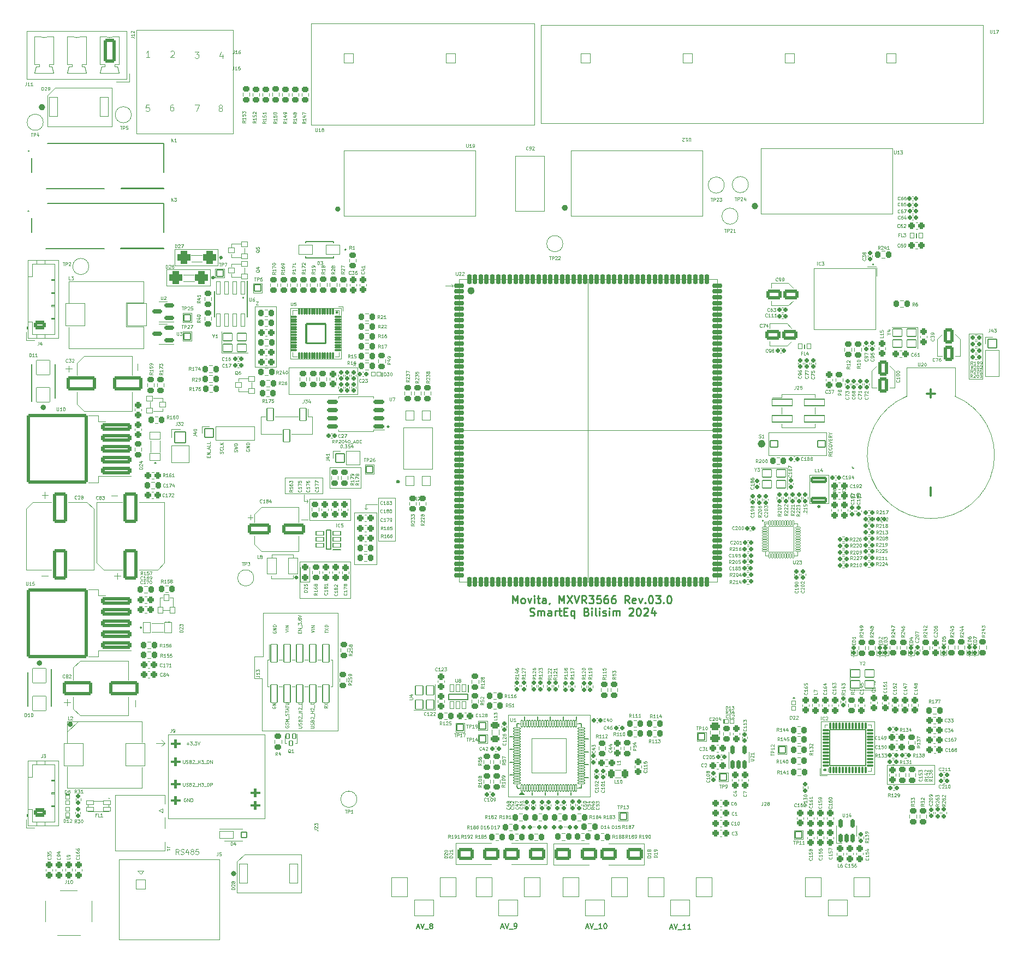
<source format=gto>
G04 #@! TF.GenerationSoftware,KiCad,Pcbnew,8.0.0-rc1*
G04 #@! TF.CreationDate,2024-05-28T16:40:15+03:00*
G04 #@! TF.ProjectId,MXVR_3566,4d585652-5f33-4353-9636-2e6b69636164,REV1*
G04 #@! TF.SameCoordinates,Original*
G04 #@! TF.FileFunction,Legend,Top*
G04 #@! TF.FilePolarity,Positive*
%FSLAX46Y46*%
G04 Gerber Fmt 4.6, Leading zero omitted, Abs format (unit mm)*
G04 Created by KiCad (PCBNEW 8.0.0-rc1) date 2024-05-28 16:40:15*
%MOMM*%
%LPD*%
G01*
G04 APERTURE LIST*
G04 Aperture macros list*
%AMRoundRect*
0 Rectangle with rounded corners*
0 $1 Rounding radius*
0 $2 $3 $4 $5 $6 $7 $8 $9 X,Y pos of 4 corners*
0 Add a 4 corners polygon primitive as box body*
4,1,4,$2,$3,$4,$5,$6,$7,$8,$9,$2,$3,0*
0 Add four circle primitives for the rounded corners*
1,1,$1+$1,$2,$3*
1,1,$1+$1,$4,$5*
1,1,$1+$1,$6,$7*
1,1,$1+$1,$8,$9*
0 Add four rect primitives between the rounded corners*
20,1,$1+$1,$2,$3,$4,$5,0*
20,1,$1+$1,$4,$5,$6,$7,0*
20,1,$1+$1,$6,$7,$8,$9,0*
20,1,$1+$1,$8,$9,$2,$3,0*%
%AMFreePoly0*
4,1,25,0.186062,0.336062,0.201000,0.300000,0.201000,-0.150000,0.200020,-0.159949,0.188602,-0.217352,0.180987,-0.235737,0.148471,-0.284400,0.134400,-0.298471,0.085737,-0.330987,0.067352,-0.338602,0.009949,-0.350020,-0.009949,-0.350020,-0.067352,-0.338602,-0.085737,-0.330987,-0.134400,-0.298471,-0.148471,-0.284400,-0.180987,-0.235737,-0.188602,-0.217352,-0.200020,-0.159949,-0.201000,-0.150000,
-0.201000,0.300000,-0.186062,0.336062,-0.150000,0.351000,0.150000,0.351000,0.186062,0.336062,0.186062,0.336062,$1*%
%AMFreePoly1*
4,1,13,3.036062,3.036062,3.051000,3.000000,3.051000,-3.000000,3.036062,-3.036062,3.000000,-3.051000,-3.000000,-3.051000,-3.036062,-3.036062,-3.051000,-3.000000,-3.051000,3.000000,-3.036062,3.036062,-3.000000,3.051000,3.000000,3.051000,3.036062,3.036062,3.036062,3.036062,$1*%
G04 Aperture macros list end*
%ADD10C,0.120000*%
%ADD11C,0.050000*%
%ADD12C,0.100000*%
%ADD13C,0.160000*%
%ADD14C,0.250000*%
%ADD15C,0.400000*%
%ADD16C,0.200000*%
%ADD17C,0.300000*%
%ADD18C,0.127000*%
%ADD19C,0.199900*%
%ADD20C,0.051050*%
%ADD21C,0.500000*%
%ADD22C,0.600000*%
%ADD23C,0.450000*%
%ADD24RoundRect,0.051000X-0.250000X0.350000X-0.250000X-0.350000X0.250000X-0.350000X0.250000X0.350000X0*%
%ADD25RoundRect,0.175500X0.175500X-0.538000X0.175500X0.538000X-0.175500X0.538000X-0.175500X-0.538000X0*%
%ADD26RoundRect,0.225500X0.300500X-0.225500X0.300500X0.225500X-0.300500X0.225500X-0.300500X-0.225500X0*%
%ADD27RoundRect,0.160500X0.160500X0.210500X-0.160500X0.210500X-0.160500X-0.210500X0.160500X-0.210500X0*%
%ADD28RoundRect,0.051000X-0.675000X-0.675000X0.675000X-0.675000X0.675000X0.675000X-0.675000X0.675000X0*%
%ADD29O,1.452000X1.452000*%
%ADD30RoundRect,0.225500X0.225500X0.300500X-0.225500X0.300500X-0.225500X-0.300500X0.225500X-0.300500X0*%
%ADD31RoundRect,0.165500X0.165500X0.195500X-0.165500X0.195500X-0.165500X-0.195500X0.165500X-0.195500X0*%
%ADD32RoundRect,0.160500X0.210500X-0.160500X0.210500X0.160500X-0.210500X0.160500X-0.210500X-0.160500X0*%
%ADD33RoundRect,0.267001X-0.533999X0.958999X-0.533999X-0.958999X0.533999X-0.958999X0.533999X0.958999X0*%
%ADD34C,1.602000*%
%ADD35RoundRect,0.250500X-0.275500X0.250500X-0.275500X-0.250500X0.275500X-0.250500X0.275500X0.250500X0*%
%ADD36RoundRect,0.051000X-0.500000X-0.500000X0.500000X-0.500000X0.500000X0.500000X-0.500000X0.500000X0*%
%ADD37RoundRect,0.225500X-0.300500X0.225500X-0.300500X-0.225500X0.300500X-0.225500X0.300500X0.225500X0*%
%ADD38C,1.483000*%
%ADD39RoundRect,0.250500X-0.250500X-0.275500X0.250500X-0.275500X0.250500X0.275500X-0.250500X0.275500X0*%
%ADD40RoundRect,0.264167X-1.036833X-0.686833X1.036833X-0.686833X1.036833X0.686833X-1.036833X0.686833X0*%
%ADD41RoundRect,0.051000X-0.575000X-0.825000X0.575000X-0.825000X0.575000X0.825000X-0.575000X0.825000X0*%
%ADD42RoundRect,0.165500X-0.195500X0.165500X-0.195500X-0.165500X0.195500X-0.165500X0.195500X0.165500X0*%
%ADD43RoundRect,0.088000X0.088000X-0.400500X0.088000X0.400500X-0.088000X0.400500X-0.088000X-0.400500X0*%
%ADD44RoundRect,0.088000X0.400500X-0.088000X0.400500X0.088000X-0.400500X0.088000X-0.400500X-0.088000X0*%
%ADD45RoundRect,0.051000X2.800000X-2.800000X2.800000X2.800000X-2.800000X2.800000X-2.800000X-2.800000X0*%
%ADD46RoundRect,0.051000X-0.650000X-1.500000X0.650000X-1.500000X0.650000X1.500000X-0.650000X1.500000X0*%
%ADD47RoundRect,0.051000X-0.325000X-0.350000X0.325000X-0.350000X0.325000X0.350000X-0.325000X0.350000X0*%
%ADD48RoundRect,0.225500X-0.225500X-0.300500X0.225500X-0.300500X0.225500X0.300500X-0.225500X0.300500X0*%
%ADD49RoundRect,0.264167X1.036833X0.686833X-1.036833X0.686833X-1.036833X-0.686833X1.036833X-0.686833X0*%
%ADD50RoundRect,0.160500X-0.160500X-0.210500X0.160500X-0.210500X0.160500X0.210500X-0.160500X0.210500X0*%
%ADD51RoundRect,0.244250X0.244250X0.281750X-0.244250X0.281750X-0.244250X-0.281750X0.244250X-0.281750X0*%
%ADD52RoundRect,0.250500X0.250500X0.275500X-0.250500X0.275500X-0.250500X-0.275500X0.250500X-0.275500X0*%
%ADD53C,1.302000*%
%ADD54RoundRect,0.051000X0.700000X0.600000X-0.700000X0.600000X-0.700000X-0.600000X0.700000X-0.600000X0*%
%ADD55RoundRect,0.160500X-0.210500X0.160500X-0.210500X-0.160500X0.210500X-0.160500X0.210500X0.160500X0*%
%ADD56RoundRect,0.271250X0.654750X-0.379750X0.654750X0.379750X-0.654750X0.379750X-0.654750X-0.379750X0*%
%ADD57O,1.852000X1.302000*%
%ADD58RoundRect,0.173000X-0.173000X-0.198000X0.173000X-0.198000X0.173000X0.198000X-0.173000X0.198000X0*%
%ADD59RoundRect,0.051000X-0.325000X-0.562500X0.325000X-0.562500X0.325000X0.562500X-0.325000X0.562500X0*%
%ADD60RoundRect,0.165500X0.195500X-0.165500X0.195500X0.165500X-0.195500X0.165500X-0.195500X-0.165500X0*%
%ADD61RoundRect,0.250500X0.275500X-0.250500X0.275500X0.250500X-0.275500X0.250500X-0.275500X-0.250500X0*%
%ADD62C,2.102000*%
%ADD63RoundRect,0.051000X0.450000X-0.400000X0.450000X0.400000X-0.450000X0.400000X-0.450000X-0.400000X0*%
%ADD64RoundRect,0.051000X-0.450000X0.400000X-0.450000X-0.400000X0.450000X-0.400000X0.450000X0.400000X0*%
%ADD65C,1.000000*%
%ADD66RoundRect,0.051000X-0.400000X-0.450000X0.400000X-0.450000X0.400000X0.450000X-0.400000X0.450000X0*%
%ADD67RoundRect,0.051000X0.400000X0.450000X-0.400000X0.450000X-0.400000X-0.450000X0.400000X-0.450000X0*%
%ADD68RoundRect,0.051000X0.350000X-0.100000X0.350000X0.100000X-0.350000X0.100000X-0.350000X-0.100000X0*%
%ADD69RoundRect,0.051000X-0.100000X-0.350000X0.100000X-0.350000X0.100000X0.350000X-0.100000X0.350000X0*%
%ADD70RoundRect,0.051000X-1.975000X-1.975000X1.975000X-1.975000X1.975000X1.975000X-1.975000X1.975000X0*%
%ADD71RoundRect,0.165500X-0.165500X-0.195500X0.165500X-0.195500X0.165500X0.195500X-0.165500X0.195500X0*%
%ADD72C,3.352000*%
%ADD73RoundRect,0.051000X0.750000X0.750000X-0.750000X0.750000X-0.750000X-0.750000X0.750000X-0.750000X0*%
%ADD74C,2.402000*%
%ADD75RoundRect,0.175500X0.613000X0.175500X-0.613000X0.175500X-0.613000X-0.175500X0.613000X-0.175500X0*%
%ADD76RoundRect,0.051000X0.275000X0.300000X-0.275000X0.300000X-0.275000X-0.300000X0.275000X-0.300000X0*%
%ADD77RoundRect,0.051000X-0.300000X0.275000X-0.300000X-0.275000X0.300000X-0.275000X0.300000X0.275000X0*%
%ADD78RoundRect,0.244250X0.281750X-0.244250X0.281750X0.244250X-0.281750X0.244250X-0.281750X-0.244250X0*%
%ADD79RoundRect,0.150500X0.200500X-0.150500X0.200500X0.150500X-0.200500X0.150500X-0.200500X-0.150500X0*%
%ADD80RoundRect,0.051000X0.500000X0.500000X-0.500000X0.500000X-0.500000X-0.500000X0.500000X-0.500000X0*%
%ADD81RoundRect,0.075500X-0.075500X0.413000X-0.075500X-0.413000X0.075500X-0.413000X0.075500X0.413000X0*%
%ADD82RoundRect,0.075500X-0.413000X0.075500X-0.413000X-0.075500X0.413000X-0.075500X0.413000X0.075500X0*%
%ADD83RoundRect,0.148590X-1.502410X1.502410X-1.502410X-1.502410X1.502410X-1.502410X1.502410X1.502410X0*%
%ADD84RoundRect,0.525500X-0.525500X-0.525500X0.525500X-0.525500X0.525500X0.525500X-0.525500X0.525500X0*%
%ADD85RoundRect,0.525500X0.525500X0.525500X-0.525500X0.525500X-0.525500X-0.525500X0.525500X-0.525500X0*%
%ADD86RoundRect,0.051000X1.085000X-0.560000X1.085000X0.560000X-1.085000X0.560000X-1.085000X-0.560000X0*%
%ADD87RoundRect,0.051000X0.425000X-0.425000X0.425000X0.425000X-0.425000X0.425000X-0.425000X-0.425000X0*%
%ADD88RoundRect,0.244250X-0.281750X0.244250X-0.281750X-0.244250X0.281750X-0.244250X0.281750X0.244250X0*%
%ADD89C,1.752000*%
%ADD90FreePoly0,0.000000*%
%ADD91FreePoly0,90.000000*%
%ADD92FreePoly0,180.000000*%
%ADD93FreePoly0,270.000000*%
%ADD94FreePoly1,0.000000*%
%ADD95RoundRect,0.051000X-0.850000X-0.850000X0.850000X-0.850000X0.850000X0.850000X-0.850000X0.850000X0*%
%ADD96O,1.802000X1.802000*%
%ADD97RoundRect,0.051000X0.675000X-0.675000X0.675000X0.675000X-0.675000X0.675000X-0.675000X-0.675000X0*%
%ADD98RoundRect,0.051000X0.600000X-0.700000X0.600000X0.700000X-0.600000X0.700000X-0.600000X-0.700000X0*%
%ADD99RoundRect,0.173000X0.173000X0.198000X-0.173000X0.198000X-0.173000X-0.198000X0.173000X-0.198000X0*%
%ADD100RoundRect,0.262144X0.838856X-2.088856X0.838856X2.088856X-0.838856X2.088856X-0.838856X-2.088856X0*%
%ADD101C,2.352000*%
%ADD102RoundRect,0.051000X0.500000X-1.375000X0.500000X1.375000X-0.500000X1.375000X-0.500000X-1.375000X0*%
%ADD103RoundRect,0.262144X-2.038856X-0.838856X2.038856X-0.838856X2.038856X0.838856X-2.038856X0.838856X0*%
%ADD104RoundRect,0.051000X-0.275000X-0.300000X0.275000X-0.300000X0.275000X0.300000X-0.275000X0.300000X0*%
%ADD105RoundRect,0.048440X-0.297560X0.987560X-0.297560X-0.987560X0.297560X-0.987560X0.297560X0.987560X0*%
%ADD106RoundRect,0.051000X0.100000X-0.500000X0.100000X0.500000X-0.100000X0.500000X-0.100000X-0.500000X0*%
%ADD107RoundRect,0.051000X0.500000X0.100000X-0.500000X0.100000X-0.500000X-0.100000X0.500000X-0.100000X0*%
%ADD108RoundRect,0.000000X2.701000X2.701000X-2.701000X2.701000X-2.701000X-2.701000X2.701000X-2.701000X0*%
%ADD109RoundRect,0.051000X0.325000X0.350000X-0.325000X0.350000X-0.325000X-0.350000X0.325000X-0.350000X0*%
%ADD110RoundRect,0.262144X-0.838856X2.088856X-0.838856X-2.088856X0.838856X-2.088856X0.838856X2.088856X0*%
%ADD111RoundRect,0.267001X0.958999X0.533999X-0.958999X0.533999X-0.958999X-0.533999X0.958999X-0.533999X0*%
%ADD112RoundRect,0.051000X-0.625000X0.750000X-0.625000X-0.750000X0.625000X-0.750000X0.625000X0.750000X0*%
%ADD113RoundRect,0.051000X-0.700000X-0.600000X0.700000X-0.600000X0.700000X0.600000X-0.700000X0.600000X0*%
%ADD114RoundRect,0.051000X0.500000X-0.500000X0.500000X0.500000X-0.500000X0.500000X-0.500000X-0.500000X0*%
%ADD115RoundRect,0.265938X-1.535062X-0.585062X1.535062X-0.585062X1.535062X0.585062X-1.535062X0.585062X0*%
%ADD116RoundRect,0.273182X2.077818X0.327818X-2.077818X0.327818X-2.077818X-0.327818X2.077818X-0.327818X0*%
%ADD117RoundRect,0.252715X4.498285X5.198285X-4.498285X5.198285X-4.498285X-5.198285X4.498285X-5.198285X0*%
%ADD118RoundRect,0.200400X1.100600X-0.300600X1.100600X0.300600X-1.100600X0.300600X-1.100600X-0.300600X0*%
%ADD119C,2.602000*%
%ADD120RoundRect,0.244250X0.244250X0.406750X-0.244250X0.406750X-0.244250X-0.406750X0.244250X-0.406750X0*%
%ADD121RoundRect,0.051000X-0.525000X0.300000X-0.525000X-0.300000X0.525000X-0.300000X0.525000X0.300000X0*%
%ADD122O,2.102000X2.102000*%
%ADD123C,1.002000*%
%ADD124C,6.302000*%
%ADD125RoundRect,0.051000X1.500000X1.750000X-1.500000X1.750000X-1.500000X-1.750000X1.500000X-1.750000X0*%
%ADD126RoundRect,0.244250X0.406750X-0.244250X0.406750X0.244250X-0.406750X0.244250X-0.406750X-0.244250X0*%
%ADD127RoundRect,0.175500X0.675500X0.175500X-0.675500X0.175500X-0.675500X-0.175500X0.675500X-0.175500X0*%
%ADD128RoundRect,0.264167X0.686833X1.586833X-0.686833X1.586833X-0.686833X-1.586833X0.686833X-1.586833X0*%
%ADD129O,1.902000X3.702000*%
%ADD130RoundRect,0.051000X-0.750000X1.250000X-0.750000X-1.250000X0.750000X-1.250000X0.750000X1.250000X0*%
%ADD131RoundRect,0.150500X-0.650500X-0.150500X0.650500X-0.150500X0.650500X0.150500X-0.650500X0.150500X0*%
%ADD132RoundRect,0.150500X0.150500X-0.650500X0.150500X0.650500X-0.150500X0.650500X-0.150500X-0.650500X0*%
%ADD133RoundRect,0.150500X0.650500X0.150500X-0.650500X0.150500X-0.650500X-0.150500X0.650500X-0.150500X0*%
%ADD134RoundRect,0.150500X-0.150500X0.650500X-0.150500X-0.650500X0.150500X-0.650500X0.150500X0.650500X0*%
%ADD135RoundRect,0.051000X-0.500000X0.950000X-0.500000X-0.950000X0.500000X-0.950000X0.500000X0.950000X0*%
%ADD136C,3.302000*%
%ADD137RoundRect,0.051000X-0.750000X-0.750000X0.750000X-0.750000X0.750000X0.750000X-0.750000X0.750000X0*%
%ADD138RoundRect,0.051000X-0.600000X-0.500000X0.600000X-0.500000X0.600000X0.500000X-0.600000X0.500000X0*%
%ADD139RoundRect,0.275500X0.500500X-0.275500X0.500500X0.275500X-0.500500X0.275500X-0.500500X-0.275500X0*%
%ADD140RoundRect,0.051000X-1.575000X-0.500000X1.575000X-0.500000X1.575000X0.500000X-1.575000X0.500000X0*%
%ADD141RoundRect,0.051000X-0.600000X0.300000X-0.600000X-0.300000X0.600000X-0.300000X0.600000X0.300000X0*%
%ADD142RoundRect,0.539231X-0.211769X-0.161769X0.211769X-0.161769X0.211769X0.161769X-0.211769X0.161769X0*%
%ADD143RoundRect,0.051000X1.025000X1.125000X-1.025000X1.125000X-1.025000X-1.125000X1.025000X-1.125000X0*%
%ADD144RoundRect,0.051000X1.060000X0.750000X-1.060000X0.750000X-1.060000X-0.750000X1.060000X-0.750000X0*%
%ADD145RoundRect,0.051000X0.300000X-0.275000X0.300000X0.275000X-0.300000X0.275000X-0.300000X-0.275000X0*%
%ADD146RoundRect,0.051000X-1.025000X-1.125000X1.025000X-1.125000X1.025000X1.125000X-1.025000X1.125000X0*%
%ADD147RoundRect,0.051000X0.825000X-0.575000X0.825000X0.575000X-0.825000X0.575000X-0.825000X-0.575000X0*%
%ADD148RoundRect,0.051000X-1.500000X-1.750000X1.500000X-1.750000X1.500000X1.750000X-1.500000X1.750000X0*%
%ADD149RoundRect,0.051000X-1.250000X1.500000X-1.250000X-1.500000X1.250000X-1.500000X1.250000X1.500000X0*%
%ADD150RoundRect,0.051000X-1.500000X1.250000X-1.500000X-1.250000X1.500000X-1.250000X1.500000X1.250000X0*%
%ADD151C,1.202000*%
%ADD152C,1.702000*%
%ADD153O,3.302000X2.102000*%
%ADD154O,1.402000X2.202000*%
%ADD155O,1.402000X2.702000*%
%ADD156C,1.626000*%
%ADD157C,1.102000*%
G04 APERTURE END LIST*
D10*
X178090000Y-93920000D02*
X178230000Y-93820000D01*
X85260000Y-123130000D02*
X86590000Y-123130000D01*
X52790000Y-98590000D02*
X52790000Y-97590000D01*
X93540000Y-98980000D02*
X93380000Y-99220000D01*
X102560000Y-100250000D02*
X102780000Y-100110000D01*
X102560000Y-99530000D02*
X102560000Y-100250000D01*
X178090000Y-93920000D02*
X177940000Y-93850000D01*
X90010000Y-95330000D02*
X95880000Y-95330000D01*
X95880000Y-97840000D01*
X90010000Y-97840000D01*
X90010000Y-95330000D01*
X93540000Y-98980000D02*
X93390000Y-98770000D01*
D11*
X196110000Y-73010000D02*
X198230000Y-73010000D01*
X198230000Y-80060000D01*
X196110000Y-80060000D01*
X196110000Y-73010000D01*
D10*
X52290000Y-98090000D02*
X53290000Y-98090000D01*
X93530000Y-101838750D02*
X92530000Y-101838750D01*
X92980000Y-98980000D02*
X93540000Y-98980000D01*
X64020000Y-111130000D02*
X64020000Y-110130000D01*
X104510000Y-98490000D02*
X107090000Y-98490000D01*
X107090000Y-105200000D01*
X104510000Y-105200000D01*
X104510000Y-98490000D01*
X92980000Y-98690000D02*
X92980000Y-98980000D01*
X98250000Y-134680000D02*
X89700000Y-134680000D01*
X56490000Y-78960000D02*
X56490000Y-77960000D01*
X86430000Y-126480000D02*
X85260000Y-126480000D01*
X178090000Y-93630000D02*
X178090000Y-93920000D01*
X55990000Y-78460000D02*
X56990000Y-78460000D01*
X85260000Y-126480000D02*
X85260000Y-123130000D01*
X64050000Y-98150000D02*
X63050000Y-98150000D01*
X92260000Y-108400000D02*
X100160000Y-108400000D01*
X100160000Y-114080000D01*
X92260000Y-114080000D01*
X92260000Y-108400000D01*
X85350000Y-68730000D02*
X88620000Y-68730000D01*
X88620000Y-78180000D01*
X85350000Y-78180000D01*
X85350000Y-68730000D01*
X89695000Y-134680000D02*
X86420000Y-134680000D01*
X91610000Y-116390000D02*
X93330000Y-116390000D01*
X86420000Y-134680000D02*
X86420000Y-129990000D01*
X90560000Y-78230000D02*
X101230000Y-78230000D01*
X101230000Y-82420000D01*
X90560000Y-82420000D01*
X90560000Y-78230000D01*
X66780000Y-130910000D02*
X66780000Y-129910000D01*
X53260000Y-110570000D02*
X52260000Y-110570000D01*
X92980000Y-97990000D02*
X92980000Y-98690000D01*
X98250000Y-116390000D02*
X98250000Y-134680000D01*
X86600000Y-116390000D02*
X91610000Y-116390000D01*
X86420000Y-129990000D02*
X86430000Y-126480000D01*
X63520000Y-110630000D02*
X64520000Y-110630000D01*
X67130000Y-78640000D02*
X67130000Y-77640000D01*
X86590000Y-123130000D02*
X86600000Y-116390000D01*
X93330000Y-116390000D02*
X98250000Y-116390000D01*
X96920000Y-93770000D02*
X101760000Y-93770000D01*
X101760000Y-96970000D01*
X96920000Y-96970000D01*
X96920000Y-93770000D01*
X93790000Y-98620000D02*
X100160000Y-98620000D01*
X100160000Y-101920000D01*
X93790000Y-101920000D01*
X93790000Y-98620000D01*
X102350000Y-100130000D02*
X102560000Y-100250000D01*
D11*
X183420000Y-139980000D02*
X190800000Y-139980000D01*
X190800000Y-142960000D01*
X183420000Y-142960000D01*
X183420000Y-139980000D01*
D10*
X102560000Y-100250000D02*
X102350000Y-100130000D01*
X177890000Y-93630000D02*
X178090000Y-93630000D01*
X56210000Y-130750000D02*
X56210000Y-129750000D01*
X100760000Y-100800000D02*
X104200000Y-100800000D01*
X104200000Y-108780000D01*
X100760000Y-108780000D01*
X100760000Y-100800000D01*
X55710000Y-130250000D02*
X56710000Y-130250000D01*
X104320000Y-99530000D02*
X102560000Y-99530000D01*
D12*
X94023609Y-134255163D02*
X94428371Y-134255163D01*
X94428371Y-134255163D02*
X94475990Y-134231353D01*
X94475990Y-134231353D02*
X94499800Y-134207544D01*
X94499800Y-134207544D02*
X94523609Y-134159925D01*
X94523609Y-134159925D02*
X94523609Y-134064687D01*
X94523609Y-134064687D02*
X94499800Y-134017068D01*
X94499800Y-134017068D02*
X94475990Y-133993258D01*
X94475990Y-133993258D02*
X94428371Y-133969449D01*
X94428371Y-133969449D02*
X94023609Y-133969449D01*
X94499800Y-133755162D02*
X94523609Y-133683734D01*
X94523609Y-133683734D02*
X94523609Y-133564686D01*
X94523609Y-133564686D02*
X94499800Y-133517067D01*
X94499800Y-133517067D02*
X94475990Y-133493258D01*
X94475990Y-133493258D02*
X94428371Y-133469448D01*
X94428371Y-133469448D02*
X94380752Y-133469448D01*
X94380752Y-133469448D02*
X94333133Y-133493258D01*
X94333133Y-133493258D02*
X94309323Y-133517067D01*
X94309323Y-133517067D02*
X94285514Y-133564686D01*
X94285514Y-133564686D02*
X94261704Y-133659924D01*
X94261704Y-133659924D02*
X94237895Y-133707543D01*
X94237895Y-133707543D02*
X94214085Y-133731353D01*
X94214085Y-133731353D02*
X94166466Y-133755162D01*
X94166466Y-133755162D02*
X94118847Y-133755162D01*
X94118847Y-133755162D02*
X94071228Y-133731353D01*
X94071228Y-133731353D02*
X94047419Y-133707543D01*
X94047419Y-133707543D02*
X94023609Y-133659924D01*
X94023609Y-133659924D02*
X94023609Y-133540877D01*
X94023609Y-133540877D02*
X94047419Y-133469448D01*
X94261704Y-133088496D02*
X94285514Y-133017068D01*
X94285514Y-133017068D02*
X94309323Y-132993258D01*
X94309323Y-132993258D02*
X94356942Y-132969449D01*
X94356942Y-132969449D02*
X94428371Y-132969449D01*
X94428371Y-132969449D02*
X94475990Y-132993258D01*
X94475990Y-132993258D02*
X94499800Y-133017068D01*
X94499800Y-133017068D02*
X94523609Y-133064687D01*
X94523609Y-133064687D02*
X94523609Y-133255163D01*
X94523609Y-133255163D02*
X94023609Y-133255163D01*
X94023609Y-133255163D02*
X94023609Y-133088496D01*
X94023609Y-133088496D02*
X94047419Y-133040877D01*
X94047419Y-133040877D02*
X94071228Y-133017068D01*
X94071228Y-133017068D02*
X94118847Y-132993258D01*
X94118847Y-132993258D02*
X94166466Y-132993258D01*
X94166466Y-132993258D02*
X94214085Y-133017068D01*
X94214085Y-133017068D02*
X94237895Y-133040877D01*
X94237895Y-133040877D02*
X94261704Y-133088496D01*
X94261704Y-133088496D02*
X94261704Y-133255163D01*
X94071228Y-132778972D02*
X94047419Y-132755163D01*
X94047419Y-132755163D02*
X94023609Y-132707544D01*
X94023609Y-132707544D02*
X94023609Y-132588496D01*
X94023609Y-132588496D02*
X94047419Y-132540877D01*
X94047419Y-132540877D02*
X94071228Y-132517068D01*
X94071228Y-132517068D02*
X94118847Y-132493258D01*
X94118847Y-132493258D02*
X94166466Y-132493258D01*
X94166466Y-132493258D02*
X94237895Y-132517068D01*
X94237895Y-132517068D02*
X94523609Y-132802782D01*
X94523609Y-132802782D02*
X94523609Y-132493258D01*
X94571228Y-132398021D02*
X94571228Y-132017068D01*
X94523609Y-131898021D02*
X94023609Y-131898021D01*
X94261704Y-131898021D02*
X94261704Y-131612307D01*
X94523609Y-131612307D02*
X94023609Y-131612307D01*
X94071228Y-131398020D02*
X94047419Y-131374211D01*
X94047419Y-131374211D02*
X94023609Y-131326592D01*
X94023609Y-131326592D02*
X94023609Y-131207544D01*
X94023609Y-131207544D02*
X94047419Y-131159925D01*
X94047419Y-131159925D02*
X94071228Y-131136116D01*
X94071228Y-131136116D02*
X94118847Y-131112306D01*
X94118847Y-131112306D02*
X94166466Y-131112306D01*
X94166466Y-131112306D02*
X94237895Y-131136116D01*
X94237895Y-131136116D02*
X94523609Y-131421830D01*
X94523609Y-131421830D02*
X94523609Y-131112306D01*
X94571228Y-131017069D02*
X94571228Y-130636116D01*
X94523609Y-130517069D02*
X94023609Y-130517069D01*
X94023609Y-130517069D02*
X94023609Y-130398021D01*
X94023609Y-130398021D02*
X94047419Y-130326593D01*
X94047419Y-130326593D02*
X94095038Y-130278974D01*
X94095038Y-130278974D02*
X94142657Y-130255164D01*
X94142657Y-130255164D02*
X94237895Y-130231355D01*
X94237895Y-130231355D02*
X94309323Y-130231355D01*
X94309323Y-130231355D02*
X94404561Y-130255164D01*
X94404561Y-130255164D02*
X94452180Y-130278974D01*
X94452180Y-130278974D02*
X94499800Y-130326593D01*
X94499800Y-130326593D02*
X94523609Y-130398021D01*
X94523609Y-130398021D02*
X94523609Y-130517069D01*
X94523609Y-130017069D02*
X94023609Y-130017069D01*
X94023609Y-130017069D02*
X94523609Y-129731355D01*
X94523609Y-129731355D02*
X94023609Y-129731355D01*
X92281704Y-119485163D02*
X92281704Y-119318496D01*
X92543609Y-119247068D02*
X92543609Y-119485163D01*
X92543609Y-119485163D02*
X92043609Y-119485163D01*
X92043609Y-119485163D02*
X92043609Y-119247068D01*
X92543609Y-119032782D02*
X92043609Y-119032782D01*
X92043609Y-119032782D02*
X92543609Y-118747068D01*
X92543609Y-118747068D02*
X92043609Y-118747068D01*
X92591228Y-118628020D02*
X92591228Y-118247067D01*
X92043609Y-118175639D02*
X92043609Y-117866115D01*
X92043609Y-117866115D02*
X92234085Y-118032782D01*
X92234085Y-118032782D02*
X92234085Y-117961353D01*
X92234085Y-117961353D02*
X92257895Y-117913734D01*
X92257895Y-117913734D02*
X92281704Y-117889925D01*
X92281704Y-117889925D02*
X92329323Y-117866115D01*
X92329323Y-117866115D02*
X92448371Y-117866115D01*
X92448371Y-117866115D02*
X92495990Y-117889925D01*
X92495990Y-117889925D02*
X92519800Y-117913734D01*
X92519800Y-117913734D02*
X92543609Y-117961353D01*
X92543609Y-117961353D02*
X92543609Y-118104210D01*
X92543609Y-118104210D02*
X92519800Y-118151829D01*
X92519800Y-118151829D02*
X92495990Y-118175639D01*
X92495990Y-117651830D02*
X92519800Y-117628020D01*
X92519800Y-117628020D02*
X92543609Y-117651830D01*
X92543609Y-117651830D02*
X92519800Y-117675639D01*
X92519800Y-117675639D02*
X92495990Y-117651830D01*
X92495990Y-117651830D02*
X92543609Y-117651830D01*
X92257895Y-117342306D02*
X92234085Y-117389925D01*
X92234085Y-117389925D02*
X92210276Y-117413735D01*
X92210276Y-117413735D02*
X92162657Y-117437544D01*
X92162657Y-117437544D02*
X92138847Y-117437544D01*
X92138847Y-117437544D02*
X92091228Y-117413735D01*
X92091228Y-117413735D02*
X92067419Y-117389925D01*
X92067419Y-117389925D02*
X92043609Y-117342306D01*
X92043609Y-117342306D02*
X92043609Y-117247068D01*
X92043609Y-117247068D02*
X92067419Y-117199449D01*
X92067419Y-117199449D02*
X92091228Y-117175640D01*
X92091228Y-117175640D02*
X92138847Y-117151830D01*
X92138847Y-117151830D02*
X92162657Y-117151830D01*
X92162657Y-117151830D02*
X92210276Y-117175640D01*
X92210276Y-117175640D02*
X92234085Y-117199449D01*
X92234085Y-117199449D02*
X92257895Y-117247068D01*
X92257895Y-117247068D02*
X92257895Y-117342306D01*
X92257895Y-117342306D02*
X92281704Y-117389925D01*
X92281704Y-117389925D02*
X92305514Y-117413735D01*
X92305514Y-117413735D02*
X92353133Y-117437544D01*
X92353133Y-117437544D02*
X92448371Y-117437544D01*
X92448371Y-117437544D02*
X92495990Y-117413735D01*
X92495990Y-117413735D02*
X92519800Y-117389925D01*
X92519800Y-117389925D02*
X92543609Y-117342306D01*
X92543609Y-117342306D02*
X92543609Y-117247068D01*
X92543609Y-117247068D02*
X92519800Y-117199449D01*
X92519800Y-117199449D02*
X92495990Y-117175640D01*
X92495990Y-117175640D02*
X92448371Y-117151830D01*
X92448371Y-117151830D02*
X92353133Y-117151830D01*
X92353133Y-117151830D02*
X92305514Y-117175640D01*
X92305514Y-117175640D02*
X92281704Y-117199449D01*
X92281704Y-117199449D02*
X92257895Y-117247068D01*
X92043609Y-117008973D02*
X92543609Y-116842307D01*
X92543609Y-116842307D02*
X92043609Y-116675640D01*
X97660550Y-89973609D02*
X97493884Y-89735514D01*
X97374836Y-89973609D02*
X97374836Y-89473609D01*
X97374836Y-89473609D02*
X97565312Y-89473609D01*
X97565312Y-89473609D02*
X97612931Y-89497419D01*
X97612931Y-89497419D02*
X97636741Y-89521228D01*
X97636741Y-89521228D02*
X97660550Y-89568847D01*
X97660550Y-89568847D02*
X97660550Y-89640276D01*
X97660550Y-89640276D02*
X97636741Y-89687895D01*
X97636741Y-89687895D02*
X97612931Y-89711704D01*
X97612931Y-89711704D02*
X97565312Y-89735514D01*
X97565312Y-89735514D02*
X97374836Y-89735514D01*
X97874836Y-89973609D02*
X97874836Y-89473609D01*
X97874836Y-89473609D02*
X98065312Y-89473609D01*
X98065312Y-89473609D02*
X98112931Y-89497419D01*
X98112931Y-89497419D02*
X98136741Y-89521228D01*
X98136741Y-89521228D02*
X98160550Y-89568847D01*
X98160550Y-89568847D02*
X98160550Y-89640276D01*
X98160550Y-89640276D02*
X98136741Y-89687895D01*
X98136741Y-89687895D02*
X98112931Y-89711704D01*
X98112931Y-89711704D02*
X98065312Y-89735514D01*
X98065312Y-89735514D02*
X97874836Y-89735514D01*
X98351027Y-89521228D02*
X98374836Y-89497419D01*
X98374836Y-89497419D02*
X98422455Y-89473609D01*
X98422455Y-89473609D02*
X98541503Y-89473609D01*
X98541503Y-89473609D02*
X98589122Y-89497419D01*
X98589122Y-89497419D02*
X98612931Y-89521228D01*
X98612931Y-89521228D02*
X98636741Y-89568847D01*
X98636741Y-89568847D02*
X98636741Y-89616466D01*
X98636741Y-89616466D02*
X98612931Y-89687895D01*
X98612931Y-89687895D02*
X98327217Y-89973609D01*
X98327217Y-89973609D02*
X98636741Y-89973609D01*
X98946264Y-89473609D02*
X98993883Y-89473609D01*
X98993883Y-89473609D02*
X99041502Y-89497419D01*
X99041502Y-89497419D02*
X99065312Y-89521228D01*
X99065312Y-89521228D02*
X99089121Y-89568847D01*
X99089121Y-89568847D02*
X99112931Y-89664085D01*
X99112931Y-89664085D02*
X99112931Y-89783133D01*
X99112931Y-89783133D02*
X99089121Y-89878371D01*
X99089121Y-89878371D02*
X99065312Y-89925990D01*
X99065312Y-89925990D02*
X99041502Y-89949800D01*
X99041502Y-89949800D02*
X98993883Y-89973609D01*
X98993883Y-89973609D02*
X98946264Y-89973609D01*
X98946264Y-89973609D02*
X98898645Y-89949800D01*
X98898645Y-89949800D02*
X98874836Y-89925990D01*
X98874836Y-89925990D02*
X98851026Y-89878371D01*
X98851026Y-89878371D02*
X98827217Y-89783133D01*
X98827217Y-89783133D02*
X98827217Y-89664085D01*
X98827217Y-89664085D02*
X98851026Y-89568847D01*
X98851026Y-89568847D02*
X98874836Y-89521228D01*
X98874836Y-89521228D02*
X98898645Y-89497419D01*
X98898645Y-89497419D02*
X98946264Y-89473609D01*
X99541502Y-89640276D02*
X99541502Y-89973609D01*
X99422454Y-89449800D02*
X99303407Y-89806942D01*
X99303407Y-89806942D02*
X99612930Y-89806942D01*
X99898644Y-89473609D02*
X99946263Y-89473609D01*
X99946263Y-89473609D02*
X99993882Y-89497419D01*
X99993882Y-89497419D02*
X100017692Y-89521228D01*
X100017692Y-89521228D02*
X100041501Y-89568847D01*
X100041501Y-89568847D02*
X100065311Y-89664085D01*
X100065311Y-89664085D02*
X100065311Y-89783133D01*
X100065311Y-89783133D02*
X100041501Y-89878371D01*
X100041501Y-89878371D02*
X100017692Y-89925990D01*
X100017692Y-89925990D02*
X99993882Y-89949800D01*
X99993882Y-89949800D02*
X99946263Y-89973609D01*
X99946263Y-89973609D02*
X99898644Y-89973609D01*
X99898644Y-89973609D02*
X99851025Y-89949800D01*
X99851025Y-89949800D02*
X99827216Y-89925990D01*
X99827216Y-89925990D02*
X99803406Y-89878371D01*
X99803406Y-89878371D02*
X99779597Y-89783133D01*
X99779597Y-89783133D02*
X99779597Y-89664085D01*
X99779597Y-89664085D02*
X99803406Y-89568847D01*
X99803406Y-89568847D02*
X99827216Y-89521228D01*
X99827216Y-89521228D02*
X99851025Y-89497419D01*
X99851025Y-89497419D02*
X99898644Y-89473609D01*
X100160549Y-90021228D02*
X100541501Y-90021228D01*
X100636739Y-89830752D02*
X100874834Y-89830752D01*
X100589120Y-89973609D02*
X100755786Y-89473609D01*
X100755786Y-89473609D02*
X100922453Y-89973609D01*
X101089119Y-89973609D02*
X101089119Y-89473609D01*
X101089119Y-89473609D02*
X101208167Y-89473609D01*
X101208167Y-89473609D02*
X101279595Y-89497419D01*
X101279595Y-89497419D02*
X101327214Y-89545038D01*
X101327214Y-89545038D02*
X101351024Y-89592657D01*
X101351024Y-89592657D02*
X101374833Y-89687895D01*
X101374833Y-89687895D02*
X101374833Y-89759323D01*
X101374833Y-89759323D02*
X101351024Y-89854561D01*
X101351024Y-89854561D02*
X101327214Y-89902180D01*
X101327214Y-89902180D02*
X101279595Y-89949800D01*
X101279595Y-89949800D02*
X101208167Y-89973609D01*
X101208167Y-89973609D02*
X101089119Y-89973609D01*
X101874833Y-89925990D02*
X101851024Y-89949800D01*
X101851024Y-89949800D02*
X101779595Y-89973609D01*
X101779595Y-89973609D02*
X101731976Y-89973609D01*
X101731976Y-89973609D02*
X101660548Y-89949800D01*
X101660548Y-89949800D02*
X101612929Y-89902180D01*
X101612929Y-89902180D02*
X101589119Y-89854561D01*
X101589119Y-89854561D02*
X101565310Y-89759323D01*
X101565310Y-89759323D02*
X101565310Y-89687895D01*
X101565310Y-89687895D02*
X101589119Y-89592657D01*
X101589119Y-89592657D02*
X101612929Y-89545038D01*
X101612929Y-89545038D02*
X101660548Y-89497419D01*
X101660548Y-89497419D02*
X101731976Y-89473609D01*
X101731976Y-89473609D02*
X101779595Y-89473609D01*
X101779595Y-89473609D02*
X101851024Y-89497419D01*
X101851024Y-89497419D02*
X101874833Y-89521228D01*
D13*
X123547643Y-165135203D02*
X123928596Y-165135203D01*
X123471453Y-165363775D02*
X123738120Y-164563775D01*
X123738120Y-164563775D02*
X124004786Y-165363775D01*
X124157167Y-164563775D02*
X124423834Y-165363775D01*
X124423834Y-165363775D02*
X124690500Y-164563775D01*
X124766691Y-165439965D02*
X125376214Y-165439965D01*
X125604786Y-165363775D02*
X125757167Y-165363775D01*
X125757167Y-165363775D02*
X125833357Y-165325680D01*
X125833357Y-165325680D02*
X125871453Y-165287584D01*
X125871453Y-165287584D02*
X125947643Y-165173299D01*
X125947643Y-165173299D02*
X125985738Y-165020918D01*
X125985738Y-165020918D02*
X125985738Y-164716156D01*
X125985738Y-164716156D02*
X125947643Y-164639965D01*
X125947643Y-164639965D02*
X125909548Y-164601870D01*
X125909548Y-164601870D02*
X125833357Y-164563775D01*
X125833357Y-164563775D02*
X125680976Y-164563775D01*
X125680976Y-164563775D02*
X125604786Y-164601870D01*
X125604786Y-164601870D02*
X125566691Y-164639965D01*
X125566691Y-164639965D02*
X125528595Y-164716156D01*
X125528595Y-164716156D02*
X125528595Y-164906632D01*
X125528595Y-164906632D02*
X125566691Y-164982822D01*
X125566691Y-164982822D02*
X125604786Y-165020918D01*
X125604786Y-165020918D02*
X125680976Y-165059013D01*
X125680976Y-165059013D02*
X125833357Y-165059013D01*
X125833357Y-165059013D02*
X125909548Y-165020918D01*
X125909548Y-165020918D02*
X125947643Y-164982822D01*
X125947643Y-164982822D02*
X125985738Y-164906632D01*
D12*
X74734836Y-136643133D02*
X75115789Y-136643133D01*
X74925312Y-136833609D02*
X74925312Y-136452657D01*
X75306265Y-136333609D02*
X75615789Y-136333609D01*
X75615789Y-136333609D02*
X75449122Y-136524085D01*
X75449122Y-136524085D02*
X75520551Y-136524085D01*
X75520551Y-136524085D02*
X75568170Y-136547895D01*
X75568170Y-136547895D02*
X75591979Y-136571704D01*
X75591979Y-136571704D02*
X75615789Y-136619323D01*
X75615789Y-136619323D02*
X75615789Y-136738371D01*
X75615789Y-136738371D02*
X75591979Y-136785990D01*
X75591979Y-136785990D02*
X75568170Y-136809800D01*
X75568170Y-136809800D02*
X75520551Y-136833609D01*
X75520551Y-136833609D02*
X75377694Y-136833609D01*
X75377694Y-136833609D02*
X75330075Y-136809800D01*
X75330075Y-136809800D02*
X75306265Y-136785990D01*
X75830074Y-136785990D02*
X75853884Y-136809800D01*
X75853884Y-136809800D02*
X75830074Y-136833609D01*
X75830074Y-136833609D02*
X75806265Y-136809800D01*
X75806265Y-136809800D02*
X75830074Y-136785990D01*
X75830074Y-136785990D02*
X75830074Y-136833609D01*
X76020550Y-136333609D02*
X76330074Y-136333609D01*
X76330074Y-136333609D02*
X76163407Y-136524085D01*
X76163407Y-136524085D02*
X76234836Y-136524085D01*
X76234836Y-136524085D02*
X76282455Y-136547895D01*
X76282455Y-136547895D02*
X76306264Y-136571704D01*
X76306264Y-136571704D02*
X76330074Y-136619323D01*
X76330074Y-136619323D02*
X76330074Y-136738371D01*
X76330074Y-136738371D02*
X76306264Y-136785990D01*
X76306264Y-136785990D02*
X76282455Y-136809800D01*
X76282455Y-136809800D02*
X76234836Y-136833609D01*
X76234836Y-136833609D02*
X76091979Y-136833609D01*
X76091979Y-136833609D02*
X76044360Y-136809800D01*
X76044360Y-136809800D02*
X76020550Y-136785990D01*
X76472931Y-136333609D02*
X76639597Y-136833609D01*
X76639597Y-136833609D02*
X76806264Y-136333609D01*
D13*
X136727643Y-165135203D02*
X137108596Y-165135203D01*
X136651453Y-165363775D02*
X136918120Y-164563775D01*
X136918120Y-164563775D02*
X137184786Y-165363775D01*
X137337167Y-164563775D02*
X137603834Y-165363775D01*
X137603834Y-165363775D02*
X137870500Y-164563775D01*
X137946691Y-165439965D02*
X138556214Y-165439965D01*
X139165738Y-165363775D02*
X138708595Y-165363775D01*
X138937167Y-165363775D02*
X138937167Y-164563775D01*
X138937167Y-164563775D02*
X138860976Y-164678060D01*
X138860976Y-164678060D02*
X138784786Y-164754251D01*
X138784786Y-164754251D02*
X138708595Y-164792346D01*
X139660977Y-164563775D02*
X139737167Y-164563775D01*
X139737167Y-164563775D02*
X139813358Y-164601870D01*
X139813358Y-164601870D02*
X139851453Y-164639965D01*
X139851453Y-164639965D02*
X139889548Y-164716156D01*
X139889548Y-164716156D02*
X139927643Y-164868537D01*
X139927643Y-164868537D02*
X139927643Y-165059013D01*
X139927643Y-165059013D02*
X139889548Y-165211394D01*
X139889548Y-165211394D02*
X139851453Y-165287584D01*
X139851453Y-165287584D02*
X139813358Y-165325680D01*
X139813358Y-165325680D02*
X139737167Y-165363775D01*
X139737167Y-165363775D02*
X139660977Y-165363775D01*
X139660977Y-165363775D02*
X139584786Y-165325680D01*
X139584786Y-165325680D02*
X139546691Y-165287584D01*
X139546691Y-165287584D02*
X139508596Y-165211394D01*
X139508596Y-165211394D02*
X139470500Y-165059013D01*
X139470500Y-165059013D02*
X139470500Y-164868537D01*
X139470500Y-164868537D02*
X139508596Y-164716156D01*
X139508596Y-164716156D02*
X139546691Y-164639965D01*
X139546691Y-164639965D02*
X139584786Y-164601870D01*
X139584786Y-164601870D02*
X139660977Y-164563775D01*
D12*
X84037419Y-90973258D02*
X84013609Y-91020877D01*
X84013609Y-91020877D02*
X84013609Y-91092306D01*
X84013609Y-91092306D02*
X84037419Y-91163734D01*
X84037419Y-91163734D02*
X84085038Y-91211353D01*
X84085038Y-91211353D02*
X84132657Y-91235163D01*
X84132657Y-91235163D02*
X84227895Y-91258972D01*
X84227895Y-91258972D02*
X84299323Y-91258972D01*
X84299323Y-91258972D02*
X84394561Y-91235163D01*
X84394561Y-91235163D02*
X84442180Y-91211353D01*
X84442180Y-91211353D02*
X84489800Y-91163734D01*
X84489800Y-91163734D02*
X84513609Y-91092306D01*
X84513609Y-91092306D02*
X84513609Y-91044687D01*
X84513609Y-91044687D02*
X84489800Y-90973258D01*
X84489800Y-90973258D02*
X84465990Y-90949449D01*
X84465990Y-90949449D02*
X84299323Y-90949449D01*
X84299323Y-90949449D02*
X84299323Y-91044687D01*
X84513609Y-90735163D02*
X84013609Y-90735163D01*
X84013609Y-90735163D02*
X84513609Y-90449449D01*
X84513609Y-90449449D02*
X84013609Y-90449449D01*
X84513609Y-90211353D02*
X84013609Y-90211353D01*
X84013609Y-90211353D02*
X84013609Y-90092305D01*
X84013609Y-90092305D02*
X84037419Y-90020877D01*
X84037419Y-90020877D02*
X84085038Y-89973258D01*
X84085038Y-89973258D02*
X84132657Y-89949448D01*
X84132657Y-89949448D02*
X84227895Y-89925639D01*
X84227895Y-89925639D02*
X84299323Y-89925639D01*
X84299323Y-89925639D02*
X84394561Y-89949448D01*
X84394561Y-89949448D02*
X84442180Y-89973258D01*
X84442180Y-89973258D02*
X84489800Y-90020877D01*
X84489800Y-90020877D02*
X84513609Y-90092305D01*
X84513609Y-90092305D02*
X84513609Y-90211353D01*
X96153609Y-119426591D02*
X96153609Y-119140877D01*
X96653609Y-119283734D02*
X96153609Y-119283734D01*
X96153609Y-119021830D02*
X96653609Y-118688497D01*
X96153609Y-118688497D02*
X96653609Y-119021830D01*
X96653609Y-118498021D02*
X96153609Y-118498021D01*
X96153609Y-118498021D02*
X96153609Y-118378973D01*
X96153609Y-118378973D02*
X96177419Y-118307545D01*
X96177419Y-118307545D02*
X96225038Y-118259926D01*
X96225038Y-118259926D02*
X96272657Y-118236116D01*
X96272657Y-118236116D02*
X96367895Y-118212307D01*
X96367895Y-118212307D02*
X96439323Y-118212307D01*
X96439323Y-118212307D02*
X96534561Y-118236116D01*
X96534561Y-118236116D02*
X96582180Y-118259926D01*
X96582180Y-118259926D02*
X96629800Y-118307545D01*
X96629800Y-118307545D02*
X96653609Y-118378973D01*
X96653609Y-118378973D02*
X96653609Y-118498021D01*
X82589800Y-91348972D02*
X82613609Y-91277544D01*
X82613609Y-91277544D02*
X82613609Y-91158496D01*
X82613609Y-91158496D02*
X82589800Y-91110877D01*
X82589800Y-91110877D02*
X82565990Y-91087068D01*
X82565990Y-91087068D02*
X82518371Y-91063258D01*
X82518371Y-91063258D02*
X82470752Y-91063258D01*
X82470752Y-91063258D02*
X82423133Y-91087068D01*
X82423133Y-91087068D02*
X82399323Y-91110877D01*
X82399323Y-91110877D02*
X82375514Y-91158496D01*
X82375514Y-91158496D02*
X82351704Y-91253734D01*
X82351704Y-91253734D02*
X82327895Y-91301353D01*
X82327895Y-91301353D02*
X82304085Y-91325163D01*
X82304085Y-91325163D02*
X82256466Y-91348972D01*
X82256466Y-91348972D02*
X82208847Y-91348972D01*
X82208847Y-91348972D02*
X82161228Y-91325163D01*
X82161228Y-91325163D02*
X82137419Y-91301353D01*
X82137419Y-91301353D02*
X82113609Y-91253734D01*
X82113609Y-91253734D02*
X82113609Y-91134687D01*
X82113609Y-91134687D02*
X82137419Y-91063258D01*
X82113609Y-90896592D02*
X82613609Y-90777544D01*
X82613609Y-90777544D02*
X82256466Y-90682306D01*
X82256466Y-90682306D02*
X82613609Y-90587068D01*
X82613609Y-90587068D02*
X82113609Y-90468021D01*
X82613609Y-90277544D02*
X82113609Y-90277544D01*
X82113609Y-90277544D02*
X82113609Y-90158496D01*
X82113609Y-90158496D02*
X82137419Y-90087068D01*
X82137419Y-90087068D02*
X82185038Y-90039449D01*
X82185038Y-90039449D02*
X82232657Y-90015639D01*
X82232657Y-90015639D02*
X82327895Y-89991830D01*
X82327895Y-89991830D02*
X82399323Y-89991830D01*
X82399323Y-89991830D02*
X82494561Y-90015639D01*
X82494561Y-90015639D02*
X82542180Y-90039449D01*
X82542180Y-90039449D02*
X82589800Y-90087068D01*
X82589800Y-90087068D02*
X82613609Y-90158496D01*
X82613609Y-90158496D02*
X82613609Y-90277544D01*
X96583609Y-130809449D02*
X96345514Y-130976115D01*
X96583609Y-131095163D02*
X96083609Y-131095163D01*
X96083609Y-131095163D02*
X96083609Y-130904687D01*
X96083609Y-130904687D02*
X96107419Y-130857068D01*
X96107419Y-130857068D02*
X96131228Y-130833258D01*
X96131228Y-130833258D02*
X96178847Y-130809449D01*
X96178847Y-130809449D02*
X96250276Y-130809449D01*
X96250276Y-130809449D02*
X96297895Y-130833258D01*
X96297895Y-130833258D02*
X96321704Y-130857068D01*
X96321704Y-130857068D02*
X96345514Y-130904687D01*
X96345514Y-130904687D02*
X96345514Y-131095163D01*
X96083609Y-130642782D02*
X96583609Y-130309449D01*
X96083609Y-130309449D02*
X96583609Y-130642782D01*
X96583609Y-130118973D02*
X96083609Y-130118973D01*
X96083609Y-130118973D02*
X96083609Y-129999925D01*
X96083609Y-129999925D02*
X96107419Y-129928497D01*
X96107419Y-129928497D02*
X96155038Y-129880878D01*
X96155038Y-129880878D02*
X96202657Y-129857068D01*
X96202657Y-129857068D02*
X96297895Y-129833259D01*
X96297895Y-129833259D02*
X96369323Y-129833259D01*
X96369323Y-129833259D02*
X96464561Y-129857068D01*
X96464561Y-129857068D02*
X96512180Y-129880878D01*
X96512180Y-129880878D02*
X96559800Y-129928497D01*
X96559800Y-129928497D02*
X96583609Y-129999925D01*
X96583609Y-129999925D02*
X96583609Y-130118973D01*
X78121704Y-92205163D02*
X78121704Y-92038496D01*
X78383609Y-91967068D02*
X78383609Y-92205163D01*
X78383609Y-92205163D02*
X77883609Y-92205163D01*
X77883609Y-92205163D02*
X77883609Y-91967068D01*
X78383609Y-91752782D02*
X77883609Y-91752782D01*
X77883609Y-91752782D02*
X78383609Y-91467068D01*
X78383609Y-91467068D02*
X77883609Y-91467068D01*
X78431228Y-91348020D02*
X78431228Y-90967067D01*
X78240752Y-90871829D02*
X78240752Y-90633734D01*
X78383609Y-90919448D02*
X77883609Y-90752782D01*
X77883609Y-90752782D02*
X78383609Y-90586115D01*
X78383609Y-90181354D02*
X78383609Y-90419449D01*
X78383609Y-90419449D02*
X77883609Y-90419449D01*
X78383609Y-89776592D02*
X78383609Y-90014687D01*
X78383609Y-90014687D02*
X77883609Y-90014687D01*
X90087419Y-133903258D02*
X90063609Y-133950877D01*
X90063609Y-133950877D02*
X90063609Y-134022306D01*
X90063609Y-134022306D02*
X90087419Y-134093734D01*
X90087419Y-134093734D02*
X90135038Y-134141353D01*
X90135038Y-134141353D02*
X90182657Y-134165163D01*
X90182657Y-134165163D02*
X90277895Y-134188972D01*
X90277895Y-134188972D02*
X90349323Y-134188972D01*
X90349323Y-134188972D02*
X90444561Y-134165163D01*
X90444561Y-134165163D02*
X90492180Y-134141353D01*
X90492180Y-134141353D02*
X90539800Y-134093734D01*
X90539800Y-134093734D02*
X90563609Y-134022306D01*
X90563609Y-134022306D02*
X90563609Y-133974687D01*
X90563609Y-133974687D02*
X90539800Y-133903258D01*
X90539800Y-133903258D02*
X90515990Y-133879449D01*
X90515990Y-133879449D02*
X90349323Y-133879449D01*
X90349323Y-133879449D02*
X90349323Y-133974687D01*
X90539800Y-133688972D02*
X90563609Y-133617544D01*
X90563609Y-133617544D02*
X90563609Y-133498496D01*
X90563609Y-133498496D02*
X90539800Y-133450877D01*
X90539800Y-133450877D02*
X90515990Y-133427068D01*
X90515990Y-133427068D02*
X90468371Y-133403258D01*
X90468371Y-133403258D02*
X90420752Y-133403258D01*
X90420752Y-133403258D02*
X90373133Y-133427068D01*
X90373133Y-133427068D02*
X90349323Y-133450877D01*
X90349323Y-133450877D02*
X90325514Y-133498496D01*
X90325514Y-133498496D02*
X90301704Y-133593734D01*
X90301704Y-133593734D02*
X90277895Y-133641353D01*
X90277895Y-133641353D02*
X90254085Y-133665163D01*
X90254085Y-133665163D02*
X90206466Y-133688972D01*
X90206466Y-133688972D02*
X90158847Y-133688972D01*
X90158847Y-133688972D02*
X90111228Y-133665163D01*
X90111228Y-133665163D02*
X90087419Y-133641353D01*
X90087419Y-133641353D02*
X90063609Y-133593734D01*
X90063609Y-133593734D02*
X90063609Y-133474687D01*
X90063609Y-133474687D02*
X90087419Y-133403258D01*
X90563609Y-133188973D02*
X90063609Y-133188973D01*
X90063609Y-133188973D02*
X90420752Y-133022306D01*
X90420752Y-133022306D02*
X90063609Y-132855640D01*
X90063609Y-132855640D02*
X90563609Y-132855640D01*
X90611228Y-132736592D02*
X90611228Y-132355639D01*
X90539800Y-132260401D02*
X90563609Y-132188973D01*
X90563609Y-132188973D02*
X90563609Y-132069925D01*
X90563609Y-132069925D02*
X90539800Y-132022306D01*
X90539800Y-132022306D02*
X90515990Y-131998497D01*
X90515990Y-131998497D02*
X90468371Y-131974687D01*
X90468371Y-131974687D02*
X90420752Y-131974687D01*
X90420752Y-131974687D02*
X90373133Y-131998497D01*
X90373133Y-131998497D02*
X90349323Y-132022306D01*
X90349323Y-132022306D02*
X90325514Y-132069925D01*
X90325514Y-132069925D02*
X90301704Y-132165163D01*
X90301704Y-132165163D02*
X90277895Y-132212782D01*
X90277895Y-132212782D02*
X90254085Y-132236592D01*
X90254085Y-132236592D02*
X90206466Y-132260401D01*
X90206466Y-132260401D02*
X90158847Y-132260401D01*
X90158847Y-132260401D02*
X90111228Y-132236592D01*
X90111228Y-132236592D02*
X90087419Y-132212782D01*
X90087419Y-132212782D02*
X90063609Y-132165163D01*
X90063609Y-132165163D02*
X90063609Y-132046116D01*
X90063609Y-132046116D02*
X90087419Y-131974687D01*
X90063609Y-131831830D02*
X90063609Y-131546116D01*
X90563609Y-131688973D02*
X90063609Y-131688973D01*
X90420752Y-131403259D02*
X90420752Y-131165164D01*
X90563609Y-131450878D02*
X90063609Y-131284212D01*
X90063609Y-131284212D02*
X90563609Y-131117545D01*
X90063609Y-131022307D02*
X90063609Y-130736593D01*
X90563609Y-130879450D02*
X90063609Y-130879450D01*
X90063609Y-130569927D02*
X90468371Y-130569927D01*
X90468371Y-130569927D02*
X90515990Y-130546117D01*
X90515990Y-130546117D02*
X90539800Y-130522308D01*
X90539800Y-130522308D02*
X90563609Y-130474689D01*
X90563609Y-130474689D02*
X90563609Y-130379451D01*
X90563609Y-130379451D02*
X90539800Y-130331832D01*
X90539800Y-130331832D02*
X90515990Y-130308022D01*
X90515990Y-130308022D02*
X90468371Y-130284213D01*
X90468371Y-130284213D02*
X90063609Y-130284213D01*
X90539800Y-130069926D02*
X90563609Y-129998498D01*
X90563609Y-129998498D02*
X90563609Y-129879450D01*
X90563609Y-129879450D02*
X90539800Y-129831831D01*
X90539800Y-129831831D02*
X90515990Y-129808022D01*
X90515990Y-129808022D02*
X90468371Y-129784212D01*
X90468371Y-129784212D02*
X90420752Y-129784212D01*
X90420752Y-129784212D02*
X90373133Y-129808022D01*
X90373133Y-129808022D02*
X90349323Y-129831831D01*
X90349323Y-129831831D02*
X90325514Y-129879450D01*
X90325514Y-129879450D02*
X90301704Y-129974688D01*
X90301704Y-129974688D02*
X90277895Y-130022307D01*
X90277895Y-130022307D02*
X90254085Y-130046117D01*
X90254085Y-130046117D02*
X90206466Y-130069926D01*
X90206466Y-130069926D02*
X90158847Y-130069926D01*
X90158847Y-130069926D02*
X90111228Y-130046117D01*
X90111228Y-130046117D02*
X90087419Y-130022307D01*
X90087419Y-130022307D02*
X90063609Y-129974688D01*
X90063609Y-129974688D02*
X90063609Y-129855641D01*
X90063609Y-129855641D02*
X90087419Y-129784212D01*
X80379800Y-91598972D02*
X80403609Y-91527544D01*
X80403609Y-91527544D02*
X80403609Y-91408496D01*
X80403609Y-91408496D02*
X80379800Y-91360877D01*
X80379800Y-91360877D02*
X80355990Y-91337068D01*
X80355990Y-91337068D02*
X80308371Y-91313258D01*
X80308371Y-91313258D02*
X80260752Y-91313258D01*
X80260752Y-91313258D02*
X80213133Y-91337068D01*
X80213133Y-91337068D02*
X80189323Y-91360877D01*
X80189323Y-91360877D02*
X80165514Y-91408496D01*
X80165514Y-91408496D02*
X80141704Y-91503734D01*
X80141704Y-91503734D02*
X80117895Y-91551353D01*
X80117895Y-91551353D02*
X80094085Y-91575163D01*
X80094085Y-91575163D02*
X80046466Y-91598972D01*
X80046466Y-91598972D02*
X79998847Y-91598972D01*
X79998847Y-91598972D02*
X79951228Y-91575163D01*
X79951228Y-91575163D02*
X79927419Y-91551353D01*
X79927419Y-91551353D02*
X79903609Y-91503734D01*
X79903609Y-91503734D02*
X79903609Y-91384687D01*
X79903609Y-91384687D02*
X79927419Y-91313258D01*
X80355990Y-90813259D02*
X80379800Y-90837068D01*
X80379800Y-90837068D02*
X80403609Y-90908497D01*
X80403609Y-90908497D02*
X80403609Y-90956116D01*
X80403609Y-90956116D02*
X80379800Y-91027544D01*
X80379800Y-91027544D02*
X80332180Y-91075163D01*
X80332180Y-91075163D02*
X80284561Y-91098973D01*
X80284561Y-91098973D02*
X80189323Y-91122782D01*
X80189323Y-91122782D02*
X80117895Y-91122782D01*
X80117895Y-91122782D02*
X80022657Y-91098973D01*
X80022657Y-91098973D02*
X79975038Y-91075163D01*
X79975038Y-91075163D02*
X79927419Y-91027544D01*
X79927419Y-91027544D02*
X79903609Y-90956116D01*
X79903609Y-90956116D02*
X79903609Y-90908497D01*
X79903609Y-90908497D02*
X79927419Y-90837068D01*
X79927419Y-90837068D02*
X79951228Y-90813259D01*
X80403609Y-90360878D02*
X80403609Y-90598973D01*
X80403609Y-90598973D02*
X79903609Y-90598973D01*
X80403609Y-90194211D02*
X79903609Y-90194211D01*
X80403609Y-89908497D02*
X80117895Y-90122782D01*
X79903609Y-89908497D02*
X80189323Y-90194211D01*
X92093609Y-134205163D02*
X92498371Y-134205163D01*
X92498371Y-134205163D02*
X92545990Y-134181353D01*
X92545990Y-134181353D02*
X92569800Y-134157544D01*
X92569800Y-134157544D02*
X92593609Y-134109925D01*
X92593609Y-134109925D02*
X92593609Y-134014687D01*
X92593609Y-134014687D02*
X92569800Y-133967068D01*
X92569800Y-133967068D02*
X92545990Y-133943258D01*
X92545990Y-133943258D02*
X92498371Y-133919449D01*
X92498371Y-133919449D02*
X92093609Y-133919449D01*
X92569800Y-133705162D02*
X92593609Y-133633734D01*
X92593609Y-133633734D02*
X92593609Y-133514686D01*
X92593609Y-133514686D02*
X92569800Y-133467067D01*
X92569800Y-133467067D02*
X92545990Y-133443258D01*
X92545990Y-133443258D02*
X92498371Y-133419448D01*
X92498371Y-133419448D02*
X92450752Y-133419448D01*
X92450752Y-133419448D02*
X92403133Y-133443258D01*
X92403133Y-133443258D02*
X92379323Y-133467067D01*
X92379323Y-133467067D02*
X92355514Y-133514686D01*
X92355514Y-133514686D02*
X92331704Y-133609924D01*
X92331704Y-133609924D02*
X92307895Y-133657543D01*
X92307895Y-133657543D02*
X92284085Y-133681353D01*
X92284085Y-133681353D02*
X92236466Y-133705162D01*
X92236466Y-133705162D02*
X92188847Y-133705162D01*
X92188847Y-133705162D02*
X92141228Y-133681353D01*
X92141228Y-133681353D02*
X92117419Y-133657543D01*
X92117419Y-133657543D02*
X92093609Y-133609924D01*
X92093609Y-133609924D02*
X92093609Y-133490877D01*
X92093609Y-133490877D02*
X92117419Y-133419448D01*
X92331704Y-133038496D02*
X92355514Y-132967068D01*
X92355514Y-132967068D02*
X92379323Y-132943258D01*
X92379323Y-132943258D02*
X92426942Y-132919449D01*
X92426942Y-132919449D02*
X92498371Y-132919449D01*
X92498371Y-132919449D02*
X92545990Y-132943258D01*
X92545990Y-132943258D02*
X92569800Y-132967068D01*
X92569800Y-132967068D02*
X92593609Y-133014687D01*
X92593609Y-133014687D02*
X92593609Y-133205163D01*
X92593609Y-133205163D02*
X92093609Y-133205163D01*
X92093609Y-133205163D02*
X92093609Y-133038496D01*
X92093609Y-133038496D02*
X92117419Y-132990877D01*
X92117419Y-132990877D02*
X92141228Y-132967068D01*
X92141228Y-132967068D02*
X92188847Y-132943258D01*
X92188847Y-132943258D02*
X92236466Y-132943258D01*
X92236466Y-132943258D02*
X92284085Y-132967068D01*
X92284085Y-132967068D02*
X92307895Y-132990877D01*
X92307895Y-132990877D02*
X92331704Y-133038496D01*
X92331704Y-133038496D02*
X92331704Y-133205163D01*
X92141228Y-132728972D02*
X92117419Y-132705163D01*
X92117419Y-132705163D02*
X92093609Y-132657544D01*
X92093609Y-132657544D02*
X92093609Y-132538496D01*
X92093609Y-132538496D02*
X92117419Y-132490877D01*
X92117419Y-132490877D02*
X92141228Y-132467068D01*
X92141228Y-132467068D02*
X92188847Y-132443258D01*
X92188847Y-132443258D02*
X92236466Y-132443258D01*
X92236466Y-132443258D02*
X92307895Y-132467068D01*
X92307895Y-132467068D02*
X92593609Y-132752782D01*
X92593609Y-132752782D02*
X92593609Y-132443258D01*
X92641228Y-132348021D02*
X92641228Y-131967068D01*
X92593609Y-131848021D02*
X92093609Y-131848021D01*
X92331704Y-131848021D02*
X92331704Y-131562307D01*
X92593609Y-131562307D02*
X92093609Y-131562307D01*
X92141228Y-131348020D02*
X92117419Y-131324211D01*
X92117419Y-131324211D02*
X92093609Y-131276592D01*
X92093609Y-131276592D02*
X92093609Y-131157544D01*
X92093609Y-131157544D02*
X92117419Y-131109925D01*
X92117419Y-131109925D02*
X92141228Y-131086116D01*
X92141228Y-131086116D02*
X92188847Y-131062306D01*
X92188847Y-131062306D02*
X92236466Y-131062306D01*
X92236466Y-131062306D02*
X92307895Y-131086116D01*
X92307895Y-131086116D02*
X92593609Y-131371830D01*
X92593609Y-131371830D02*
X92593609Y-131062306D01*
X92641228Y-130967069D02*
X92641228Y-130586116D01*
X92593609Y-130467069D02*
X92093609Y-130467069D01*
X92093609Y-130467069D02*
X92093609Y-130348021D01*
X92093609Y-130348021D02*
X92117419Y-130276593D01*
X92117419Y-130276593D02*
X92165038Y-130228974D01*
X92165038Y-130228974D02*
X92212657Y-130205164D01*
X92212657Y-130205164D02*
X92307895Y-130181355D01*
X92307895Y-130181355D02*
X92379323Y-130181355D01*
X92379323Y-130181355D02*
X92474561Y-130205164D01*
X92474561Y-130205164D02*
X92522180Y-130228974D01*
X92522180Y-130228974D02*
X92569800Y-130276593D01*
X92569800Y-130276593D02*
X92593609Y-130348021D01*
X92593609Y-130348021D02*
X92593609Y-130467069D01*
X92593609Y-129967069D02*
X92093609Y-129967069D01*
X92093609Y-129967069D02*
X92093609Y-129776593D01*
X92093609Y-129776593D02*
X92117419Y-129728974D01*
X92117419Y-129728974D02*
X92141228Y-129705164D01*
X92141228Y-129705164D02*
X92188847Y-129681355D01*
X92188847Y-129681355D02*
X92260276Y-129681355D01*
X92260276Y-129681355D02*
X92307895Y-129705164D01*
X92307895Y-129705164D02*
X92331704Y-129728974D01*
X92331704Y-129728974D02*
X92355514Y-129776593D01*
X92355514Y-129776593D02*
X92355514Y-129967069D01*
D11*
X100614322Y-77496209D02*
X100947655Y-77996209D01*
X100947655Y-77496209D02*
X100614322Y-77996209D01*
D13*
X110487643Y-165155203D02*
X110868596Y-165155203D01*
X110411453Y-165383775D02*
X110678120Y-164583775D01*
X110678120Y-164583775D02*
X110944786Y-165383775D01*
X111097167Y-164583775D02*
X111363834Y-165383775D01*
X111363834Y-165383775D02*
X111630500Y-164583775D01*
X111706691Y-165459965D02*
X112316214Y-165459965D01*
X112620976Y-164926632D02*
X112544786Y-164888537D01*
X112544786Y-164888537D02*
X112506691Y-164850441D01*
X112506691Y-164850441D02*
X112468595Y-164774251D01*
X112468595Y-164774251D02*
X112468595Y-164736156D01*
X112468595Y-164736156D02*
X112506691Y-164659965D01*
X112506691Y-164659965D02*
X112544786Y-164621870D01*
X112544786Y-164621870D02*
X112620976Y-164583775D01*
X112620976Y-164583775D02*
X112773357Y-164583775D01*
X112773357Y-164583775D02*
X112849548Y-164621870D01*
X112849548Y-164621870D02*
X112887643Y-164659965D01*
X112887643Y-164659965D02*
X112925738Y-164736156D01*
X112925738Y-164736156D02*
X112925738Y-164774251D01*
X112925738Y-164774251D02*
X112887643Y-164850441D01*
X112887643Y-164850441D02*
X112849548Y-164888537D01*
X112849548Y-164888537D02*
X112773357Y-164926632D01*
X112773357Y-164926632D02*
X112620976Y-164926632D01*
X112620976Y-164926632D02*
X112544786Y-164964727D01*
X112544786Y-164964727D02*
X112506691Y-165002822D01*
X112506691Y-165002822D02*
X112468595Y-165079013D01*
X112468595Y-165079013D02*
X112468595Y-165231394D01*
X112468595Y-165231394D02*
X112506691Y-165307584D01*
X112506691Y-165307584D02*
X112544786Y-165345680D01*
X112544786Y-165345680D02*
X112620976Y-165383775D01*
X112620976Y-165383775D02*
X112773357Y-165383775D01*
X112773357Y-165383775D02*
X112849548Y-165345680D01*
X112849548Y-165345680D02*
X112887643Y-165307584D01*
X112887643Y-165307584D02*
X112925738Y-165231394D01*
X112925738Y-165231394D02*
X112925738Y-165079013D01*
X112925738Y-165079013D02*
X112887643Y-165002822D01*
X112887643Y-165002822D02*
X112849548Y-164964727D01*
X112849548Y-164964727D02*
X112773357Y-164926632D01*
D12*
X74204836Y-142733609D02*
X74204836Y-143138371D01*
X74204836Y-143138371D02*
X74228646Y-143185990D01*
X74228646Y-143185990D02*
X74252455Y-143209800D01*
X74252455Y-143209800D02*
X74300074Y-143233609D01*
X74300074Y-143233609D02*
X74395312Y-143233609D01*
X74395312Y-143233609D02*
X74442931Y-143209800D01*
X74442931Y-143209800D02*
X74466741Y-143185990D01*
X74466741Y-143185990D02*
X74490550Y-143138371D01*
X74490550Y-143138371D02*
X74490550Y-142733609D01*
X74704837Y-143209800D02*
X74776265Y-143233609D01*
X74776265Y-143233609D02*
X74895313Y-143233609D01*
X74895313Y-143233609D02*
X74942932Y-143209800D01*
X74942932Y-143209800D02*
X74966741Y-143185990D01*
X74966741Y-143185990D02*
X74990551Y-143138371D01*
X74990551Y-143138371D02*
X74990551Y-143090752D01*
X74990551Y-143090752D02*
X74966741Y-143043133D01*
X74966741Y-143043133D02*
X74942932Y-143019323D01*
X74942932Y-143019323D02*
X74895313Y-142995514D01*
X74895313Y-142995514D02*
X74800075Y-142971704D01*
X74800075Y-142971704D02*
X74752456Y-142947895D01*
X74752456Y-142947895D02*
X74728646Y-142924085D01*
X74728646Y-142924085D02*
X74704837Y-142876466D01*
X74704837Y-142876466D02*
X74704837Y-142828847D01*
X74704837Y-142828847D02*
X74728646Y-142781228D01*
X74728646Y-142781228D02*
X74752456Y-142757419D01*
X74752456Y-142757419D02*
X74800075Y-142733609D01*
X74800075Y-142733609D02*
X74919122Y-142733609D01*
X74919122Y-142733609D02*
X74990551Y-142757419D01*
X75371503Y-142971704D02*
X75442931Y-142995514D01*
X75442931Y-142995514D02*
X75466741Y-143019323D01*
X75466741Y-143019323D02*
X75490550Y-143066942D01*
X75490550Y-143066942D02*
X75490550Y-143138371D01*
X75490550Y-143138371D02*
X75466741Y-143185990D01*
X75466741Y-143185990D02*
X75442931Y-143209800D01*
X75442931Y-143209800D02*
X75395312Y-143233609D01*
X75395312Y-143233609D02*
X75204836Y-143233609D01*
X75204836Y-143233609D02*
X75204836Y-142733609D01*
X75204836Y-142733609D02*
X75371503Y-142733609D01*
X75371503Y-142733609D02*
X75419122Y-142757419D01*
X75419122Y-142757419D02*
X75442931Y-142781228D01*
X75442931Y-142781228D02*
X75466741Y-142828847D01*
X75466741Y-142828847D02*
X75466741Y-142876466D01*
X75466741Y-142876466D02*
X75442931Y-142924085D01*
X75442931Y-142924085D02*
X75419122Y-142947895D01*
X75419122Y-142947895D02*
X75371503Y-142971704D01*
X75371503Y-142971704D02*
X75204836Y-142971704D01*
X75681027Y-142781228D02*
X75704836Y-142757419D01*
X75704836Y-142757419D02*
X75752455Y-142733609D01*
X75752455Y-142733609D02*
X75871503Y-142733609D01*
X75871503Y-142733609D02*
X75919122Y-142757419D01*
X75919122Y-142757419D02*
X75942931Y-142781228D01*
X75942931Y-142781228D02*
X75966741Y-142828847D01*
X75966741Y-142828847D02*
X75966741Y-142876466D01*
X75966741Y-142876466D02*
X75942931Y-142947895D01*
X75942931Y-142947895D02*
X75657217Y-143233609D01*
X75657217Y-143233609D02*
X75966741Y-143233609D01*
X76061979Y-143281228D02*
X76442931Y-143281228D01*
X76561978Y-143233609D02*
X76561978Y-142733609D01*
X76561978Y-142971704D02*
X76847692Y-142971704D01*
X76847692Y-143233609D02*
X76847692Y-142733609D01*
X77038169Y-142733609D02*
X77347693Y-142733609D01*
X77347693Y-142733609D02*
X77181026Y-142924085D01*
X77181026Y-142924085D02*
X77252455Y-142924085D01*
X77252455Y-142924085D02*
X77300074Y-142947895D01*
X77300074Y-142947895D02*
X77323883Y-142971704D01*
X77323883Y-142971704D02*
X77347693Y-143019323D01*
X77347693Y-143019323D02*
X77347693Y-143138371D01*
X77347693Y-143138371D02*
X77323883Y-143185990D01*
X77323883Y-143185990D02*
X77300074Y-143209800D01*
X77300074Y-143209800D02*
X77252455Y-143233609D01*
X77252455Y-143233609D02*
X77109598Y-143233609D01*
X77109598Y-143233609D02*
X77061979Y-143209800D01*
X77061979Y-143209800D02*
X77038169Y-143185990D01*
X77442931Y-143281228D02*
X77823883Y-143281228D01*
X77942930Y-143233609D02*
X77942930Y-142733609D01*
X77942930Y-142733609D02*
X78061978Y-142733609D01*
X78061978Y-142733609D02*
X78133406Y-142757419D01*
X78133406Y-142757419D02*
X78181025Y-142805038D01*
X78181025Y-142805038D02*
X78204835Y-142852657D01*
X78204835Y-142852657D02*
X78228644Y-142947895D01*
X78228644Y-142947895D02*
X78228644Y-143019323D01*
X78228644Y-143019323D02*
X78204835Y-143114561D01*
X78204835Y-143114561D02*
X78181025Y-143162180D01*
X78181025Y-143162180D02*
X78133406Y-143209800D01*
X78133406Y-143209800D02*
X78061978Y-143233609D01*
X78061978Y-143233609D02*
X77942930Y-143233609D01*
X78442930Y-143233609D02*
X78442930Y-142733609D01*
X78442930Y-142733609D02*
X78633406Y-142733609D01*
X78633406Y-142733609D02*
X78681025Y-142757419D01*
X78681025Y-142757419D02*
X78704835Y-142781228D01*
X78704835Y-142781228D02*
X78728644Y-142828847D01*
X78728644Y-142828847D02*
X78728644Y-142900276D01*
X78728644Y-142900276D02*
X78704835Y-142947895D01*
X78704835Y-142947895D02*
X78681025Y-142971704D01*
X78681025Y-142971704D02*
X78633406Y-142995514D01*
X78633406Y-142995514D02*
X78442930Y-142995514D01*
X74184836Y-139203609D02*
X74184836Y-139608371D01*
X74184836Y-139608371D02*
X74208646Y-139655990D01*
X74208646Y-139655990D02*
X74232455Y-139679800D01*
X74232455Y-139679800D02*
X74280074Y-139703609D01*
X74280074Y-139703609D02*
X74375312Y-139703609D01*
X74375312Y-139703609D02*
X74422931Y-139679800D01*
X74422931Y-139679800D02*
X74446741Y-139655990D01*
X74446741Y-139655990D02*
X74470550Y-139608371D01*
X74470550Y-139608371D02*
X74470550Y-139203609D01*
X74684837Y-139679800D02*
X74756265Y-139703609D01*
X74756265Y-139703609D02*
X74875313Y-139703609D01*
X74875313Y-139703609D02*
X74922932Y-139679800D01*
X74922932Y-139679800D02*
X74946741Y-139655990D01*
X74946741Y-139655990D02*
X74970551Y-139608371D01*
X74970551Y-139608371D02*
X74970551Y-139560752D01*
X74970551Y-139560752D02*
X74946741Y-139513133D01*
X74946741Y-139513133D02*
X74922932Y-139489323D01*
X74922932Y-139489323D02*
X74875313Y-139465514D01*
X74875313Y-139465514D02*
X74780075Y-139441704D01*
X74780075Y-139441704D02*
X74732456Y-139417895D01*
X74732456Y-139417895D02*
X74708646Y-139394085D01*
X74708646Y-139394085D02*
X74684837Y-139346466D01*
X74684837Y-139346466D02*
X74684837Y-139298847D01*
X74684837Y-139298847D02*
X74708646Y-139251228D01*
X74708646Y-139251228D02*
X74732456Y-139227419D01*
X74732456Y-139227419D02*
X74780075Y-139203609D01*
X74780075Y-139203609D02*
X74899122Y-139203609D01*
X74899122Y-139203609D02*
X74970551Y-139227419D01*
X75351503Y-139441704D02*
X75422931Y-139465514D01*
X75422931Y-139465514D02*
X75446741Y-139489323D01*
X75446741Y-139489323D02*
X75470550Y-139536942D01*
X75470550Y-139536942D02*
X75470550Y-139608371D01*
X75470550Y-139608371D02*
X75446741Y-139655990D01*
X75446741Y-139655990D02*
X75422931Y-139679800D01*
X75422931Y-139679800D02*
X75375312Y-139703609D01*
X75375312Y-139703609D02*
X75184836Y-139703609D01*
X75184836Y-139703609D02*
X75184836Y-139203609D01*
X75184836Y-139203609D02*
X75351503Y-139203609D01*
X75351503Y-139203609D02*
X75399122Y-139227419D01*
X75399122Y-139227419D02*
X75422931Y-139251228D01*
X75422931Y-139251228D02*
X75446741Y-139298847D01*
X75446741Y-139298847D02*
X75446741Y-139346466D01*
X75446741Y-139346466D02*
X75422931Y-139394085D01*
X75422931Y-139394085D02*
X75399122Y-139417895D01*
X75399122Y-139417895D02*
X75351503Y-139441704D01*
X75351503Y-139441704D02*
X75184836Y-139441704D01*
X75661027Y-139251228D02*
X75684836Y-139227419D01*
X75684836Y-139227419D02*
X75732455Y-139203609D01*
X75732455Y-139203609D02*
X75851503Y-139203609D01*
X75851503Y-139203609D02*
X75899122Y-139227419D01*
X75899122Y-139227419D02*
X75922931Y-139251228D01*
X75922931Y-139251228D02*
X75946741Y-139298847D01*
X75946741Y-139298847D02*
X75946741Y-139346466D01*
X75946741Y-139346466D02*
X75922931Y-139417895D01*
X75922931Y-139417895D02*
X75637217Y-139703609D01*
X75637217Y-139703609D02*
X75946741Y-139703609D01*
X76041979Y-139751228D02*
X76422931Y-139751228D01*
X76541978Y-139703609D02*
X76541978Y-139203609D01*
X76541978Y-139441704D02*
X76827692Y-139441704D01*
X76827692Y-139703609D02*
X76827692Y-139203609D01*
X77018169Y-139203609D02*
X77327693Y-139203609D01*
X77327693Y-139203609D02*
X77161026Y-139394085D01*
X77161026Y-139394085D02*
X77232455Y-139394085D01*
X77232455Y-139394085D02*
X77280074Y-139417895D01*
X77280074Y-139417895D02*
X77303883Y-139441704D01*
X77303883Y-139441704D02*
X77327693Y-139489323D01*
X77327693Y-139489323D02*
X77327693Y-139608371D01*
X77327693Y-139608371D02*
X77303883Y-139655990D01*
X77303883Y-139655990D02*
X77280074Y-139679800D01*
X77280074Y-139679800D02*
X77232455Y-139703609D01*
X77232455Y-139703609D02*
X77089598Y-139703609D01*
X77089598Y-139703609D02*
X77041979Y-139679800D01*
X77041979Y-139679800D02*
X77018169Y-139655990D01*
X77422931Y-139751228D02*
X77803883Y-139751228D01*
X77922930Y-139703609D02*
X77922930Y-139203609D01*
X77922930Y-139203609D02*
X78041978Y-139203609D01*
X78041978Y-139203609D02*
X78113406Y-139227419D01*
X78113406Y-139227419D02*
X78161025Y-139275038D01*
X78161025Y-139275038D02*
X78184835Y-139322657D01*
X78184835Y-139322657D02*
X78208644Y-139417895D01*
X78208644Y-139417895D02*
X78208644Y-139489323D01*
X78208644Y-139489323D02*
X78184835Y-139584561D01*
X78184835Y-139584561D02*
X78161025Y-139632180D01*
X78161025Y-139632180D02*
X78113406Y-139679800D01*
X78113406Y-139679800D02*
X78041978Y-139703609D01*
X78041978Y-139703609D02*
X77922930Y-139703609D01*
X78422930Y-139703609D02*
X78422930Y-139203609D01*
X78422930Y-139203609D02*
X78708644Y-139703609D01*
X78708644Y-139703609D02*
X78708644Y-139203609D01*
D14*
X125310187Y-114858209D02*
X125310187Y-113658209D01*
X125310187Y-113658209D02*
X125710187Y-114515352D01*
X125710187Y-114515352D02*
X126110187Y-113658209D01*
X126110187Y-113658209D02*
X126110187Y-114858209D01*
X126853044Y-114858209D02*
X126738759Y-114801067D01*
X126738759Y-114801067D02*
X126681616Y-114743924D01*
X126681616Y-114743924D02*
X126624473Y-114629638D01*
X126624473Y-114629638D02*
X126624473Y-114286781D01*
X126624473Y-114286781D02*
X126681616Y-114172495D01*
X126681616Y-114172495D02*
X126738759Y-114115352D01*
X126738759Y-114115352D02*
X126853044Y-114058209D01*
X126853044Y-114058209D02*
X127024473Y-114058209D01*
X127024473Y-114058209D02*
X127138759Y-114115352D01*
X127138759Y-114115352D02*
X127195902Y-114172495D01*
X127195902Y-114172495D02*
X127253044Y-114286781D01*
X127253044Y-114286781D02*
X127253044Y-114629638D01*
X127253044Y-114629638D02*
X127195902Y-114743924D01*
X127195902Y-114743924D02*
X127138759Y-114801067D01*
X127138759Y-114801067D02*
X127024473Y-114858209D01*
X127024473Y-114858209D02*
X126853044Y-114858209D01*
X127653044Y-114058209D02*
X127938758Y-114858209D01*
X127938758Y-114858209D02*
X128224473Y-114058209D01*
X128681616Y-114858209D02*
X128681616Y-114058209D01*
X128681616Y-113658209D02*
X128624473Y-113715352D01*
X128624473Y-113715352D02*
X128681616Y-113772495D01*
X128681616Y-113772495D02*
X128738759Y-113715352D01*
X128738759Y-113715352D02*
X128681616Y-113658209D01*
X128681616Y-113658209D02*
X128681616Y-113772495D01*
X129081616Y-114058209D02*
X129538759Y-114058209D01*
X129253045Y-113658209D02*
X129253045Y-114686781D01*
X129253045Y-114686781D02*
X129310188Y-114801067D01*
X129310188Y-114801067D02*
X129424473Y-114858209D01*
X129424473Y-114858209D02*
X129538759Y-114858209D01*
X130453045Y-114858209D02*
X130453045Y-114229638D01*
X130453045Y-114229638D02*
X130395902Y-114115352D01*
X130395902Y-114115352D02*
X130281616Y-114058209D01*
X130281616Y-114058209D02*
X130053045Y-114058209D01*
X130053045Y-114058209D02*
X129938759Y-114115352D01*
X130453045Y-114801067D02*
X130338759Y-114858209D01*
X130338759Y-114858209D02*
X130053045Y-114858209D01*
X130053045Y-114858209D02*
X129938759Y-114801067D01*
X129938759Y-114801067D02*
X129881616Y-114686781D01*
X129881616Y-114686781D02*
X129881616Y-114572495D01*
X129881616Y-114572495D02*
X129938759Y-114458209D01*
X129938759Y-114458209D02*
X130053045Y-114401067D01*
X130053045Y-114401067D02*
X130338759Y-114401067D01*
X130338759Y-114401067D02*
X130453045Y-114343924D01*
X131081616Y-114801067D02*
X131081616Y-114858209D01*
X131081616Y-114858209D02*
X131024473Y-114972495D01*
X131024473Y-114972495D02*
X130967330Y-115029638D01*
X132510188Y-114858209D02*
X132510188Y-113658209D01*
X132510188Y-113658209D02*
X132910188Y-114515352D01*
X132910188Y-114515352D02*
X133310188Y-113658209D01*
X133310188Y-113658209D02*
X133310188Y-114858209D01*
X133767331Y-113658209D02*
X134567331Y-114858209D01*
X134567331Y-113658209D02*
X133767331Y-114858209D01*
X134853045Y-113658209D02*
X135253045Y-114858209D01*
X135253045Y-114858209D02*
X135653045Y-113658209D01*
X136738759Y-114858209D02*
X136338759Y-114286781D01*
X136053045Y-114858209D02*
X136053045Y-113658209D01*
X136053045Y-113658209D02*
X136510188Y-113658209D01*
X136510188Y-113658209D02*
X136624473Y-113715352D01*
X136624473Y-113715352D02*
X136681616Y-113772495D01*
X136681616Y-113772495D02*
X136738759Y-113886781D01*
X136738759Y-113886781D02*
X136738759Y-114058209D01*
X136738759Y-114058209D02*
X136681616Y-114172495D01*
X136681616Y-114172495D02*
X136624473Y-114229638D01*
X136624473Y-114229638D02*
X136510188Y-114286781D01*
X136510188Y-114286781D02*
X136053045Y-114286781D01*
X137138759Y-113658209D02*
X137881616Y-113658209D01*
X137881616Y-113658209D02*
X137481616Y-114115352D01*
X137481616Y-114115352D02*
X137653045Y-114115352D01*
X137653045Y-114115352D02*
X137767331Y-114172495D01*
X137767331Y-114172495D02*
X137824473Y-114229638D01*
X137824473Y-114229638D02*
X137881616Y-114343924D01*
X137881616Y-114343924D02*
X137881616Y-114629638D01*
X137881616Y-114629638D02*
X137824473Y-114743924D01*
X137824473Y-114743924D02*
X137767331Y-114801067D01*
X137767331Y-114801067D02*
X137653045Y-114858209D01*
X137653045Y-114858209D02*
X137310188Y-114858209D01*
X137310188Y-114858209D02*
X137195902Y-114801067D01*
X137195902Y-114801067D02*
X137138759Y-114743924D01*
X138967330Y-113658209D02*
X138395902Y-113658209D01*
X138395902Y-113658209D02*
X138338759Y-114229638D01*
X138338759Y-114229638D02*
X138395902Y-114172495D01*
X138395902Y-114172495D02*
X138510188Y-114115352D01*
X138510188Y-114115352D02*
X138795902Y-114115352D01*
X138795902Y-114115352D02*
X138910188Y-114172495D01*
X138910188Y-114172495D02*
X138967330Y-114229638D01*
X138967330Y-114229638D02*
X139024473Y-114343924D01*
X139024473Y-114343924D02*
X139024473Y-114629638D01*
X139024473Y-114629638D02*
X138967330Y-114743924D01*
X138967330Y-114743924D02*
X138910188Y-114801067D01*
X138910188Y-114801067D02*
X138795902Y-114858209D01*
X138795902Y-114858209D02*
X138510188Y-114858209D01*
X138510188Y-114858209D02*
X138395902Y-114801067D01*
X138395902Y-114801067D02*
X138338759Y-114743924D01*
X140053045Y-113658209D02*
X139824473Y-113658209D01*
X139824473Y-113658209D02*
X139710187Y-113715352D01*
X139710187Y-113715352D02*
X139653045Y-113772495D01*
X139653045Y-113772495D02*
X139538759Y-113943924D01*
X139538759Y-113943924D02*
X139481616Y-114172495D01*
X139481616Y-114172495D02*
X139481616Y-114629638D01*
X139481616Y-114629638D02*
X139538759Y-114743924D01*
X139538759Y-114743924D02*
X139595902Y-114801067D01*
X139595902Y-114801067D02*
X139710187Y-114858209D01*
X139710187Y-114858209D02*
X139938759Y-114858209D01*
X139938759Y-114858209D02*
X140053045Y-114801067D01*
X140053045Y-114801067D02*
X140110187Y-114743924D01*
X140110187Y-114743924D02*
X140167330Y-114629638D01*
X140167330Y-114629638D02*
X140167330Y-114343924D01*
X140167330Y-114343924D02*
X140110187Y-114229638D01*
X140110187Y-114229638D02*
X140053045Y-114172495D01*
X140053045Y-114172495D02*
X139938759Y-114115352D01*
X139938759Y-114115352D02*
X139710187Y-114115352D01*
X139710187Y-114115352D02*
X139595902Y-114172495D01*
X139595902Y-114172495D02*
X139538759Y-114229638D01*
X139538759Y-114229638D02*
X139481616Y-114343924D01*
X141195902Y-113658209D02*
X140967330Y-113658209D01*
X140967330Y-113658209D02*
X140853044Y-113715352D01*
X140853044Y-113715352D02*
X140795902Y-113772495D01*
X140795902Y-113772495D02*
X140681616Y-113943924D01*
X140681616Y-113943924D02*
X140624473Y-114172495D01*
X140624473Y-114172495D02*
X140624473Y-114629638D01*
X140624473Y-114629638D02*
X140681616Y-114743924D01*
X140681616Y-114743924D02*
X140738759Y-114801067D01*
X140738759Y-114801067D02*
X140853044Y-114858209D01*
X140853044Y-114858209D02*
X141081616Y-114858209D01*
X141081616Y-114858209D02*
X141195902Y-114801067D01*
X141195902Y-114801067D02*
X141253044Y-114743924D01*
X141253044Y-114743924D02*
X141310187Y-114629638D01*
X141310187Y-114629638D02*
X141310187Y-114343924D01*
X141310187Y-114343924D02*
X141253044Y-114229638D01*
X141253044Y-114229638D02*
X141195902Y-114172495D01*
X141195902Y-114172495D02*
X141081616Y-114115352D01*
X141081616Y-114115352D02*
X140853044Y-114115352D01*
X140853044Y-114115352D02*
X140738759Y-114172495D01*
X140738759Y-114172495D02*
X140681616Y-114229638D01*
X140681616Y-114229638D02*
X140624473Y-114343924D01*
X143424473Y-114858209D02*
X143024473Y-114286781D01*
X142738759Y-114858209D02*
X142738759Y-113658209D01*
X142738759Y-113658209D02*
X143195902Y-113658209D01*
X143195902Y-113658209D02*
X143310187Y-113715352D01*
X143310187Y-113715352D02*
X143367330Y-113772495D01*
X143367330Y-113772495D02*
X143424473Y-113886781D01*
X143424473Y-113886781D02*
X143424473Y-114058209D01*
X143424473Y-114058209D02*
X143367330Y-114172495D01*
X143367330Y-114172495D02*
X143310187Y-114229638D01*
X143310187Y-114229638D02*
X143195902Y-114286781D01*
X143195902Y-114286781D02*
X142738759Y-114286781D01*
X144395902Y-114801067D02*
X144281616Y-114858209D01*
X144281616Y-114858209D02*
X144053045Y-114858209D01*
X144053045Y-114858209D02*
X143938759Y-114801067D01*
X143938759Y-114801067D02*
X143881616Y-114686781D01*
X143881616Y-114686781D02*
X143881616Y-114229638D01*
X143881616Y-114229638D02*
X143938759Y-114115352D01*
X143938759Y-114115352D02*
X144053045Y-114058209D01*
X144053045Y-114058209D02*
X144281616Y-114058209D01*
X144281616Y-114058209D02*
X144395902Y-114115352D01*
X144395902Y-114115352D02*
X144453045Y-114229638D01*
X144453045Y-114229638D02*
X144453045Y-114343924D01*
X144453045Y-114343924D02*
X143881616Y-114458209D01*
X144853044Y-114058209D02*
X145138758Y-114858209D01*
X145138758Y-114858209D02*
X145424473Y-114058209D01*
X145881616Y-114743924D02*
X145938759Y-114801067D01*
X145938759Y-114801067D02*
X145881616Y-114858209D01*
X145881616Y-114858209D02*
X145824473Y-114801067D01*
X145824473Y-114801067D02*
X145881616Y-114743924D01*
X145881616Y-114743924D02*
X145881616Y-114858209D01*
X146681616Y-113658209D02*
X146795902Y-113658209D01*
X146795902Y-113658209D02*
X146910188Y-113715352D01*
X146910188Y-113715352D02*
X146967331Y-113772495D01*
X146967331Y-113772495D02*
X147024473Y-113886781D01*
X147024473Y-113886781D02*
X147081616Y-114115352D01*
X147081616Y-114115352D02*
X147081616Y-114401067D01*
X147081616Y-114401067D02*
X147024473Y-114629638D01*
X147024473Y-114629638D02*
X146967331Y-114743924D01*
X146967331Y-114743924D02*
X146910188Y-114801067D01*
X146910188Y-114801067D02*
X146795902Y-114858209D01*
X146795902Y-114858209D02*
X146681616Y-114858209D01*
X146681616Y-114858209D02*
X146567331Y-114801067D01*
X146567331Y-114801067D02*
X146510188Y-114743924D01*
X146510188Y-114743924D02*
X146453045Y-114629638D01*
X146453045Y-114629638D02*
X146395902Y-114401067D01*
X146395902Y-114401067D02*
X146395902Y-114115352D01*
X146395902Y-114115352D02*
X146453045Y-113886781D01*
X146453045Y-113886781D02*
X146510188Y-113772495D01*
X146510188Y-113772495D02*
X146567331Y-113715352D01*
X146567331Y-113715352D02*
X146681616Y-113658209D01*
X147481616Y-113658209D02*
X148224473Y-113658209D01*
X148224473Y-113658209D02*
X147824473Y-114115352D01*
X147824473Y-114115352D02*
X147995902Y-114115352D01*
X147995902Y-114115352D02*
X148110188Y-114172495D01*
X148110188Y-114172495D02*
X148167330Y-114229638D01*
X148167330Y-114229638D02*
X148224473Y-114343924D01*
X148224473Y-114343924D02*
X148224473Y-114629638D01*
X148224473Y-114629638D02*
X148167330Y-114743924D01*
X148167330Y-114743924D02*
X148110188Y-114801067D01*
X148110188Y-114801067D02*
X147995902Y-114858209D01*
X147995902Y-114858209D02*
X147653045Y-114858209D01*
X147653045Y-114858209D02*
X147538759Y-114801067D01*
X147538759Y-114801067D02*
X147481616Y-114743924D01*
X148738759Y-114743924D02*
X148795902Y-114801067D01*
X148795902Y-114801067D02*
X148738759Y-114858209D01*
X148738759Y-114858209D02*
X148681616Y-114801067D01*
X148681616Y-114801067D02*
X148738759Y-114743924D01*
X148738759Y-114743924D02*
X148738759Y-114858209D01*
X149538759Y-113658209D02*
X149653045Y-113658209D01*
X149653045Y-113658209D02*
X149767331Y-113715352D01*
X149767331Y-113715352D02*
X149824474Y-113772495D01*
X149824474Y-113772495D02*
X149881616Y-113886781D01*
X149881616Y-113886781D02*
X149938759Y-114115352D01*
X149938759Y-114115352D02*
X149938759Y-114401067D01*
X149938759Y-114401067D02*
X149881616Y-114629638D01*
X149881616Y-114629638D02*
X149824474Y-114743924D01*
X149824474Y-114743924D02*
X149767331Y-114801067D01*
X149767331Y-114801067D02*
X149653045Y-114858209D01*
X149653045Y-114858209D02*
X149538759Y-114858209D01*
X149538759Y-114858209D02*
X149424474Y-114801067D01*
X149424474Y-114801067D02*
X149367331Y-114743924D01*
X149367331Y-114743924D02*
X149310188Y-114629638D01*
X149310188Y-114629638D02*
X149253045Y-114401067D01*
X149253045Y-114401067D02*
X149253045Y-114115352D01*
X149253045Y-114115352D02*
X149310188Y-113886781D01*
X149310188Y-113886781D02*
X149367331Y-113772495D01*
X149367331Y-113772495D02*
X149424474Y-113715352D01*
X149424474Y-113715352D02*
X149538759Y-113658209D01*
X127995902Y-116733000D02*
X128167331Y-116790142D01*
X128167331Y-116790142D02*
X128453045Y-116790142D01*
X128453045Y-116790142D02*
X128567331Y-116733000D01*
X128567331Y-116733000D02*
X128624473Y-116675857D01*
X128624473Y-116675857D02*
X128681616Y-116561571D01*
X128681616Y-116561571D02*
X128681616Y-116447285D01*
X128681616Y-116447285D02*
X128624473Y-116333000D01*
X128624473Y-116333000D02*
X128567331Y-116275857D01*
X128567331Y-116275857D02*
X128453045Y-116218714D01*
X128453045Y-116218714D02*
X128224473Y-116161571D01*
X128224473Y-116161571D02*
X128110188Y-116104428D01*
X128110188Y-116104428D02*
X128053045Y-116047285D01*
X128053045Y-116047285D02*
X127995902Y-115933000D01*
X127995902Y-115933000D02*
X127995902Y-115818714D01*
X127995902Y-115818714D02*
X128053045Y-115704428D01*
X128053045Y-115704428D02*
X128110188Y-115647285D01*
X128110188Y-115647285D02*
X128224473Y-115590142D01*
X128224473Y-115590142D02*
X128510188Y-115590142D01*
X128510188Y-115590142D02*
X128681616Y-115647285D01*
X129195902Y-116790142D02*
X129195902Y-115990142D01*
X129195902Y-116104428D02*
X129253045Y-116047285D01*
X129253045Y-116047285D02*
X129367330Y-115990142D01*
X129367330Y-115990142D02*
X129538759Y-115990142D01*
X129538759Y-115990142D02*
X129653045Y-116047285D01*
X129653045Y-116047285D02*
X129710188Y-116161571D01*
X129710188Y-116161571D02*
X129710188Y-116790142D01*
X129710188Y-116161571D02*
X129767330Y-116047285D01*
X129767330Y-116047285D02*
X129881616Y-115990142D01*
X129881616Y-115990142D02*
X130053045Y-115990142D01*
X130053045Y-115990142D02*
X130167330Y-116047285D01*
X130167330Y-116047285D02*
X130224473Y-116161571D01*
X130224473Y-116161571D02*
X130224473Y-116790142D01*
X131310188Y-116790142D02*
X131310188Y-116161571D01*
X131310188Y-116161571D02*
X131253045Y-116047285D01*
X131253045Y-116047285D02*
X131138759Y-115990142D01*
X131138759Y-115990142D02*
X130910188Y-115990142D01*
X130910188Y-115990142D02*
X130795902Y-116047285D01*
X131310188Y-116733000D02*
X131195902Y-116790142D01*
X131195902Y-116790142D02*
X130910188Y-116790142D01*
X130910188Y-116790142D02*
X130795902Y-116733000D01*
X130795902Y-116733000D02*
X130738759Y-116618714D01*
X130738759Y-116618714D02*
X130738759Y-116504428D01*
X130738759Y-116504428D02*
X130795902Y-116390142D01*
X130795902Y-116390142D02*
X130910188Y-116333000D01*
X130910188Y-116333000D02*
X131195902Y-116333000D01*
X131195902Y-116333000D02*
X131310188Y-116275857D01*
X131881616Y-116790142D02*
X131881616Y-115990142D01*
X131881616Y-116218714D02*
X131938759Y-116104428D01*
X131938759Y-116104428D02*
X131995902Y-116047285D01*
X131995902Y-116047285D02*
X132110187Y-115990142D01*
X132110187Y-115990142D02*
X132224473Y-115990142D01*
X132453044Y-115990142D02*
X132910187Y-115990142D01*
X132624473Y-115590142D02*
X132624473Y-116618714D01*
X132624473Y-116618714D02*
X132681616Y-116733000D01*
X132681616Y-116733000D02*
X132795901Y-116790142D01*
X132795901Y-116790142D02*
X132910187Y-116790142D01*
X133310187Y-116161571D02*
X133710187Y-116161571D01*
X133881615Y-116790142D02*
X133310187Y-116790142D01*
X133310187Y-116790142D02*
X133310187Y-115590142D01*
X133310187Y-115590142D02*
X133881615Y-115590142D01*
X134910187Y-115990142D02*
X134910187Y-117190142D01*
X134910187Y-116733000D02*
X134795901Y-116790142D01*
X134795901Y-116790142D02*
X134567329Y-116790142D01*
X134567329Y-116790142D02*
X134453044Y-116733000D01*
X134453044Y-116733000D02*
X134395901Y-116675857D01*
X134395901Y-116675857D02*
X134338758Y-116561571D01*
X134338758Y-116561571D02*
X134338758Y-116218714D01*
X134338758Y-116218714D02*
X134395901Y-116104428D01*
X134395901Y-116104428D02*
X134453044Y-116047285D01*
X134453044Y-116047285D02*
X134567329Y-115990142D01*
X134567329Y-115990142D02*
X134795901Y-115990142D01*
X134795901Y-115990142D02*
X134910187Y-116047285D01*
X136795901Y-116161571D02*
X136967329Y-116218714D01*
X136967329Y-116218714D02*
X137024472Y-116275857D01*
X137024472Y-116275857D02*
X137081615Y-116390142D01*
X137081615Y-116390142D02*
X137081615Y-116561571D01*
X137081615Y-116561571D02*
X137024472Y-116675857D01*
X137024472Y-116675857D02*
X136967329Y-116733000D01*
X136967329Y-116733000D02*
X136853044Y-116790142D01*
X136853044Y-116790142D02*
X136395901Y-116790142D01*
X136395901Y-116790142D02*
X136395901Y-115590142D01*
X136395901Y-115590142D02*
X136795901Y-115590142D01*
X136795901Y-115590142D02*
X136910187Y-115647285D01*
X136910187Y-115647285D02*
X136967329Y-115704428D01*
X136967329Y-115704428D02*
X137024472Y-115818714D01*
X137024472Y-115818714D02*
X137024472Y-115933000D01*
X137024472Y-115933000D02*
X136967329Y-116047285D01*
X136967329Y-116047285D02*
X136910187Y-116104428D01*
X136910187Y-116104428D02*
X136795901Y-116161571D01*
X136795901Y-116161571D02*
X136395901Y-116161571D01*
X137595901Y-116790142D02*
X137595901Y-115990142D01*
X137595901Y-115590142D02*
X137538758Y-115647285D01*
X137538758Y-115647285D02*
X137595901Y-115704428D01*
X137595901Y-115704428D02*
X137653044Y-115647285D01*
X137653044Y-115647285D02*
X137595901Y-115590142D01*
X137595901Y-115590142D02*
X137595901Y-115704428D01*
X138338758Y-116790142D02*
X138224473Y-116733000D01*
X138224473Y-116733000D02*
X138167330Y-116618714D01*
X138167330Y-116618714D02*
X138167330Y-115590142D01*
X138795901Y-116790142D02*
X138795901Y-115990142D01*
X138795901Y-115590142D02*
X138738758Y-115647285D01*
X138738758Y-115647285D02*
X138795901Y-115704428D01*
X138795901Y-115704428D02*
X138853044Y-115647285D01*
X138853044Y-115647285D02*
X138795901Y-115590142D01*
X138795901Y-115590142D02*
X138795901Y-115704428D01*
X139310187Y-116733000D02*
X139424473Y-116790142D01*
X139424473Y-116790142D02*
X139653044Y-116790142D01*
X139653044Y-116790142D02*
X139767330Y-116733000D01*
X139767330Y-116733000D02*
X139824473Y-116618714D01*
X139824473Y-116618714D02*
X139824473Y-116561571D01*
X139824473Y-116561571D02*
X139767330Y-116447285D01*
X139767330Y-116447285D02*
X139653044Y-116390142D01*
X139653044Y-116390142D02*
X139481616Y-116390142D01*
X139481616Y-116390142D02*
X139367330Y-116333000D01*
X139367330Y-116333000D02*
X139310187Y-116218714D01*
X139310187Y-116218714D02*
X139310187Y-116161571D01*
X139310187Y-116161571D02*
X139367330Y-116047285D01*
X139367330Y-116047285D02*
X139481616Y-115990142D01*
X139481616Y-115990142D02*
X139653044Y-115990142D01*
X139653044Y-115990142D02*
X139767330Y-116047285D01*
X140338759Y-116790142D02*
X140338759Y-115990142D01*
X140338759Y-115590142D02*
X140281616Y-115647285D01*
X140281616Y-115647285D02*
X140338759Y-115704428D01*
X140338759Y-115704428D02*
X140395902Y-115647285D01*
X140395902Y-115647285D02*
X140338759Y-115590142D01*
X140338759Y-115590142D02*
X140338759Y-115704428D01*
X140910188Y-116790142D02*
X140910188Y-115990142D01*
X140910188Y-116104428D02*
X140967331Y-116047285D01*
X140967331Y-116047285D02*
X141081616Y-115990142D01*
X141081616Y-115990142D02*
X141253045Y-115990142D01*
X141253045Y-115990142D02*
X141367331Y-116047285D01*
X141367331Y-116047285D02*
X141424474Y-116161571D01*
X141424474Y-116161571D02*
X141424474Y-116790142D01*
X141424474Y-116161571D02*
X141481616Y-116047285D01*
X141481616Y-116047285D02*
X141595902Y-115990142D01*
X141595902Y-115990142D02*
X141767331Y-115990142D01*
X141767331Y-115990142D02*
X141881616Y-116047285D01*
X141881616Y-116047285D02*
X141938759Y-116161571D01*
X141938759Y-116161571D02*
X141938759Y-116790142D01*
X143367331Y-115704428D02*
X143424474Y-115647285D01*
X143424474Y-115647285D02*
X143538760Y-115590142D01*
X143538760Y-115590142D02*
X143824474Y-115590142D01*
X143824474Y-115590142D02*
X143938760Y-115647285D01*
X143938760Y-115647285D02*
X143995902Y-115704428D01*
X143995902Y-115704428D02*
X144053045Y-115818714D01*
X144053045Y-115818714D02*
X144053045Y-115933000D01*
X144053045Y-115933000D02*
X143995902Y-116104428D01*
X143995902Y-116104428D02*
X143310188Y-116790142D01*
X143310188Y-116790142D02*
X144053045Y-116790142D01*
X144795902Y-115590142D02*
X144910188Y-115590142D01*
X144910188Y-115590142D02*
X145024474Y-115647285D01*
X145024474Y-115647285D02*
X145081617Y-115704428D01*
X145081617Y-115704428D02*
X145138759Y-115818714D01*
X145138759Y-115818714D02*
X145195902Y-116047285D01*
X145195902Y-116047285D02*
X145195902Y-116333000D01*
X145195902Y-116333000D02*
X145138759Y-116561571D01*
X145138759Y-116561571D02*
X145081617Y-116675857D01*
X145081617Y-116675857D02*
X145024474Y-116733000D01*
X145024474Y-116733000D02*
X144910188Y-116790142D01*
X144910188Y-116790142D02*
X144795902Y-116790142D01*
X144795902Y-116790142D02*
X144681617Y-116733000D01*
X144681617Y-116733000D02*
X144624474Y-116675857D01*
X144624474Y-116675857D02*
X144567331Y-116561571D01*
X144567331Y-116561571D02*
X144510188Y-116333000D01*
X144510188Y-116333000D02*
X144510188Y-116047285D01*
X144510188Y-116047285D02*
X144567331Y-115818714D01*
X144567331Y-115818714D02*
X144624474Y-115704428D01*
X144624474Y-115704428D02*
X144681617Y-115647285D01*
X144681617Y-115647285D02*
X144795902Y-115590142D01*
X145653045Y-115704428D02*
X145710188Y-115647285D01*
X145710188Y-115647285D02*
X145824474Y-115590142D01*
X145824474Y-115590142D02*
X146110188Y-115590142D01*
X146110188Y-115590142D02*
X146224474Y-115647285D01*
X146224474Y-115647285D02*
X146281616Y-115704428D01*
X146281616Y-115704428D02*
X146338759Y-115818714D01*
X146338759Y-115818714D02*
X146338759Y-115933000D01*
X146338759Y-115933000D02*
X146281616Y-116104428D01*
X146281616Y-116104428D02*
X145595902Y-116790142D01*
X145595902Y-116790142D02*
X146338759Y-116790142D01*
X147367331Y-115990142D02*
X147367331Y-116790142D01*
X147081616Y-115533000D02*
X146795902Y-116390142D01*
X146795902Y-116390142D02*
X147538759Y-116390142D01*
D12*
X73553408Y-153816895D02*
X73286741Y-153435942D01*
X73096265Y-153816895D02*
X73096265Y-153016895D01*
X73096265Y-153016895D02*
X73401027Y-153016895D01*
X73401027Y-153016895D02*
X73477217Y-153054990D01*
X73477217Y-153054990D02*
X73515312Y-153093085D01*
X73515312Y-153093085D02*
X73553408Y-153169276D01*
X73553408Y-153169276D02*
X73553408Y-153283561D01*
X73553408Y-153283561D02*
X73515312Y-153359752D01*
X73515312Y-153359752D02*
X73477217Y-153397847D01*
X73477217Y-153397847D02*
X73401027Y-153435942D01*
X73401027Y-153435942D02*
X73096265Y-153435942D01*
X73858169Y-153778800D02*
X73972455Y-153816895D01*
X73972455Y-153816895D02*
X74162931Y-153816895D01*
X74162931Y-153816895D02*
X74239122Y-153778800D01*
X74239122Y-153778800D02*
X74277217Y-153740704D01*
X74277217Y-153740704D02*
X74315312Y-153664514D01*
X74315312Y-153664514D02*
X74315312Y-153588323D01*
X74315312Y-153588323D02*
X74277217Y-153512133D01*
X74277217Y-153512133D02*
X74239122Y-153474038D01*
X74239122Y-153474038D02*
X74162931Y-153435942D01*
X74162931Y-153435942D02*
X74010550Y-153397847D01*
X74010550Y-153397847D02*
X73934360Y-153359752D01*
X73934360Y-153359752D02*
X73896265Y-153321657D01*
X73896265Y-153321657D02*
X73858169Y-153245466D01*
X73858169Y-153245466D02*
X73858169Y-153169276D01*
X73858169Y-153169276D02*
X73896265Y-153093085D01*
X73896265Y-153093085D02*
X73934360Y-153054990D01*
X73934360Y-153054990D02*
X74010550Y-153016895D01*
X74010550Y-153016895D02*
X74201027Y-153016895D01*
X74201027Y-153016895D02*
X74315312Y-153054990D01*
X75001027Y-153283561D02*
X75001027Y-153816895D01*
X74810551Y-152978800D02*
X74620074Y-153550228D01*
X74620074Y-153550228D02*
X75115313Y-153550228D01*
X75534360Y-153359752D02*
X75458170Y-153321657D01*
X75458170Y-153321657D02*
X75420075Y-153283561D01*
X75420075Y-153283561D02*
X75381979Y-153207371D01*
X75381979Y-153207371D02*
X75381979Y-153169276D01*
X75381979Y-153169276D02*
X75420075Y-153093085D01*
X75420075Y-153093085D02*
X75458170Y-153054990D01*
X75458170Y-153054990D02*
X75534360Y-153016895D01*
X75534360Y-153016895D02*
X75686741Y-153016895D01*
X75686741Y-153016895D02*
X75762932Y-153054990D01*
X75762932Y-153054990D02*
X75801027Y-153093085D01*
X75801027Y-153093085D02*
X75839122Y-153169276D01*
X75839122Y-153169276D02*
X75839122Y-153207371D01*
X75839122Y-153207371D02*
X75801027Y-153283561D01*
X75801027Y-153283561D02*
X75762932Y-153321657D01*
X75762932Y-153321657D02*
X75686741Y-153359752D01*
X75686741Y-153359752D02*
X75534360Y-153359752D01*
X75534360Y-153359752D02*
X75458170Y-153397847D01*
X75458170Y-153397847D02*
X75420075Y-153435942D01*
X75420075Y-153435942D02*
X75381979Y-153512133D01*
X75381979Y-153512133D02*
X75381979Y-153664514D01*
X75381979Y-153664514D02*
X75420075Y-153740704D01*
X75420075Y-153740704D02*
X75458170Y-153778800D01*
X75458170Y-153778800D02*
X75534360Y-153816895D01*
X75534360Y-153816895D02*
X75686741Y-153816895D01*
X75686741Y-153816895D02*
X75762932Y-153778800D01*
X75762932Y-153778800D02*
X75801027Y-153740704D01*
X75801027Y-153740704D02*
X75839122Y-153664514D01*
X75839122Y-153664514D02*
X75839122Y-153512133D01*
X75839122Y-153512133D02*
X75801027Y-153435942D01*
X75801027Y-153435942D02*
X75762932Y-153397847D01*
X75762932Y-153397847D02*
X75686741Y-153359752D01*
X76562932Y-153016895D02*
X76181980Y-153016895D01*
X76181980Y-153016895D02*
X76143884Y-153397847D01*
X76143884Y-153397847D02*
X76181980Y-153359752D01*
X76181980Y-153359752D02*
X76258170Y-153321657D01*
X76258170Y-153321657D02*
X76448646Y-153321657D01*
X76448646Y-153321657D02*
X76524837Y-153359752D01*
X76524837Y-153359752D02*
X76562932Y-153397847D01*
X76562932Y-153397847D02*
X76601027Y-153474038D01*
X76601027Y-153474038D02*
X76601027Y-153664514D01*
X76601027Y-153664514D02*
X76562932Y-153740704D01*
X76562932Y-153740704D02*
X76524837Y-153778800D01*
X76524837Y-153778800D02*
X76448646Y-153816895D01*
X76448646Y-153816895D02*
X76258170Y-153816895D01*
X76258170Y-153816895D02*
X76181980Y-153778800D01*
X76181980Y-153778800D02*
X76143884Y-153740704D01*
X98730074Y-90213609D02*
X98777693Y-90213609D01*
X98777693Y-90213609D02*
X98825312Y-90237419D01*
X98825312Y-90237419D02*
X98849122Y-90261228D01*
X98849122Y-90261228D02*
X98872931Y-90308847D01*
X98872931Y-90308847D02*
X98896741Y-90404085D01*
X98896741Y-90404085D02*
X98896741Y-90523133D01*
X98896741Y-90523133D02*
X98872931Y-90618371D01*
X98872931Y-90618371D02*
X98849122Y-90665990D01*
X98849122Y-90665990D02*
X98825312Y-90689800D01*
X98825312Y-90689800D02*
X98777693Y-90713609D01*
X98777693Y-90713609D02*
X98730074Y-90713609D01*
X98730074Y-90713609D02*
X98682455Y-90689800D01*
X98682455Y-90689800D02*
X98658646Y-90665990D01*
X98658646Y-90665990D02*
X98634836Y-90618371D01*
X98634836Y-90618371D02*
X98611027Y-90523133D01*
X98611027Y-90523133D02*
X98611027Y-90404085D01*
X98611027Y-90404085D02*
X98634836Y-90308847D01*
X98634836Y-90308847D02*
X98658646Y-90261228D01*
X98658646Y-90261228D02*
X98682455Y-90237419D01*
X98682455Y-90237419D02*
X98730074Y-90213609D01*
X99111026Y-90665990D02*
X99134836Y-90689800D01*
X99134836Y-90689800D02*
X99111026Y-90713609D01*
X99111026Y-90713609D02*
X99087217Y-90689800D01*
X99087217Y-90689800D02*
X99111026Y-90665990D01*
X99111026Y-90665990D02*
X99111026Y-90713609D01*
X99301502Y-90213609D02*
X99611026Y-90213609D01*
X99611026Y-90213609D02*
X99444359Y-90404085D01*
X99444359Y-90404085D02*
X99515788Y-90404085D01*
X99515788Y-90404085D02*
X99563407Y-90427895D01*
X99563407Y-90427895D02*
X99587216Y-90451704D01*
X99587216Y-90451704D02*
X99611026Y-90499323D01*
X99611026Y-90499323D02*
X99611026Y-90618371D01*
X99611026Y-90618371D02*
X99587216Y-90665990D01*
X99587216Y-90665990D02*
X99563407Y-90689800D01*
X99563407Y-90689800D02*
X99515788Y-90713609D01*
X99515788Y-90713609D02*
X99372931Y-90713609D01*
X99372931Y-90713609D02*
X99325312Y-90689800D01*
X99325312Y-90689800D02*
X99301502Y-90665990D01*
X100063406Y-90213609D02*
X99825311Y-90213609D01*
X99825311Y-90213609D02*
X99801502Y-90451704D01*
X99801502Y-90451704D02*
X99825311Y-90427895D01*
X99825311Y-90427895D02*
X99872930Y-90404085D01*
X99872930Y-90404085D02*
X99991978Y-90404085D01*
X99991978Y-90404085D02*
X100039597Y-90427895D01*
X100039597Y-90427895D02*
X100063406Y-90451704D01*
X100063406Y-90451704D02*
X100087216Y-90499323D01*
X100087216Y-90499323D02*
X100087216Y-90618371D01*
X100087216Y-90618371D02*
X100063406Y-90665990D01*
X100063406Y-90665990D02*
X100039597Y-90689800D01*
X100039597Y-90689800D02*
X99991978Y-90713609D01*
X99991978Y-90713609D02*
X99872930Y-90713609D01*
X99872930Y-90713609D02*
X99825311Y-90689800D01*
X99825311Y-90689800D02*
X99801502Y-90665990D01*
X100515787Y-90380276D02*
X100515787Y-90713609D01*
X100396739Y-90189800D02*
X100277692Y-90546942D01*
X100277692Y-90546942D02*
X100587215Y-90546942D01*
X88067419Y-130913258D02*
X88043609Y-130960877D01*
X88043609Y-130960877D02*
X88043609Y-131032306D01*
X88043609Y-131032306D02*
X88067419Y-131103734D01*
X88067419Y-131103734D02*
X88115038Y-131151353D01*
X88115038Y-131151353D02*
X88162657Y-131175163D01*
X88162657Y-131175163D02*
X88257895Y-131198972D01*
X88257895Y-131198972D02*
X88329323Y-131198972D01*
X88329323Y-131198972D02*
X88424561Y-131175163D01*
X88424561Y-131175163D02*
X88472180Y-131151353D01*
X88472180Y-131151353D02*
X88519800Y-131103734D01*
X88519800Y-131103734D02*
X88543609Y-131032306D01*
X88543609Y-131032306D02*
X88543609Y-130984687D01*
X88543609Y-130984687D02*
X88519800Y-130913258D01*
X88519800Y-130913258D02*
X88495990Y-130889449D01*
X88495990Y-130889449D02*
X88329323Y-130889449D01*
X88329323Y-130889449D02*
X88329323Y-130984687D01*
X88543609Y-130675163D02*
X88043609Y-130675163D01*
X88043609Y-130675163D02*
X88543609Y-130389449D01*
X88543609Y-130389449D02*
X88043609Y-130389449D01*
X88543609Y-130151353D02*
X88043609Y-130151353D01*
X88043609Y-130151353D02*
X88043609Y-130032305D01*
X88043609Y-130032305D02*
X88067419Y-129960877D01*
X88067419Y-129960877D02*
X88115038Y-129913258D01*
X88115038Y-129913258D02*
X88162657Y-129889448D01*
X88162657Y-129889448D02*
X88257895Y-129865639D01*
X88257895Y-129865639D02*
X88329323Y-129865639D01*
X88329323Y-129865639D02*
X88424561Y-129889448D01*
X88424561Y-129889448D02*
X88472180Y-129913258D01*
X88472180Y-129913258D02*
X88519800Y-129960877D01*
X88519800Y-129960877D02*
X88543609Y-130032305D01*
X88543609Y-130032305D02*
X88543609Y-130151353D01*
X88157419Y-119213258D02*
X88133609Y-119260877D01*
X88133609Y-119260877D02*
X88133609Y-119332306D01*
X88133609Y-119332306D02*
X88157419Y-119403734D01*
X88157419Y-119403734D02*
X88205038Y-119451353D01*
X88205038Y-119451353D02*
X88252657Y-119475163D01*
X88252657Y-119475163D02*
X88347895Y-119498972D01*
X88347895Y-119498972D02*
X88419323Y-119498972D01*
X88419323Y-119498972D02*
X88514561Y-119475163D01*
X88514561Y-119475163D02*
X88562180Y-119451353D01*
X88562180Y-119451353D02*
X88609800Y-119403734D01*
X88609800Y-119403734D02*
X88633609Y-119332306D01*
X88633609Y-119332306D02*
X88633609Y-119284687D01*
X88633609Y-119284687D02*
X88609800Y-119213258D01*
X88609800Y-119213258D02*
X88585990Y-119189449D01*
X88585990Y-119189449D02*
X88419323Y-119189449D01*
X88419323Y-119189449D02*
X88419323Y-119284687D01*
X88633609Y-118975163D02*
X88133609Y-118975163D01*
X88133609Y-118975163D02*
X88633609Y-118689449D01*
X88633609Y-118689449D02*
X88133609Y-118689449D01*
X88633609Y-118451353D02*
X88133609Y-118451353D01*
X88133609Y-118451353D02*
X88133609Y-118332305D01*
X88133609Y-118332305D02*
X88157419Y-118260877D01*
X88157419Y-118260877D02*
X88205038Y-118213258D01*
X88205038Y-118213258D02*
X88252657Y-118189448D01*
X88252657Y-118189448D02*
X88347895Y-118165639D01*
X88347895Y-118165639D02*
X88419323Y-118165639D01*
X88419323Y-118165639D02*
X88514561Y-118189448D01*
X88514561Y-118189448D02*
X88562180Y-118213258D01*
X88562180Y-118213258D02*
X88609800Y-118260877D01*
X88609800Y-118260877D02*
X88633609Y-118332305D01*
X88633609Y-118332305D02*
X88633609Y-118451353D01*
D13*
X149737643Y-165207248D02*
X150118596Y-165207248D01*
X149661453Y-165435820D02*
X149928120Y-164635820D01*
X149928120Y-164635820D02*
X150194786Y-165435820D01*
X150347167Y-164635820D02*
X150613834Y-165435820D01*
X150613834Y-165435820D02*
X150880500Y-164635820D01*
X150956691Y-165512010D02*
X151566214Y-165512010D01*
X152175738Y-165435820D02*
X151718595Y-165435820D01*
X151947167Y-165435820D02*
X151947167Y-164635820D01*
X151947167Y-164635820D02*
X151870976Y-164750105D01*
X151870976Y-164750105D02*
X151794786Y-164826296D01*
X151794786Y-164826296D02*
X151718595Y-164864391D01*
X152937643Y-165435820D02*
X152480500Y-165435820D01*
X152709072Y-165435820D02*
X152709072Y-164635820D01*
X152709072Y-164635820D02*
X152632881Y-164750105D01*
X152632881Y-164750105D02*
X152556691Y-164826296D01*
X152556691Y-164826296D02*
X152480500Y-164864391D01*
D12*
X90053609Y-119316591D02*
X90553609Y-119149925D01*
X90553609Y-119149925D02*
X90053609Y-118983258D01*
X90553609Y-118816592D02*
X90053609Y-118816592D01*
X90553609Y-118578497D02*
X90053609Y-118578497D01*
X90053609Y-118578497D02*
X90553609Y-118292783D01*
X90553609Y-118292783D02*
X90053609Y-118292783D01*
X74636741Y-145167419D02*
X74589122Y-145143609D01*
X74589122Y-145143609D02*
X74517693Y-145143609D01*
X74517693Y-145143609D02*
X74446265Y-145167419D01*
X74446265Y-145167419D02*
X74398646Y-145215038D01*
X74398646Y-145215038D02*
X74374836Y-145262657D01*
X74374836Y-145262657D02*
X74351027Y-145357895D01*
X74351027Y-145357895D02*
X74351027Y-145429323D01*
X74351027Y-145429323D02*
X74374836Y-145524561D01*
X74374836Y-145524561D02*
X74398646Y-145572180D01*
X74398646Y-145572180D02*
X74446265Y-145619800D01*
X74446265Y-145619800D02*
X74517693Y-145643609D01*
X74517693Y-145643609D02*
X74565312Y-145643609D01*
X74565312Y-145643609D02*
X74636741Y-145619800D01*
X74636741Y-145619800D02*
X74660550Y-145595990D01*
X74660550Y-145595990D02*
X74660550Y-145429323D01*
X74660550Y-145429323D02*
X74565312Y-145429323D01*
X74874836Y-145643609D02*
X74874836Y-145143609D01*
X74874836Y-145143609D02*
X75160550Y-145643609D01*
X75160550Y-145643609D02*
X75160550Y-145143609D01*
X75398646Y-145643609D02*
X75398646Y-145143609D01*
X75398646Y-145143609D02*
X75517694Y-145143609D01*
X75517694Y-145143609D02*
X75589122Y-145167419D01*
X75589122Y-145167419D02*
X75636741Y-145215038D01*
X75636741Y-145215038D02*
X75660551Y-145262657D01*
X75660551Y-145262657D02*
X75684360Y-145357895D01*
X75684360Y-145357895D02*
X75684360Y-145429323D01*
X75684360Y-145429323D02*
X75660551Y-145524561D01*
X75660551Y-145524561D02*
X75636741Y-145572180D01*
X75636741Y-145572180D02*
X75589122Y-145619800D01*
X75589122Y-145619800D02*
X75517694Y-145643609D01*
X75517694Y-145643609D02*
X75398646Y-145643609D01*
X94103609Y-119356591D02*
X94603609Y-119189925D01*
X94603609Y-119189925D02*
X94103609Y-119023258D01*
X94603609Y-118856592D02*
X94103609Y-118856592D01*
X94603609Y-118618497D02*
X94103609Y-118618497D01*
X94103609Y-118618497D02*
X94603609Y-118332783D01*
X94603609Y-118332783D02*
X94103609Y-118332783D01*
X174808466Y-91670306D02*
X174570371Y-91836972D01*
X174808466Y-91956020D02*
X174308466Y-91956020D01*
X174308466Y-91956020D02*
X174308466Y-91765544D01*
X174308466Y-91765544D02*
X174332276Y-91717925D01*
X174332276Y-91717925D02*
X174356085Y-91694115D01*
X174356085Y-91694115D02*
X174403704Y-91670306D01*
X174403704Y-91670306D02*
X174475133Y-91670306D01*
X174475133Y-91670306D02*
X174522752Y-91694115D01*
X174522752Y-91694115D02*
X174546561Y-91717925D01*
X174546561Y-91717925D02*
X174570371Y-91765544D01*
X174570371Y-91765544D02*
X174570371Y-91956020D01*
X174546561Y-91456020D02*
X174546561Y-91289353D01*
X174808466Y-91217925D02*
X174808466Y-91456020D01*
X174808466Y-91456020D02*
X174308466Y-91456020D01*
X174308466Y-91456020D02*
X174308466Y-91217925D01*
X174760847Y-90717925D02*
X174784657Y-90741734D01*
X174784657Y-90741734D02*
X174808466Y-90813163D01*
X174808466Y-90813163D02*
X174808466Y-90860782D01*
X174808466Y-90860782D02*
X174784657Y-90932210D01*
X174784657Y-90932210D02*
X174737037Y-90979829D01*
X174737037Y-90979829D02*
X174689418Y-91003639D01*
X174689418Y-91003639D02*
X174594180Y-91027448D01*
X174594180Y-91027448D02*
X174522752Y-91027448D01*
X174522752Y-91027448D02*
X174427514Y-91003639D01*
X174427514Y-91003639D02*
X174379895Y-90979829D01*
X174379895Y-90979829D02*
X174332276Y-90932210D01*
X174332276Y-90932210D02*
X174308466Y-90860782D01*
X174308466Y-90860782D02*
X174308466Y-90813163D01*
X174308466Y-90813163D02*
X174332276Y-90741734D01*
X174332276Y-90741734D02*
X174356085Y-90717925D01*
X174308466Y-90408401D02*
X174308466Y-90313163D01*
X174308466Y-90313163D02*
X174332276Y-90265544D01*
X174332276Y-90265544D02*
X174379895Y-90217925D01*
X174379895Y-90217925D02*
X174475133Y-90194115D01*
X174475133Y-90194115D02*
X174641799Y-90194115D01*
X174641799Y-90194115D02*
X174737037Y-90217925D01*
X174737037Y-90217925D02*
X174784657Y-90265544D01*
X174784657Y-90265544D02*
X174808466Y-90313163D01*
X174808466Y-90313163D02*
X174808466Y-90408401D01*
X174808466Y-90408401D02*
X174784657Y-90456020D01*
X174784657Y-90456020D02*
X174737037Y-90503639D01*
X174737037Y-90503639D02*
X174641799Y-90527448D01*
X174641799Y-90527448D02*
X174475133Y-90527448D01*
X174475133Y-90527448D02*
X174379895Y-90503639D01*
X174379895Y-90503639D02*
X174332276Y-90456020D01*
X174332276Y-90456020D02*
X174308466Y-90408401D01*
X174308466Y-90051257D02*
X174808466Y-89884591D01*
X174808466Y-89884591D02*
X174308466Y-89717924D01*
X174546561Y-89551258D02*
X174546561Y-89384591D01*
X174808466Y-89313163D02*
X174808466Y-89551258D01*
X174808466Y-89551258D02*
X174308466Y-89551258D01*
X174308466Y-89551258D02*
X174308466Y-89313163D01*
X174808466Y-88813163D02*
X174570371Y-88979829D01*
X174808466Y-89098877D02*
X174308466Y-89098877D01*
X174308466Y-89098877D02*
X174308466Y-88908401D01*
X174308466Y-88908401D02*
X174332276Y-88860782D01*
X174332276Y-88860782D02*
X174356085Y-88836972D01*
X174356085Y-88836972D02*
X174403704Y-88813163D01*
X174403704Y-88813163D02*
X174475133Y-88813163D01*
X174475133Y-88813163D02*
X174522752Y-88836972D01*
X174522752Y-88836972D02*
X174546561Y-88860782D01*
X174546561Y-88860782D02*
X174570371Y-88908401D01*
X174570371Y-88908401D02*
X174570371Y-89098877D01*
X174570371Y-88503639D02*
X174808466Y-88503639D01*
X174308466Y-88670305D02*
X174570371Y-88503639D01*
X174570371Y-88503639D02*
X174308466Y-88336972D01*
D11*
X85524322Y-68036209D02*
X85857655Y-68036209D01*
X85857655Y-68036209D02*
X85524322Y-68536209D01*
X85524322Y-68536209D02*
X85857655Y-68536209D01*
D12*
X90872380Y-138053728D02*
X90824761Y-138029919D01*
X90824761Y-138029919D02*
X90777142Y-137982300D01*
X90777142Y-137982300D02*
X90705714Y-137910871D01*
X90705714Y-137910871D02*
X90658095Y-137887061D01*
X90658095Y-137887061D02*
X90610476Y-137887061D01*
X90634285Y-138006109D02*
X90586666Y-137982300D01*
X90586666Y-137982300D02*
X90539047Y-137934680D01*
X90539047Y-137934680D02*
X90515238Y-137839442D01*
X90515238Y-137839442D02*
X90515238Y-137672776D01*
X90515238Y-137672776D02*
X90539047Y-137577538D01*
X90539047Y-137577538D02*
X90586666Y-137529919D01*
X90586666Y-137529919D02*
X90634285Y-137506109D01*
X90634285Y-137506109D02*
X90729523Y-137506109D01*
X90729523Y-137506109D02*
X90777142Y-137529919D01*
X90777142Y-137529919D02*
X90824761Y-137577538D01*
X90824761Y-137577538D02*
X90848571Y-137672776D01*
X90848571Y-137672776D02*
X90848571Y-137839442D01*
X90848571Y-137839442D02*
X90824761Y-137934680D01*
X90824761Y-137934680D02*
X90777142Y-137982300D01*
X90777142Y-137982300D02*
X90729523Y-138006109D01*
X90729523Y-138006109D02*
X90634285Y-138006109D01*
X91324762Y-138006109D02*
X91039048Y-138006109D01*
X91181905Y-138006109D02*
X91181905Y-137506109D01*
X91181905Y-137506109D02*
X91134286Y-137577538D01*
X91134286Y-137577538D02*
X91086667Y-137625157D01*
X91086667Y-137625157D02*
X91039048Y-137648966D01*
X162216109Y-139299047D02*
X162620871Y-139299047D01*
X162620871Y-139299047D02*
X162668490Y-139275237D01*
X162668490Y-139275237D02*
X162692300Y-139251428D01*
X162692300Y-139251428D02*
X162716109Y-139203809D01*
X162716109Y-139203809D02*
X162716109Y-139108571D01*
X162716109Y-139108571D02*
X162692300Y-139060952D01*
X162692300Y-139060952D02*
X162668490Y-139037142D01*
X162668490Y-139037142D02*
X162620871Y-139013333D01*
X162620871Y-139013333D02*
X162216109Y-139013333D01*
X162263728Y-138799046D02*
X162239919Y-138775237D01*
X162239919Y-138775237D02*
X162216109Y-138727618D01*
X162216109Y-138727618D02*
X162216109Y-138608570D01*
X162216109Y-138608570D02*
X162239919Y-138560951D01*
X162239919Y-138560951D02*
X162263728Y-138537142D01*
X162263728Y-138537142D02*
X162311347Y-138513332D01*
X162311347Y-138513332D02*
X162358966Y-138513332D01*
X162358966Y-138513332D02*
X162430395Y-138537142D01*
X162430395Y-138537142D02*
X162716109Y-138822856D01*
X162716109Y-138822856D02*
X162716109Y-138513332D01*
X162716109Y-138037142D02*
X162716109Y-138322856D01*
X162716109Y-138179999D02*
X162216109Y-138179999D01*
X162216109Y-138179999D02*
X162287538Y-138227618D01*
X162287538Y-138227618D02*
X162335157Y-138275237D01*
X162335157Y-138275237D02*
X162358966Y-138322856D01*
X88846666Y-138486109D02*
X88680000Y-138248014D01*
X88560952Y-138486109D02*
X88560952Y-137986109D01*
X88560952Y-137986109D02*
X88751428Y-137986109D01*
X88751428Y-137986109D02*
X88799047Y-138009919D01*
X88799047Y-138009919D02*
X88822857Y-138033728D01*
X88822857Y-138033728D02*
X88846666Y-138081347D01*
X88846666Y-138081347D02*
X88846666Y-138152776D01*
X88846666Y-138152776D02*
X88822857Y-138200395D01*
X88822857Y-138200395D02*
X88799047Y-138224204D01*
X88799047Y-138224204D02*
X88751428Y-138248014D01*
X88751428Y-138248014D02*
X88560952Y-138248014D01*
X89275238Y-138152776D02*
X89275238Y-138486109D01*
X89156190Y-137962300D02*
X89037143Y-138319442D01*
X89037143Y-138319442D02*
X89346666Y-138319442D01*
X182030476Y-105016109D02*
X181863810Y-104778014D01*
X181744762Y-105016109D02*
X181744762Y-104516109D01*
X181744762Y-104516109D02*
X181935238Y-104516109D01*
X181935238Y-104516109D02*
X181982857Y-104539919D01*
X181982857Y-104539919D02*
X182006667Y-104563728D01*
X182006667Y-104563728D02*
X182030476Y-104611347D01*
X182030476Y-104611347D02*
X182030476Y-104682776D01*
X182030476Y-104682776D02*
X182006667Y-104730395D01*
X182006667Y-104730395D02*
X181982857Y-104754204D01*
X181982857Y-104754204D02*
X181935238Y-104778014D01*
X181935238Y-104778014D02*
X181744762Y-104778014D01*
X182220953Y-104563728D02*
X182244762Y-104539919D01*
X182244762Y-104539919D02*
X182292381Y-104516109D01*
X182292381Y-104516109D02*
X182411429Y-104516109D01*
X182411429Y-104516109D02*
X182459048Y-104539919D01*
X182459048Y-104539919D02*
X182482857Y-104563728D01*
X182482857Y-104563728D02*
X182506667Y-104611347D01*
X182506667Y-104611347D02*
X182506667Y-104658966D01*
X182506667Y-104658966D02*
X182482857Y-104730395D01*
X182482857Y-104730395D02*
X182197143Y-105016109D01*
X182197143Y-105016109D02*
X182506667Y-105016109D01*
X182816190Y-104516109D02*
X182863809Y-104516109D01*
X182863809Y-104516109D02*
X182911428Y-104539919D01*
X182911428Y-104539919D02*
X182935238Y-104563728D01*
X182935238Y-104563728D02*
X182959047Y-104611347D01*
X182959047Y-104611347D02*
X182982857Y-104706585D01*
X182982857Y-104706585D02*
X182982857Y-104825633D01*
X182982857Y-104825633D02*
X182959047Y-104920871D01*
X182959047Y-104920871D02*
X182935238Y-104968490D01*
X182935238Y-104968490D02*
X182911428Y-104992300D01*
X182911428Y-104992300D02*
X182863809Y-105016109D01*
X182863809Y-105016109D02*
X182816190Y-105016109D01*
X182816190Y-105016109D02*
X182768571Y-104992300D01*
X182768571Y-104992300D02*
X182744762Y-104968490D01*
X182744762Y-104968490D02*
X182720952Y-104920871D01*
X182720952Y-104920871D02*
X182697143Y-104825633D01*
X182697143Y-104825633D02*
X182697143Y-104706585D01*
X182697143Y-104706585D02*
X182720952Y-104611347D01*
X182720952Y-104611347D02*
X182744762Y-104563728D01*
X182744762Y-104563728D02*
X182768571Y-104539919D01*
X182768571Y-104539919D02*
X182816190Y-104516109D01*
X183268571Y-104730395D02*
X183220952Y-104706585D01*
X183220952Y-104706585D02*
X183197142Y-104682776D01*
X183197142Y-104682776D02*
X183173333Y-104635157D01*
X183173333Y-104635157D02*
X183173333Y-104611347D01*
X183173333Y-104611347D02*
X183197142Y-104563728D01*
X183197142Y-104563728D02*
X183220952Y-104539919D01*
X183220952Y-104539919D02*
X183268571Y-104516109D01*
X183268571Y-104516109D02*
X183363809Y-104516109D01*
X183363809Y-104516109D02*
X183411428Y-104539919D01*
X183411428Y-104539919D02*
X183435237Y-104563728D01*
X183435237Y-104563728D02*
X183459047Y-104611347D01*
X183459047Y-104611347D02*
X183459047Y-104635157D01*
X183459047Y-104635157D02*
X183435237Y-104682776D01*
X183435237Y-104682776D02*
X183411428Y-104706585D01*
X183411428Y-104706585D02*
X183363809Y-104730395D01*
X183363809Y-104730395D02*
X183268571Y-104730395D01*
X183268571Y-104730395D02*
X183220952Y-104754204D01*
X183220952Y-104754204D02*
X183197142Y-104778014D01*
X183197142Y-104778014D02*
X183173333Y-104825633D01*
X183173333Y-104825633D02*
X183173333Y-104920871D01*
X183173333Y-104920871D02*
X183197142Y-104968490D01*
X183197142Y-104968490D02*
X183220952Y-104992300D01*
X183220952Y-104992300D02*
X183268571Y-105016109D01*
X183268571Y-105016109D02*
X183363809Y-105016109D01*
X183363809Y-105016109D02*
X183411428Y-104992300D01*
X183411428Y-104992300D02*
X183435237Y-104968490D01*
X183435237Y-104968490D02*
X183459047Y-104920871D01*
X183459047Y-104920871D02*
X183459047Y-104825633D01*
X183459047Y-104825633D02*
X183435237Y-104778014D01*
X183435237Y-104778014D02*
X183411428Y-104754204D01*
X183411428Y-104754204D02*
X183363809Y-104730395D01*
X199325238Y-72226109D02*
X199325238Y-72583252D01*
X199325238Y-72583252D02*
X199301429Y-72654680D01*
X199301429Y-72654680D02*
X199253810Y-72702300D01*
X199253810Y-72702300D02*
X199182381Y-72726109D01*
X199182381Y-72726109D02*
X199134762Y-72726109D01*
X199777619Y-72392776D02*
X199777619Y-72726109D01*
X199658571Y-72202300D02*
X199539524Y-72559442D01*
X199539524Y-72559442D02*
X199849047Y-72559442D01*
X199991904Y-72226109D02*
X200301428Y-72226109D01*
X200301428Y-72226109D02*
X200134761Y-72416585D01*
X200134761Y-72416585D02*
X200206190Y-72416585D01*
X200206190Y-72416585D02*
X200253809Y-72440395D01*
X200253809Y-72440395D02*
X200277618Y-72464204D01*
X200277618Y-72464204D02*
X200301428Y-72511823D01*
X200301428Y-72511823D02*
X200301428Y-72630871D01*
X200301428Y-72630871D02*
X200277618Y-72678490D01*
X200277618Y-72678490D02*
X200253809Y-72702300D01*
X200253809Y-72702300D02*
X200206190Y-72726109D01*
X200206190Y-72726109D02*
X200063333Y-72726109D01*
X200063333Y-72726109D02*
X200015714Y-72702300D01*
X200015714Y-72702300D02*
X199991904Y-72678490D01*
X100078571Y-76746109D02*
X99911905Y-76508014D01*
X99792857Y-76746109D02*
X99792857Y-76246109D01*
X99792857Y-76246109D02*
X99983333Y-76246109D01*
X99983333Y-76246109D02*
X100030952Y-76269919D01*
X100030952Y-76269919D02*
X100054762Y-76293728D01*
X100054762Y-76293728D02*
X100078571Y-76341347D01*
X100078571Y-76341347D02*
X100078571Y-76412776D01*
X100078571Y-76412776D02*
X100054762Y-76460395D01*
X100054762Y-76460395D02*
X100030952Y-76484204D01*
X100030952Y-76484204D02*
X99983333Y-76508014D01*
X99983333Y-76508014D02*
X99792857Y-76508014D01*
X100554762Y-76746109D02*
X100269048Y-76746109D01*
X100411905Y-76746109D02*
X100411905Y-76246109D01*
X100411905Y-76246109D02*
X100364286Y-76317538D01*
X100364286Y-76317538D02*
X100316667Y-76365157D01*
X100316667Y-76365157D02*
X100269048Y-76388966D01*
X101007142Y-76246109D02*
X100769047Y-76246109D01*
X100769047Y-76246109D02*
X100745238Y-76484204D01*
X100745238Y-76484204D02*
X100769047Y-76460395D01*
X100769047Y-76460395D02*
X100816666Y-76436585D01*
X100816666Y-76436585D02*
X100935714Y-76436585D01*
X100935714Y-76436585D02*
X100983333Y-76460395D01*
X100983333Y-76460395D02*
X101007142Y-76484204D01*
X101007142Y-76484204D02*
X101030952Y-76531823D01*
X101030952Y-76531823D02*
X101030952Y-76650871D01*
X101030952Y-76650871D02*
X101007142Y-76698490D01*
X101007142Y-76698490D02*
X100983333Y-76722300D01*
X100983333Y-76722300D02*
X100935714Y-76746109D01*
X100935714Y-76746109D02*
X100816666Y-76746109D01*
X100816666Y-76746109D02*
X100769047Y-76722300D01*
X100769047Y-76722300D02*
X100745238Y-76698490D01*
X80618571Y-78148490D02*
X80594762Y-78172300D01*
X80594762Y-78172300D02*
X80523333Y-78196109D01*
X80523333Y-78196109D02*
X80475714Y-78196109D01*
X80475714Y-78196109D02*
X80404286Y-78172300D01*
X80404286Y-78172300D02*
X80356667Y-78124680D01*
X80356667Y-78124680D02*
X80332857Y-78077061D01*
X80332857Y-78077061D02*
X80309048Y-77981823D01*
X80309048Y-77981823D02*
X80309048Y-77910395D01*
X80309048Y-77910395D02*
X80332857Y-77815157D01*
X80332857Y-77815157D02*
X80356667Y-77767538D01*
X80356667Y-77767538D02*
X80404286Y-77719919D01*
X80404286Y-77719919D02*
X80475714Y-77696109D01*
X80475714Y-77696109D02*
X80523333Y-77696109D01*
X80523333Y-77696109D02*
X80594762Y-77719919D01*
X80594762Y-77719919D02*
X80618571Y-77743728D01*
X81094762Y-78196109D02*
X80809048Y-78196109D01*
X80951905Y-78196109D02*
X80951905Y-77696109D01*
X80951905Y-77696109D02*
X80904286Y-77767538D01*
X80904286Y-77767538D02*
X80856667Y-77815157D01*
X80856667Y-77815157D02*
X80809048Y-77838966D01*
X81261428Y-77696109D02*
X81594761Y-77696109D01*
X81594761Y-77696109D02*
X81380476Y-78196109D01*
X170976109Y-145979523D02*
X170738014Y-146146189D01*
X170976109Y-146265237D02*
X170476109Y-146265237D01*
X170476109Y-146265237D02*
X170476109Y-146074761D01*
X170476109Y-146074761D02*
X170499919Y-146027142D01*
X170499919Y-146027142D02*
X170523728Y-146003332D01*
X170523728Y-146003332D02*
X170571347Y-145979523D01*
X170571347Y-145979523D02*
X170642776Y-145979523D01*
X170642776Y-145979523D02*
X170690395Y-146003332D01*
X170690395Y-146003332D02*
X170714204Y-146027142D01*
X170714204Y-146027142D02*
X170738014Y-146074761D01*
X170738014Y-146074761D02*
X170738014Y-146265237D01*
X170976109Y-145503332D02*
X170976109Y-145789046D01*
X170976109Y-145646189D02*
X170476109Y-145646189D01*
X170476109Y-145646189D02*
X170547538Y-145693808D01*
X170547538Y-145693808D02*
X170595157Y-145741427D01*
X170595157Y-145741427D02*
X170618966Y-145789046D01*
X170476109Y-145336666D02*
X170476109Y-145027142D01*
X170476109Y-145027142D02*
X170666585Y-145193809D01*
X170666585Y-145193809D02*
X170666585Y-145122380D01*
X170666585Y-145122380D02*
X170690395Y-145074761D01*
X170690395Y-145074761D02*
X170714204Y-145050952D01*
X170714204Y-145050952D02*
X170761823Y-145027142D01*
X170761823Y-145027142D02*
X170880871Y-145027142D01*
X170880871Y-145027142D02*
X170928490Y-145050952D01*
X170928490Y-145050952D02*
X170952300Y-145074761D01*
X170952300Y-145074761D02*
X170976109Y-145122380D01*
X170976109Y-145122380D02*
X170976109Y-145265237D01*
X170976109Y-145265237D02*
X170952300Y-145312856D01*
X170952300Y-145312856D02*
X170928490Y-145336666D01*
X170476109Y-144717619D02*
X170476109Y-144670000D01*
X170476109Y-144670000D02*
X170499919Y-144622381D01*
X170499919Y-144622381D02*
X170523728Y-144598571D01*
X170523728Y-144598571D02*
X170571347Y-144574762D01*
X170571347Y-144574762D02*
X170666585Y-144550952D01*
X170666585Y-144550952D02*
X170785633Y-144550952D01*
X170785633Y-144550952D02*
X170880871Y-144574762D01*
X170880871Y-144574762D02*
X170928490Y-144598571D01*
X170928490Y-144598571D02*
X170952300Y-144622381D01*
X170952300Y-144622381D02*
X170976109Y-144670000D01*
X170976109Y-144670000D02*
X170976109Y-144717619D01*
X170976109Y-144717619D02*
X170952300Y-144765238D01*
X170952300Y-144765238D02*
X170928490Y-144789047D01*
X170928490Y-144789047D02*
X170880871Y-144812857D01*
X170880871Y-144812857D02*
X170785633Y-144836666D01*
X170785633Y-144836666D02*
X170666585Y-144836666D01*
X170666585Y-144836666D02*
X170571347Y-144812857D01*
X170571347Y-144812857D02*
X170523728Y-144789047D01*
X170523728Y-144789047D02*
X170499919Y-144765238D01*
X170499919Y-144765238D02*
X170476109Y-144717619D01*
X170966109Y-100939523D02*
X170728014Y-101106189D01*
X170966109Y-101225237D02*
X170466109Y-101225237D01*
X170466109Y-101225237D02*
X170466109Y-101034761D01*
X170466109Y-101034761D02*
X170489919Y-100987142D01*
X170489919Y-100987142D02*
X170513728Y-100963332D01*
X170513728Y-100963332D02*
X170561347Y-100939523D01*
X170561347Y-100939523D02*
X170632776Y-100939523D01*
X170632776Y-100939523D02*
X170680395Y-100963332D01*
X170680395Y-100963332D02*
X170704204Y-100987142D01*
X170704204Y-100987142D02*
X170728014Y-101034761D01*
X170728014Y-101034761D02*
X170728014Y-101225237D01*
X170513728Y-100749046D02*
X170489919Y-100725237D01*
X170489919Y-100725237D02*
X170466109Y-100677618D01*
X170466109Y-100677618D02*
X170466109Y-100558570D01*
X170466109Y-100558570D02*
X170489919Y-100510951D01*
X170489919Y-100510951D02*
X170513728Y-100487142D01*
X170513728Y-100487142D02*
X170561347Y-100463332D01*
X170561347Y-100463332D02*
X170608966Y-100463332D01*
X170608966Y-100463332D02*
X170680395Y-100487142D01*
X170680395Y-100487142D02*
X170966109Y-100772856D01*
X170966109Y-100772856D02*
X170966109Y-100463332D01*
X170966109Y-99987142D02*
X170966109Y-100272856D01*
X170966109Y-100129999D02*
X170466109Y-100129999D01*
X170466109Y-100129999D02*
X170537538Y-100177618D01*
X170537538Y-100177618D02*
X170585157Y-100225237D01*
X170585157Y-100225237D02*
X170608966Y-100272856D01*
X170466109Y-99534762D02*
X170466109Y-99772857D01*
X170466109Y-99772857D02*
X170704204Y-99796666D01*
X170704204Y-99796666D02*
X170680395Y-99772857D01*
X170680395Y-99772857D02*
X170656585Y-99725238D01*
X170656585Y-99725238D02*
X170656585Y-99606190D01*
X170656585Y-99606190D02*
X170680395Y-99558571D01*
X170680395Y-99558571D02*
X170704204Y-99534762D01*
X170704204Y-99534762D02*
X170751823Y-99510952D01*
X170751823Y-99510952D02*
X170870871Y-99510952D01*
X170870871Y-99510952D02*
X170918490Y-99534762D01*
X170918490Y-99534762D02*
X170942300Y-99558571D01*
X170942300Y-99558571D02*
X170966109Y-99606190D01*
X170966109Y-99606190D02*
X170966109Y-99725238D01*
X170966109Y-99725238D02*
X170942300Y-99772857D01*
X170942300Y-99772857D02*
X170918490Y-99796666D01*
X80588571Y-77098490D02*
X80564762Y-77122300D01*
X80564762Y-77122300D02*
X80493333Y-77146109D01*
X80493333Y-77146109D02*
X80445714Y-77146109D01*
X80445714Y-77146109D02*
X80374286Y-77122300D01*
X80374286Y-77122300D02*
X80326667Y-77074680D01*
X80326667Y-77074680D02*
X80302857Y-77027061D01*
X80302857Y-77027061D02*
X80279048Y-76931823D01*
X80279048Y-76931823D02*
X80279048Y-76860395D01*
X80279048Y-76860395D02*
X80302857Y-76765157D01*
X80302857Y-76765157D02*
X80326667Y-76717538D01*
X80326667Y-76717538D02*
X80374286Y-76669919D01*
X80374286Y-76669919D02*
X80445714Y-76646109D01*
X80445714Y-76646109D02*
X80493333Y-76646109D01*
X80493333Y-76646109D02*
X80564762Y-76669919D01*
X80564762Y-76669919D02*
X80588571Y-76693728D01*
X81064762Y-77146109D02*
X80779048Y-77146109D01*
X80921905Y-77146109D02*
X80921905Y-76646109D01*
X80921905Y-76646109D02*
X80874286Y-76717538D01*
X80874286Y-76717538D02*
X80826667Y-76765157D01*
X80826667Y-76765157D02*
X80779048Y-76788966D01*
X81493333Y-76646109D02*
X81398095Y-76646109D01*
X81398095Y-76646109D02*
X81350476Y-76669919D01*
X81350476Y-76669919D02*
X81326666Y-76693728D01*
X81326666Y-76693728D02*
X81279047Y-76765157D01*
X81279047Y-76765157D02*
X81255238Y-76860395D01*
X81255238Y-76860395D02*
X81255238Y-77050871D01*
X81255238Y-77050871D02*
X81279047Y-77098490D01*
X81279047Y-77098490D02*
X81302857Y-77122300D01*
X81302857Y-77122300D02*
X81350476Y-77146109D01*
X81350476Y-77146109D02*
X81445714Y-77146109D01*
X81445714Y-77146109D02*
X81493333Y-77122300D01*
X81493333Y-77122300D02*
X81517142Y-77098490D01*
X81517142Y-77098490D02*
X81540952Y-77050871D01*
X81540952Y-77050871D02*
X81540952Y-76931823D01*
X81540952Y-76931823D02*
X81517142Y-76884204D01*
X81517142Y-76884204D02*
X81493333Y-76860395D01*
X81493333Y-76860395D02*
X81445714Y-76836585D01*
X81445714Y-76836585D02*
X81350476Y-76836585D01*
X81350476Y-76836585D02*
X81302857Y-76860395D01*
X81302857Y-76860395D02*
X81279047Y-76884204D01*
X81279047Y-76884204D02*
X81255238Y-76931823D01*
X89916109Y-63469523D02*
X89678014Y-63636189D01*
X89916109Y-63755237D02*
X89416109Y-63755237D01*
X89416109Y-63755237D02*
X89416109Y-63564761D01*
X89416109Y-63564761D02*
X89439919Y-63517142D01*
X89439919Y-63517142D02*
X89463728Y-63493332D01*
X89463728Y-63493332D02*
X89511347Y-63469523D01*
X89511347Y-63469523D02*
X89582776Y-63469523D01*
X89582776Y-63469523D02*
X89630395Y-63493332D01*
X89630395Y-63493332D02*
X89654204Y-63517142D01*
X89654204Y-63517142D02*
X89678014Y-63564761D01*
X89678014Y-63564761D02*
X89678014Y-63755237D01*
X89916109Y-62993332D02*
X89916109Y-63279046D01*
X89916109Y-63136189D02*
X89416109Y-63136189D01*
X89416109Y-63136189D02*
X89487538Y-63183808D01*
X89487538Y-63183808D02*
X89535157Y-63231427D01*
X89535157Y-63231427D02*
X89558966Y-63279046D01*
X89416109Y-62564761D02*
X89416109Y-62659999D01*
X89416109Y-62659999D02*
X89439919Y-62707618D01*
X89439919Y-62707618D02*
X89463728Y-62731428D01*
X89463728Y-62731428D02*
X89535157Y-62779047D01*
X89535157Y-62779047D02*
X89630395Y-62802856D01*
X89630395Y-62802856D02*
X89820871Y-62802856D01*
X89820871Y-62802856D02*
X89868490Y-62779047D01*
X89868490Y-62779047D02*
X89892300Y-62755237D01*
X89892300Y-62755237D02*
X89916109Y-62707618D01*
X89916109Y-62707618D02*
X89916109Y-62612380D01*
X89916109Y-62612380D02*
X89892300Y-62564761D01*
X89892300Y-62564761D02*
X89868490Y-62540952D01*
X89868490Y-62540952D02*
X89820871Y-62517142D01*
X89820871Y-62517142D02*
X89701823Y-62517142D01*
X89701823Y-62517142D02*
X89654204Y-62540952D01*
X89654204Y-62540952D02*
X89630395Y-62564761D01*
X89630395Y-62564761D02*
X89606585Y-62612380D01*
X89606585Y-62612380D02*
X89606585Y-62707618D01*
X89606585Y-62707618D02*
X89630395Y-62755237D01*
X89630395Y-62755237D02*
X89654204Y-62779047D01*
X89654204Y-62779047D02*
X89701823Y-62802856D01*
X89916109Y-62279047D02*
X89916109Y-62183809D01*
X89916109Y-62183809D02*
X89892300Y-62136190D01*
X89892300Y-62136190D02*
X89868490Y-62112381D01*
X89868490Y-62112381D02*
X89797061Y-62064762D01*
X89797061Y-62064762D02*
X89701823Y-62040952D01*
X89701823Y-62040952D02*
X89511347Y-62040952D01*
X89511347Y-62040952D02*
X89463728Y-62064762D01*
X89463728Y-62064762D02*
X89439919Y-62088571D01*
X89439919Y-62088571D02*
X89416109Y-62136190D01*
X89416109Y-62136190D02*
X89416109Y-62231428D01*
X89416109Y-62231428D02*
X89439919Y-62279047D01*
X89439919Y-62279047D02*
X89463728Y-62302857D01*
X89463728Y-62302857D02*
X89511347Y-62326666D01*
X89511347Y-62326666D02*
X89630395Y-62326666D01*
X89630395Y-62326666D02*
X89678014Y-62302857D01*
X89678014Y-62302857D02*
X89701823Y-62279047D01*
X89701823Y-62279047D02*
X89725633Y-62231428D01*
X89725633Y-62231428D02*
X89725633Y-62136190D01*
X89725633Y-62136190D02*
X89701823Y-62088571D01*
X89701823Y-62088571D02*
X89678014Y-62064762D01*
X89678014Y-62064762D02*
X89630395Y-62040952D01*
X185278490Y-80209523D02*
X185302300Y-80233332D01*
X185302300Y-80233332D02*
X185326109Y-80304761D01*
X185326109Y-80304761D02*
X185326109Y-80352380D01*
X185326109Y-80352380D02*
X185302300Y-80423808D01*
X185302300Y-80423808D02*
X185254680Y-80471427D01*
X185254680Y-80471427D02*
X185207061Y-80495237D01*
X185207061Y-80495237D02*
X185111823Y-80519046D01*
X185111823Y-80519046D02*
X185040395Y-80519046D01*
X185040395Y-80519046D02*
X184945157Y-80495237D01*
X184945157Y-80495237D02*
X184897538Y-80471427D01*
X184897538Y-80471427D02*
X184849919Y-80423808D01*
X184849919Y-80423808D02*
X184826109Y-80352380D01*
X184826109Y-80352380D02*
X184826109Y-80304761D01*
X184826109Y-80304761D02*
X184849919Y-80233332D01*
X184849919Y-80233332D02*
X184873728Y-80209523D01*
X185326109Y-79733332D02*
X185326109Y-80019046D01*
X185326109Y-79876189D02*
X184826109Y-79876189D01*
X184826109Y-79876189D02*
X184897538Y-79923808D01*
X184897538Y-79923808D02*
X184945157Y-79971427D01*
X184945157Y-79971427D02*
X184968966Y-80019046D01*
X184826109Y-79423809D02*
X184826109Y-79376190D01*
X184826109Y-79376190D02*
X184849919Y-79328571D01*
X184849919Y-79328571D02*
X184873728Y-79304761D01*
X184873728Y-79304761D02*
X184921347Y-79280952D01*
X184921347Y-79280952D02*
X185016585Y-79257142D01*
X185016585Y-79257142D02*
X185135633Y-79257142D01*
X185135633Y-79257142D02*
X185230871Y-79280952D01*
X185230871Y-79280952D02*
X185278490Y-79304761D01*
X185278490Y-79304761D02*
X185302300Y-79328571D01*
X185302300Y-79328571D02*
X185326109Y-79376190D01*
X185326109Y-79376190D02*
X185326109Y-79423809D01*
X185326109Y-79423809D02*
X185302300Y-79471428D01*
X185302300Y-79471428D02*
X185278490Y-79495237D01*
X185278490Y-79495237D02*
X185230871Y-79519047D01*
X185230871Y-79519047D02*
X185135633Y-79542856D01*
X185135633Y-79542856D02*
X185016585Y-79542856D01*
X185016585Y-79542856D02*
X184921347Y-79519047D01*
X184921347Y-79519047D02*
X184873728Y-79495237D01*
X184873728Y-79495237D02*
X184849919Y-79471428D01*
X184849919Y-79471428D02*
X184826109Y-79423809D01*
X184826109Y-78947619D02*
X184826109Y-78900000D01*
X184826109Y-78900000D02*
X184849919Y-78852381D01*
X184849919Y-78852381D02*
X184873728Y-78828571D01*
X184873728Y-78828571D02*
X184921347Y-78804762D01*
X184921347Y-78804762D02*
X185016585Y-78780952D01*
X185016585Y-78780952D02*
X185135633Y-78780952D01*
X185135633Y-78780952D02*
X185230871Y-78804762D01*
X185230871Y-78804762D02*
X185278490Y-78828571D01*
X185278490Y-78828571D02*
X185302300Y-78852381D01*
X185302300Y-78852381D02*
X185326109Y-78900000D01*
X185326109Y-78900000D02*
X185326109Y-78947619D01*
X185326109Y-78947619D02*
X185302300Y-78995238D01*
X185302300Y-78995238D02*
X185278490Y-79019047D01*
X185278490Y-79019047D02*
X185230871Y-79042857D01*
X185230871Y-79042857D02*
X185135633Y-79066666D01*
X185135633Y-79066666D02*
X185016585Y-79066666D01*
X185016585Y-79066666D02*
X184921347Y-79042857D01*
X184921347Y-79042857D02*
X184873728Y-79019047D01*
X184873728Y-79019047D02*
X184849919Y-78995238D01*
X184849919Y-78995238D02*
X184826109Y-78947619D01*
X118140952Y-43566109D02*
X118140952Y-43970871D01*
X118140952Y-43970871D02*
X118164762Y-44018490D01*
X118164762Y-44018490D02*
X118188571Y-44042300D01*
X118188571Y-44042300D02*
X118236190Y-44066109D01*
X118236190Y-44066109D02*
X118331428Y-44066109D01*
X118331428Y-44066109D02*
X118379047Y-44042300D01*
X118379047Y-44042300D02*
X118402857Y-44018490D01*
X118402857Y-44018490D02*
X118426666Y-43970871D01*
X118426666Y-43970871D02*
X118426666Y-43566109D01*
X118926667Y-44066109D02*
X118640953Y-44066109D01*
X118783810Y-44066109D02*
X118783810Y-43566109D01*
X118783810Y-43566109D02*
X118736191Y-43637538D01*
X118736191Y-43637538D02*
X118688572Y-43685157D01*
X118688572Y-43685157D02*
X118640953Y-43708966D01*
X119164762Y-44066109D02*
X119260000Y-44066109D01*
X119260000Y-44066109D02*
X119307619Y-44042300D01*
X119307619Y-44042300D02*
X119331428Y-44018490D01*
X119331428Y-44018490D02*
X119379047Y-43947061D01*
X119379047Y-43947061D02*
X119402857Y-43851823D01*
X119402857Y-43851823D02*
X119402857Y-43661347D01*
X119402857Y-43661347D02*
X119379047Y-43613728D01*
X119379047Y-43613728D02*
X119355238Y-43589919D01*
X119355238Y-43589919D02*
X119307619Y-43566109D01*
X119307619Y-43566109D02*
X119212381Y-43566109D01*
X119212381Y-43566109D02*
X119164762Y-43589919D01*
X119164762Y-43589919D02*
X119140952Y-43613728D01*
X119140952Y-43613728D02*
X119117143Y-43661347D01*
X119117143Y-43661347D02*
X119117143Y-43780395D01*
X119117143Y-43780395D02*
X119140952Y-43828014D01*
X119140952Y-43828014D02*
X119164762Y-43851823D01*
X119164762Y-43851823D02*
X119212381Y-43875633D01*
X119212381Y-43875633D02*
X119307619Y-43875633D01*
X119307619Y-43875633D02*
X119355238Y-43851823D01*
X119355238Y-43851823D02*
X119379047Y-43828014D01*
X119379047Y-43828014D02*
X119402857Y-43780395D01*
X177970476Y-106106109D02*
X177803810Y-105868014D01*
X177684762Y-106106109D02*
X177684762Y-105606109D01*
X177684762Y-105606109D02*
X177875238Y-105606109D01*
X177875238Y-105606109D02*
X177922857Y-105629919D01*
X177922857Y-105629919D02*
X177946667Y-105653728D01*
X177946667Y-105653728D02*
X177970476Y-105701347D01*
X177970476Y-105701347D02*
X177970476Y-105772776D01*
X177970476Y-105772776D02*
X177946667Y-105820395D01*
X177946667Y-105820395D02*
X177922857Y-105844204D01*
X177922857Y-105844204D02*
X177875238Y-105868014D01*
X177875238Y-105868014D02*
X177684762Y-105868014D01*
X178160953Y-105653728D02*
X178184762Y-105629919D01*
X178184762Y-105629919D02*
X178232381Y-105606109D01*
X178232381Y-105606109D02*
X178351429Y-105606109D01*
X178351429Y-105606109D02*
X178399048Y-105629919D01*
X178399048Y-105629919D02*
X178422857Y-105653728D01*
X178422857Y-105653728D02*
X178446667Y-105701347D01*
X178446667Y-105701347D02*
X178446667Y-105748966D01*
X178446667Y-105748966D02*
X178422857Y-105820395D01*
X178422857Y-105820395D02*
X178137143Y-106106109D01*
X178137143Y-106106109D02*
X178446667Y-106106109D01*
X178637143Y-105653728D02*
X178660952Y-105629919D01*
X178660952Y-105629919D02*
X178708571Y-105606109D01*
X178708571Y-105606109D02*
X178827619Y-105606109D01*
X178827619Y-105606109D02*
X178875238Y-105629919D01*
X178875238Y-105629919D02*
X178899047Y-105653728D01*
X178899047Y-105653728D02*
X178922857Y-105701347D01*
X178922857Y-105701347D02*
X178922857Y-105748966D01*
X178922857Y-105748966D02*
X178899047Y-105820395D01*
X178899047Y-105820395D02*
X178613333Y-106106109D01*
X178613333Y-106106109D02*
X178922857Y-106106109D01*
X179232380Y-105606109D02*
X179279999Y-105606109D01*
X179279999Y-105606109D02*
X179327618Y-105629919D01*
X179327618Y-105629919D02*
X179351428Y-105653728D01*
X179351428Y-105653728D02*
X179375237Y-105701347D01*
X179375237Y-105701347D02*
X179399047Y-105796585D01*
X179399047Y-105796585D02*
X179399047Y-105915633D01*
X179399047Y-105915633D02*
X179375237Y-106010871D01*
X179375237Y-106010871D02*
X179351428Y-106058490D01*
X179351428Y-106058490D02*
X179327618Y-106082300D01*
X179327618Y-106082300D02*
X179279999Y-106106109D01*
X179279999Y-106106109D02*
X179232380Y-106106109D01*
X179232380Y-106106109D02*
X179184761Y-106082300D01*
X179184761Y-106082300D02*
X179160952Y-106058490D01*
X179160952Y-106058490D02*
X179137142Y-106010871D01*
X179137142Y-106010871D02*
X179113333Y-105915633D01*
X179113333Y-105915633D02*
X179113333Y-105796585D01*
X179113333Y-105796585D02*
X179137142Y-105701347D01*
X179137142Y-105701347D02*
X179160952Y-105653728D01*
X179160952Y-105653728D02*
X179184761Y-105629919D01*
X179184761Y-105629919D02*
X179232380Y-105606109D01*
X139728571Y-133188490D02*
X139704762Y-133212300D01*
X139704762Y-133212300D02*
X139633333Y-133236109D01*
X139633333Y-133236109D02*
X139585714Y-133236109D01*
X139585714Y-133236109D02*
X139514286Y-133212300D01*
X139514286Y-133212300D02*
X139466667Y-133164680D01*
X139466667Y-133164680D02*
X139442857Y-133117061D01*
X139442857Y-133117061D02*
X139419048Y-133021823D01*
X139419048Y-133021823D02*
X139419048Y-132950395D01*
X139419048Y-132950395D02*
X139442857Y-132855157D01*
X139442857Y-132855157D02*
X139466667Y-132807538D01*
X139466667Y-132807538D02*
X139514286Y-132759919D01*
X139514286Y-132759919D02*
X139585714Y-132736109D01*
X139585714Y-132736109D02*
X139633333Y-132736109D01*
X139633333Y-132736109D02*
X139704762Y-132759919D01*
X139704762Y-132759919D02*
X139728571Y-132783728D01*
X140157143Y-132902776D02*
X140157143Y-133236109D01*
X140038095Y-132712300D02*
X139919048Y-133069442D01*
X139919048Y-133069442D02*
X140228571Y-133069442D01*
X140514285Y-132736109D02*
X140561904Y-132736109D01*
X140561904Y-132736109D02*
X140609523Y-132759919D01*
X140609523Y-132759919D02*
X140633333Y-132783728D01*
X140633333Y-132783728D02*
X140657142Y-132831347D01*
X140657142Y-132831347D02*
X140680952Y-132926585D01*
X140680952Y-132926585D02*
X140680952Y-133045633D01*
X140680952Y-133045633D02*
X140657142Y-133140871D01*
X140657142Y-133140871D02*
X140633333Y-133188490D01*
X140633333Y-133188490D02*
X140609523Y-133212300D01*
X140609523Y-133212300D02*
X140561904Y-133236109D01*
X140561904Y-133236109D02*
X140514285Y-133236109D01*
X140514285Y-133236109D02*
X140466666Y-133212300D01*
X140466666Y-133212300D02*
X140442857Y-133188490D01*
X140442857Y-133188490D02*
X140419047Y-133140871D01*
X140419047Y-133140871D02*
X140395238Y-133045633D01*
X140395238Y-133045633D02*
X140395238Y-132926585D01*
X140395238Y-132926585D02*
X140419047Y-132831347D01*
X140419047Y-132831347D02*
X140442857Y-132783728D01*
X140442857Y-132783728D02*
X140466666Y-132759919D01*
X140466666Y-132759919D02*
X140514285Y-132736109D01*
X160018490Y-144458333D02*
X160042300Y-144482142D01*
X160042300Y-144482142D02*
X160066109Y-144553571D01*
X160066109Y-144553571D02*
X160066109Y-144601190D01*
X160066109Y-144601190D02*
X160042300Y-144672618D01*
X160042300Y-144672618D02*
X159994680Y-144720237D01*
X159994680Y-144720237D02*
X159947061Y-144744047D01*
X159947061Y-144744047D02*
X159851823Y-144767856D01*
X159851823Y-144767856D02*
X159780395Y-144767856D01*
X159780395Y-144767856D02*
X159685157Y-144744047D01*
X159685157Y-144744047D02*
X159637538Y-144720237D01*
X159637538Y-144720237D02*
X159589919Y-144672618D01*
X159589919Y-144672618D02*
X159566109Y-144601190D01*
X159566109Y-144601190D02*
X159566109Y-144553571D01*
X159566109Y-144553571D02*
X159589919Y-144482142D01*
X159589919Y-144482142D02*
X159613728Y-144458333D01*
X159732776Y-144029761D02*
X160066109Y-144029761D01*
X159542300Y-144148809D02*
X159899442Y-144267856D01*
X159899442Y-144267856D02*
X159899442Y-143958333D01*
X181880476Y-138716109D02*
X181713810Y-138478014D01*
X181594762Y-138716109D02*
X181594762Y-138216109D01*
X181594762Y-138216109D02*
X181785238Y-138216109D01*
X181785238Y-138216109D02*
X181832857Y-138239919D01*
X181832857Y-138239919D02*
X181856667Y-138263728D01*
X181856667Y-138263728D02*
X181880476Y-138311347D01*
X181880476Y-138311347D02*
X181880476Y-138382776D01*
X181880476Y-138382776D02*
X181856667Y-138430395D01*
X181856667Y-138430395D02*
X181832857Y-138454204D01*
X181832857Y-138454204D02*
X181785238Y-138478014D01*
X181785238Y-138478014D02*
X181594762Y-138478014D01*
X182356667Y-138716109D02*
X182070953Y-138716109D01*
X182213810Y-138716109D02*
X182213810Y-138216109D01*
X182213810Y-138216109D02*
X182166191Y-138287538D01*
X182166191Y-138287538D02*
X182118572Y-138335157D01*
X182118572Y-138335157D02*
X182070953Y-138358966D01*
X182523333Y-138216109D02*
X182832857Y-138216109D01*
X182832857Y-138216109D02*
X182666190Y-138406585D01*
X182666190Y-138406585D02*
X182737619Y-138406585D01*
X182737619Y-138406585D02*
X182785238Y-138430395D01*
X182785238Y-138430395D02*
X182809047Y-138454204D01*
X182809047Y-138454204D02*
X182832857Y-138501823D01*
X182832857Y-138501823D02*
X182832857Y-138620871D01*
X182832857Y-138620871D02*
X182809047Y-138668490D01*
X182809047Y-138668490D02*
X182785238Y-138692300D01*
X182785238Y-138692300D02*
X182737619Y-138716109D01*
X182737619Y-138716109D02*
X182594762Y-138716109D01*
X182594762Y-138716109D02*
X182547143Y-138692300D01*
X182547143Y-138692300D02*
X182523333Y-138668490D01*
X182999523Y-138216109D02*
X183309047Y-138216109D01*
X183309047Y-138216109D02*
X183142380Y-138406585D01*
X183142380Y-138406585D02*
X183213809Y-138406585D01*
X183213809Y-138406585D02*
X183261428Y-138430395D01*
X183261428Y-138430395D02*
X183285237Y-138454204D01*
X183285237Y-138454204D02*
X183309047Y-138501823D01*
X183309047Y-138501823D02*
X183309047Y-138620871D01*
X183309047Y-138620871D02*
X183285237Y-138668490D01*
X183285237Y-138668490D02*
X183261428Y-138692300D01*
X183261428Y-138692300D02*
X183213809Y-138716109D01*
X183213809Y-138716109D02*
X183070952Y-138716109D01*
X183070952Y-138716109D02*
X183023333Y-138692300D01*
X183023333Y-138692300D02*
X182999523Y-138668490D01*
X73980953Y-71668109D02*
X74266667Y-71668109D01*
X74123810Y-72168109D02*
X74123810Y-71668109D01*
X74433333Y-72168109D02*
X74433333Y-71668109D01*
X74433333Y-71668109D02*
X74623809Y-71668109D01*
X74623809Y-71668109D02*
X74671428Y-71691919D01*
X74671428Y-71691919D02*
X74695238Y-71715728D01*
X74695238Y-71715728D02*
X74719047Y-71763347D01*
X74719047Y-71763347D02*
X74719047Y-71834776D01*
X74719047Y-71834776D02*
X74695238Y-71882395D01*
X74695238Y-71882395D02*
X74671428Y-71906204D01*
X74671428Y-71906204D02*
X74623809Y-71930014D01*
X74623809Y-71930014D02*
X74433333Y-71930014D01*
X74909524Y-71715728D02*
X74933333Y-71691919D01*
X74933333Y-71691919D02*
X74980952Y-71668109D01*
X74980952Y-71668109D02*
X75100000Y-71668109D01*
X75100000Y-71668109D02*
X75147619Y-71691919D01*
X75147619Y-71691919D02*
X75171428Y-71715728D01*
X75171428Y-71715728D02*
X75195238Y-71763347D01*
X75195238Y-71763347D02*
X75195238Y-71810966D01*
X75195238Y-71810966D02*
X75171428Y-71882395D01*
X75171428Y-71882395D02*
X74885714Y-72168109D01*
X74885714Y-72168109D02*
X75195238Y-72168109D01*
X75361904Y-71668109D02*
X75695237Y-71668109D01*
X75695237Y-71668109D02*
X75480952Y-72168109D01*
X91656109Y-63429523D02*
X91418014Y-63596189D01*
X91656109Y-63715237D02*
X91156109Y-63715237D01*
X91156109Y-63715237D02*
X91156109Y-63524761D01*
X91156109Y-63524761D02*
X91179919Y-63477142D01*
X91179919Y-63477142D02*
X91203728Y-63453332D01*
X91203728Y-63453332D02*
X91251347Y-63429523D01*
X91251347Y-63429523D02*
X91322776Y-63429523D01*
X91322776Y-63429523D02*
X91370395Y-63453332D01*
X91370395Y-63453332D02*
X91394204Y-63477142D01*
X91394204Y-63477142D02*
X91418014Y-63524761D01*
X91418014Y-63524761D02*
X91418014Y-63715237D01*
X91656109Y-62953332D02*
X91656109Y-63239046D01*
X91656109Y-63096189D02*
X91156109Y-63096189D01*
X91156109Y-63096189D02*
X91227538Y-63143808D01*
X91227538Y-63143808D02*
X91275157Y-63191427D01*
X91275157Y-63191427D02*
X91298966Y-63239046D01*
X91156109Y-62786666D02*
X91156109Y-62453333D01*
X91156109Y-62453333D02*
X91656109Y-62667618D01*
X91656109Y-62000952D02*
X91656109Y-62286666D01*
X91656109Y-62143809D02*
X91156109Y-62143809D01*
X91156109Y-62143809D02*
X91227538Y-62191428D01*
X91227538Y-62191428D02*
X91275157Y-62239047D01*
X91275157Y-62239047D02*
X91298966Y-62286666D01*
X100676109Y-96189523D02*
X100438014Y-96356189D01*
X100676109Y-96475237D02*
X100176109Y-96475237D01*
X100176109Y-96475237D02*
X100176109Y-96284761D01*
X100176109Y-96284761D02*
X100199919Y-96237142D01*
X100199919Y-96237142D02*
X100223728Y-96213332D01*
X100223728Y-96213332D02*
X100271347Y-96189523D01*
X100271347Y-96189523D02*
X100342776Y-96189523D01*
X100342776Y-96189523D02*
X100390395Y-96213332D01*
X100390395Y-96213332D02*
X100414204Y-96237142D01*
X100414204Y-96237142D02*
X100438014Y-96284761D01*
X100438014Y-96284761D02*
X100438014Y-96475237D01*
X100676109Y-95713332D02*
X100676109Y-95999046D01*
X100676109Y-95856189D02*
X100176109Y-95856189D01*
X100176109Y-95856189D02*
X100247538Y-95903808D01*
X100247538Y-95903808D02*
X100295157Y-95951427D01*
X100295157Y-95951427D02*
X100318966Y-95999046D01*
X100176109Y-95546666D02*
X100176109Y-95213333D01*
X100176109Y-95213333D02*
X100676109Y-95427618D01*
X100676109Y-94999047D02*
X100676109Y-94903809D01*
X100676109Y-94903809D02*
X100652300Y-94856190D01*
X100652300Y-94856190D02*
X100628490Y-94832381D01*
X100628490Y-94832381D02*
X100557061Y-94784762D01*
X100557061Y-94784762D02*
X100461823Y-94760952D01*
X100461823Y-94760952D02*
X100271347Y-94760952D01*
X100271347Y-94760952D02*
X100223728Y-94784762D01*
X100223728Y-94784762D02*
X100199919Y-94808571D01*
X100199919Y-94808571D02*
X100176109Y-94856190D01*
X100176109Y-94856190D02*
X100176109Y-94951428D01*
X100176109Y-94951428D02*
X100199919Y-94999047D01*
X100199919Y-94999047D02*
X100223728Y-95022857D01*
X100223728Y-95022857D02*
X100271347Y-95046666D01*
X100271347Y-95046666D02*
X100390395Y-95046666D01*
X100390395Y-95046666D02*
X100438014Y-95022857D01*
X100438014Y-95022857D02*
X100461823Y-94999047D01*
X100461823Y-94999047D02*
X100485633Y-94951428D01*
X100485633Y-94951428D02*
X100485633Y-94856190D01*
X100485633Y-94856190D02*
X100461823Y-94808571D01*
X100461823Y-94808571D02*
X100438014Y-94784762D01*
X100438014Y-94784762D02*
X100390395Y-94760952D01*
X127718571Y-44388490D02*
X127694762Y-44412300D01*
X127694762Y-44412300D02*
X127623333Y-44436109D01*
X127623333Y-44436109D02*
X127575714Y-44436109D01*
X127575714Y-44436109D02*
X127504286Y-44412300D01*
X127504286Y-44412300D02*
X127456667Y-44364680D01*
X127456667Y-44364680D02*
X127432857Y-44317061D01*
X127432857Y-44317061D02*
X127409048Y-44221823D01*
X127409048Y-44221823D02*
X127409048Y-44150395D01*
X127409048Y-44150395D02*
X127432857Y-44055157D01*
X127432857Y-44055157D02*
X127456667Y-44007538D01*
X127456667Y-44007538D02*
X127504286Y-43959919D01*
X127504286Y-43959919D02*
X127575714Y-43936109D01*
X127575714Y-43936109D02*
X127623333Y-43936109D01*
X127623333Y-43936109D02*
X127694762Y-43959919D01*
X127694762Y-43959919D02*
X127718571Y-43983728D01*
X127956667Y-44436109D02*
X128051905Y-44436109D01*
X128051905Y-44436109D02*
X128099524Y-44412300D01*
X128099524Y-44412300D02*
X128123333Y-44388490D01*
X128123333Y-44388490D02*
X128170952Y-44317061D01*
X128170952Y-44317061D02*
X128194762Y-44221823D01*
X128194762Y-44221823D02*
X128194762Y-44031347D01*
X128194762Y-44031347D02*
X128170952Y-43983728D01*
X128170952Y-43983728D02*
X128147143Y-43959919D01*
X128147143Y-43959919D02*
X128099524Y-43936109D01*
X128099524Y-43936109D02*
X128004286Y-43936109D01*
X128004286Y-43936109D02*
X127956667Y-43959919D01*
X127956667Y-43959919D02*
X127932857Y-43983728D01*
X127932857Y-43983728D02*
X127909048Y-44031347D01*
X127909048Y-44031347D02*
X127909048Y-44150395D01*
X127909048Y-44150395D02*
X127932857Y-44198014D01*
X127932857Y-44198014D02*
X127956667Y-44221823D01*
X127956667Y-44221823D02*
X128004286Y-44245633D01*
X128004286Y-44245633D02*
X128099524Y-44245633D01*
X128099524Y-44245633D02*
X128147143Y-44221823D01*
X128147143Y-44221823D02*
X128170952Y-44198014D01*
X128170952Y-44198014D02*
X128194762Y-44150395D01*
X128385238Y-43983728D02*
X128409047Y-43959919D01*
X128409047Y-43959919D02*
X128456666Y-43936109D01*
X128456666Y-43936109D02*
X128575714Y-43936109D01*
X128575714Y-43936109D02*
X128623333Y-43959919D01*
X128623333Y-43959919D02*
X128647142Y-43983728D01*
X128647142Y-43983728D02*
X128670952Y-44031347D01*
X128670952Y-44031347D02*
X128670952Y-44078966D01*
X128670952Y-44078966D02*
X128647142Y-44150395D01*
X128647142Y-44150395D02*
X128361428Y-44436109D01*
X128361428Y-44436109D02*
X128670952Y-44436109D01*
X181960476Y-108096109D02*
X181793810Y-107858014D01*
X181674762Y-108096109D02*
X181674762Y-107596109D01*
X181674762Y-107596109D02*
X181865238Y-107596109D01*
X181865238Y-107596109D02*
X181912857Y-107619919D01*
X181912857Y-107619919D02*
X181936667Y-107643728D01*
X181936667Y-107643728D02*
X181960476Y-107691347D01*
X181960476Y-107691347D02*
X181960476Y-107762776D01*
X181960476Y-107762776D02*
X181936667Y-107810395D01*
X181936667Y-107810395D02*
X181912857Y-107834204D01*
X181912857Y-107834204D02*
X181865238Y-107858014D01*
X181865238Y-107858014D02*
X181674762Y-107858014D01*
X182150953Y-107643728D02*
X182174762Y-107619919D01*
X182174762Y-107619919D02*
X182222381Y-107596109D01*
X182222381Y-107596109D02*
X182341429Y-107596109D01*
X182341429Y-107596109D02*
X182389048Y-107619919D01*
X182389048Y-107619919D02*
X182412857Y-107643728D01*
X182412857Y-107643728D02*
X182436667Y-107691347D01*
X182436667Y-107691347D02*
X182436667Y-107738966D01*
X182436667Y-107738966D02*
X182412857Y-107810395D01*
X182412857Y-107810395D02*
X182127143Y-108096109D01*
X182127143Y-108096109D02*
X182436667Y-108096109D01*
X182912857Y-108096109D02*
X182627143Y-108096109D01*
X182770000Y-108096109D02*
X182770000Y-107596109D01*
X182770000Y-107596109D02*
X182722381Y-107667538D01*
X182722381Y-107667538D02*
X182674762Y-107715157D01*
X182674762Y-107715157D02*
X182627143Y-107738966D01*
X183389047Y-108096109D02*
X183103333Y-108096109D01*
X183246190Y-108096109D02*
X183246190Y-107596109D01*
X183246190Y-107596109D02*
X183198571Y-107667538D01*
X183198571Y-107667538D02*
X183150952Y-107715157D01*
X183150952Y-107715157D02*
X183103333Y-107738966D01*
X71100476Y-111676109D02*
X70933810Y-111438014D01*
X70814762Y-111676109D02*
X70814762Y-111176109D01*
X70814762Y-111176109D02*
X71005238Y-111176109D01*
X71005238Y-111176109D02*
X71052857Y-111199919D01*
X71052857Y-111199919D02*
X71076667Y-111223728D01*
X71076667Y-111223728D02*
X71100476Y-111271347D01*
X71100476Y-111271347D02*
X71100476Y-111342776D01*
X71100476Y-111342776D02*
X71076667Y-111390395D01*
X71076667Y-111390395D02*
X71052857Y-111414204D01*
X71052857Y-111414204D02*
X71005238Y-111438014D01*
X71005238Y-111438014D02*
X70814762Y-111438014D01*
X71576667Y-111676109D02*
X71290953Y-111676109D01*
X71433810Y-111676109D02*
X71433810Y-111176109D01*
X71433810Y-111176109D02*
X71386191Y-111247538D01*
X71386191Y-111247538D02*
X71338572Y-111295157D01*
X71338572Y-111295157D02*
X71290953Y-111318966D01*
X72029047Y-111176109D02*
X71790952Y-111176109D01*
X71790952Y-111176109D02*
X71767143Y-111414204D01*
X71767143Y-111414204D02*
X71790952Y-111390395D01*
X71790952Y-111390395D02*
X71838571Y-111366585D01*
X71838571Y-111366585D02*
X71957619Y-111366585D01*
X71957619Y-111366585D02*
X72005238Y-111390395D01*
X72005238Y-111390395D02*
X72029047Y-111414204D01*
X72029047Y-111414204D02*
X72052857Y-111461823D01*
X72052857Y-111461823D02*
X72052857Y-111580871D01*
X72052857Y-111580871D02*
X72029047Y-111628490D01*
X72029047Y-111628490D02*
X72005238Y-111652300D01*
X72005238Y-111652300D02*
X71957619Y-111676109D01*
X71957619Y-111676109D02*
X71838571Y-111676109D01*
X71838571Y-111676109D02*
X71790952Y-111652300D01*
X71790952Y-111652300D02*
X71767143Y-111628490D01*
X72338571Y-111390395D02*
X72290952Y-111366585D01*
X72290952Y-111366585D02*
X72267142Y-111342776D01*
X72267142Y-111342776D02*
X72243333Y-111295157D01*
X72243333Y-111295157D02*
X72243333Y-111271347D01*
X72243333Y-111271347D02*
X72267142Y-111223728D01*
X72267142Y-111223728D02*
X72290952Y-111199919D01*
X72290952Y-111199919D02*
X72338571Y-111176109D01*
X72338571Y-111176109D02*
X72433809Y-111176109D01*
X72433809Y-111176109D02*
X72481428Y-111199919D01*
X72481428Y-111199919D02*
X72505237Y-111223728D01*
X72505237Y-111223728D02*
X72529047Y-111271347D01*
X72529047Y-111271347D02*
X72529047Y-111295157D01*
X72529047Y-111295157D02*
X72505237Y-111342776D01*
X72505237Y-111342776D02*
X72481428Y-111366585D01*
X72481428Y-111366585D02*
X72433809Y-111390395D01*
X72433809Y-111390395D02*
X72338571Y-111390395D01*
X72338571Y-111390395D02*
X72290952Y-111414204D01*
X72290952Y-111414204D02*
X72267142Y-111438014D01*
X72267142Y-111438014D02*
X72243333Y-111485633D01*
X72243333Y-111485633D02*
X72243333Y-111580871D01*
X72243333Y-111580871D02*
X72267142Y-111628490D01*
X72267142Y-111628490D02*
X72290952Y-111652300D01*
X72290952Y-111652300D02*
X72338571Y-111676109D01*
X72338571Y-111676109D02*
X72433809Y-111676109D01*
X72433809Y-111676109D02*
X72481428Y-111652300D01*
X72481428Y-111652300D02*
X72505237Y-111628490D01*
X72505237Y-111628490D02*
X72529047Y-111580871D01*
X72529047Y-111580871D02*
X72529047Y-111485633D01*
X72529047Y-111485633D02*
X72505237Y-111438014D01*
X72505237Y-111438014D02*
X72481428Y-111414204D01*
X72481428Y-111414204D02*
X72433809Y-111390395D01*
X70920476Y-124648490D02*
X70896667Y-124672300D01*
X70896667Y-124672300D02*
X70825238Y-124696109D01*
X70825238Y-124696109D02*
X70777619Y-124696109D01*
X70777619Y-124696109D02*
X70706191Y-124672300D01*
X70706191Y-124672300D02*
X70658572Y-124624680D01*
X70658572Y-124624680D02*
X70634762Y-124577061D01*
X70634762Y-124577061D02*
X70610953Y-124481823D01*
X70610953Y-124481823D02*
X70610953Y-124410395D01*
X70610953Y-124410395D02*
X70634762Y-124315157D01*
X70634762Y-124315157D02*
X70658572Y-124267538D01*
X70658572Y-124267538D02*
X70706191Y-124219919D01*
X70706191Y-124219919D02*
X70777619Y-124196109D01*
X70777619Y-124196109D02*
X70825238Y-124196109D01*
X70825238Y-124196109D02*
X70896667Y-124219919D01*
X70896667Y-124219919D02*
X70920476Y-124243728D01*
X71396667Y-124696109D02*
X71110953Y-124696109D01*
X71253810Y-124696109D02*
X71253810Y-124196109D01*
X71253810Y-124196109D02*
X71206191Y-124267538D01*
X71206191Y-124267538D02*
X71158572Y-124315157D01*
X71158572Y-124315157D02*
X71110953Y-124338966D01*
X71563333Y-124196109D02*
X71896666Y-124196109D01*
X71896666Y-124196109D02*
X71682381Y-124696109D01*
X72349047Y-124696109D02*
X72063333Y-124696109D01*
X72206190Y-124696109D02*
X72206190Y-124196109D01*
X72206190Y-124196109D02*
X72158571Y-124267538D01*
X72158571Y-124267538D02*
X72110952Y-124315157D01*
X72110952Y-124315157D02*
X72063333Y-124338966D01*
X146726119Y-154327152D02*
X146226119Y-154327152D01*
X146226119Y-154327152D02*
X146226119Y-154208104D01*
X146226119Y-154208104D02*
X146249929Y-154136676D01*
X146249929Y-154136676D02*
X146297548Y-154089057D01*
X146297548Y-154089057D02*
X146345167Y-154065247D01*
X146345167Y-154065247D02*
X146440405Y-154041438D01*
X146440405Y-154041438D02*
X146511833Y-154041438D01*
X146511833Y-154041438D02*
X146607071Y-154065247D01*
X146607071Y-154065247D02*
X146654690Y-154089057D01*
X146654690Y-154089057D02*
X146702310Y-154136676D01*
X146702310Y-154136676D02*
X146726119Y-154208104D01*
X146726119Y-154208104D02*
X146726119Y-154327152D01*
X146726119Y-153565247D02*
X146726119Y-153850961D01*
X146726119Y-153708104D02*
X146226119Y-153708104D01*
X146226119Y-153708104D02*
X146297548Y-153755723D01*
X146297548Y-153755723D02*
X146345167Y-153803342D01*
X146345167Y-153803342D02*
X146368976Y-153850961D01*
X146440405Y-153279533D02*
X146416595Y-153327152D01*
X146416595Y-153327152D02*
X146392786Y-153350962D01*
X146392786Y-153350962D02*
X146345167Y-153374771D01*
X146345167Y-153374771D02*
X146321357Y-153374771D01*
X146321357Y-153374771D02*
X146273738Y-153350962D01*
X146273738Y-153350962D02*
X146249929Y-153327152D01*
X146249929Y-153327152D02*
X146226119Y-153279533D01*
X146226119Y-153279533D02*
X146226119Y-153184295D01*
X146226119Y-153184295D02*
X146249929Y-153136676D01*
X146249929Y-153136676D02*
X146273738Y-153112867D01*
X146273738Y-153112867D02*
X146321357Y-153089057D01*
X146321357Y-153089057D02*
X146345167Y-153089057D01*
X146345167Y-153089057D02*
X146392786Y-153112867D01*
X146392786Y-153112867D02*
X146416595Y-153136676D01*
X146416595Y-153136676D02*
X146440405Y-153184295D01*
X146440405Y-153184295D02*
X146440405Y-153279533D01*
X146440405Y-153279533D02*
X146464214Y-153327152D01*
X146464214Y-153327152D02*
X146488024Y-153350962D01*
X146488024Y-153350962D02*
X146535643Y-153374771D01*
X146535643Y-153374771D02*
X146630881Y-153374771D01*
X146630881Y-153374771D02*
X146678500Y-153350962D01*
X146678500Y-153350962D02*
X146702310Y-153327152D01*
X146702310Y-153327152D02*
X146726119Y-153279533D01*
X146726119Y-153279533D02*
X146726119Y-153184295D01*
X146726119Y-153184295D02*
X146702310Y-153136676D01*
X146702310Y-153136676D02*
X146678500Y-153112867D01*
X146678500Y-153112867D02*
X146630881Y-153089057D01*
X146630881Y-153089057D02*
X146535643Y-153089057D01*
X146535643Y-153089057D02*
X146488024Y-153112867D01*
X146488024Y-153112867D02*
X146464214Y-153136676D01*
X146464214Y-153136676D02*
X146440405Y-153184295D01*
X143720476Y-132546109D02*
X143553810Y-132308014D01*
X143434762Y-132546109D02*
X143434762Y-132046109D01*
X143434762Y-132046109D02*
X143625238Y-132046109D01*
X143625238Y-132046109D02*
X143672857Y-132069919D01*
X143672857Y-132069919D02*
X143696667Y-132093728D01*
X143696667Y-132093728D02*
X143720476Y-132141347D01*
X143720476Y-132141347D02*
X143720476Y-132212776D01*
X143720476Y-132212776D02*
X143696667Y-132260395D01*
X143696667Y-132260395D02*
X143672857Y-132284204D01*
X143672857Y-132284204D02*
X143625238Y-132308014D01*
X143625238Y-132308014D02*
X143434762Y-132308014D01*
X144196667Y-132546109D02*
X143910953Y-132546109D01*
X144053810Y-132546109D02*
X144053810Y-132046109D01*
X144053810Y-132046109D02*
X144006191Y-132117538D01*
X144006191Y-132117538D02*
X143958572Y-132165157D01*
X143958572Y-132165157D02*
X143910953Y-132188966D01*
X144672857Y-132546109D02*
X144387143Y-132546109D01*
X144530000Y-132546109D02*
X144530000Y-132046109D01*
X144530000Y-132046109D02*
X144482381Y-132117538D01*
X144482381Y-132117538D02*
X144434762Y-132165157D01*
X144434762Y-132165157D02*
X144387143Y-132188966D01*
X145149047Y-132546109D02*
X144863333Y-132546109D01*
X145006190Y-132546109D02*
X145006190Y-132046109D01*
X145006190Y-132046109D02*
X144958571Y-132117538D01*
X144958571Y-132117538D02*
X144910952Y-132165157D01*
X144910952Y-132165157D02*
X144863333Y-132188966D01*
X100366109Y-127269523D02*
X100128014Y-127436189D01*
X100366109Y-127555237D02*
X99866109Y-127555237D01*
X99866109Y-127555237D02*
X99866109Y-127364761D01*
X99866109Y-127364761D02*
X99889919Y-127317142D01*
X99889919Y-127317142D02*
X99913728Y-127293332D01*
X99913728Y-127293332D02*
X99961347Y-127269523D01*
X99961347Y-127269523D02*
X100032776Y-127269523D01*
X100032776Y-127269523D02*
X100080395Y-127293332D01*
X100080395Y-127293332D02*
X100104204Y-127317142D01*
X100104204Y-127317142D02*
X100128014Y-127364761D01*
X100128014Y-127364761D02*
X100128014Y-127555237D01*
X99913728Y-127079046D02*
X99889919Y-127055237D01*
X99889919Y-127055237D02*
X99866109Y-127007618D01*
X99866109Y-127007618D02*
X99866109Y-126888570D01*
X99866109Y-126888570D02*
X99889919Y-126840951D01*
X99889919Y-126840951D02*
X99913728Y-126817142D01*
X99913728Y-126817142D02*
X99961347Y-126793332D01*
X99961347Y-126793332D02*
X100008966Y-126793332D01*
X100008966Y-126793332D02*
X100080395Y-126817142D01*
X100080395Y-126817142D02*
X100366109Y-127102856D01*
X100366109Y-127102856D02*
X100366109Y-126793332D01*
X99866109Y-126340952D02*
X99866109Y-126579047D01*
X99866109Y-126579047D02*
X100104204Y-126602856D01*
X100104204Y-126602856D02*
X100080395Y-126579047D01*
X100080395Y-126579047D02*
X100056585Y-126531428D01*
X100056585Y-126531428D02*
X100056585Y-126412380D01*
X100056585Y-126412380D02*
X100080395Y-126364761D01*
X100080395Y-126364761D02*
X100104204Y-126340952D01*
X100104204Y-126340952D02*
X100151823Y-126317142D01*
X100151823Y-126317142D02*
X100270871Y-126317142D01*
X100270871Y-126317142D02*
X100318490Y-126340952D01*
X100318490Y-126340952D02*
X100342300Y-126364761D01*
X100342300Y-126364761D02*
X100366109Y-126412380D01*
X100366109Y-126412380D02*
X100366109Y-126531428D01*
X100366109Y-126531428D02*
X100342300Y-126579047D01*
X100342300Y-126579047D02*
X100318490Y-126602856D01*
X100366109Y-126079047D02*
X100366109Y-125983809D01*
X100366109Y-125983809D02*
X100342300Y-125936190D01*
X100342300Y-125936190D02*
X100318490Y-125912381D01*
X100318490Y-125912381D02*
X100247061Y-125864762D01*
X100247061Y-125864762D02*
X100151823Y-125840952D01*
X100151823Y-125840952D02*
X99961347Y-125840952D01*
X99961347Y-125840952D02*
X99913728Y-125864762D01*
X99913728Y-125864762D02*
X99889919Y-125888571D01*
X99889919Y-125888571D02*
X99866109Y-125936190D01*
X99866109Y-125936190D02*
X99866109Y-126031428D01*
X99866109Y-126031428D02*
X99889919Y-126079047D01*
X99889919Y-126079047D02*
X99913728Y-126102857D01*
X99913728Y-126102857D02*
X99961347Y-126126666D01*
X99961347Y-126126666D02*
X100080395Y-126126666D01*
X100080395Y-126126666D02*
X100128014Y-126102857D01*
X100128014Y-126102857D02*
X100151823Y-126079047D01*
X100151823Y-126079047D02*
X100175633Y-126031428D01*
X100175633Y-126031428D02*
X100175633Y-125936190D01*
X100175633Y-125936190D02*
X100151823Y-125888571D01*
X100151823Y-125888571D02*
X100128014Y-125864762D01*
X100128014Y-125864762D02*
X100080395Y-125840952D01*
X74156109Y-119327142D02*
X73656109Y-119327142D01*
X73656109Y-119327142D02*
X73656109Y-119208094D01*
X73656109Y-119208094D02*
X73679919Y-119136666D01*
X73679919Y-119136666D02*
X73727538Y-119089047D01*
X73727538Y-119089047D02*
X73775157Y-119065237D01*
X73775157Y-119065237D02*
X73870395Y-119041428D01*
X73870395Y-119041428D02*
X73941823Y-119041428D01*
X73941823Y-119041428D02*
X74037061Y-119065237D01*
X74037061Y-119065237D02*
X74084680Y-119089047D01*
X74084680Y-119089047D02*
X74132300Y-119136666D01*
X74132300Y-119136666D02*
X74156109Y-119208094D01*
X74156109Y-119208094D02*
X74156109Y-119327142D01*
X73703728Y-118850951D02*
X73679919Y-118827142D01*
X73679919Y-118827142D02*
X73656109Y-118779523D01*
X73656109Y-118779523D02*
X73656109Y-118660475D01*
X73656109Y-118660475D02*
X73679919Y-118612856D01*
X73679919Y-118612856D02*
X73703728Y-118589047D01*
X73703728Y-118589047D02*
X73751347Y-118565237D01*
X73751347Y-118565237D02*
X73798966Y-118565237D01*
X73798966Y-118565237D02*
X73870395Y-118589047D01*
X73870395Y-118589047D02*
X74156109Y-118874761D01*
X74156109Y-118874761D02*
X74156109Y-118565237D01*
X73656109Y-118398571D02*
X73656109Y-118089047D01*
X73656109Y-118089047D02*
X73846585Y-118255714D01*
X73846585Y-118255714D02*
X73846585Y-118184285D01*
X73846585Y-118184285D02*
X73870395Y-118136666D01*
X73870395Y-118136666D02*
X73894204Y-118112857D01*
X73894204Y-118112857D02*
X73941823Y-118089047D01*
X73941823Y-118089047D02*
X74060871Y-118089047D01*
X74060871Y-118089047D02*
X74108490Y-118112857D01*
X74108490Y-118112857D02*
X74132300Y-118136666D01*
X74132300Y-118136666D02*
X74156109Y-118184285D01*
X74156109Y-118184285D02*
X74156109Y-118327142D01*
X74156109Y-118327142D02*
X74132300Y-118374761D01*
X74132300Y-118374761D02*
X74108490Y-118398571D01*
X169538490Y-112929523D02*
X169562300Y-112953332D01*
X169562300Y-112953332D02*
X169586109Y-113024761D01*
X169586109Y-113024761D02*
X169586109Y-113072380D01*
X169586109Y-113072380D02*
X169562300Y-113143808D01*
X169562300Y-113143808D02*
X169514680Y-113191427D01*
X169514680Y-113191427D02*
X169467061Y-113215237D01*
X169467061Y-113215237D02*
X169371823Y-113239046D01*
X169371823Y-113239046D02*
X169300395Y-113239046D01*
X169300395Y-113239046D02*
X169205157Y-113215237D01*
X169205157Y-113215237D02*
X169157538Y-113191427D01*
X169157538Y-113191427D02*
X169109919Y-113143808D01*
X169109919Y-113143808D02*
X169086109Y-113072380D01*
X169086109Y-113072380D02*
X169086109Y-113024761D01*
X169086109Y-113024761D02*
X169109919Y-112953332D01*
X169109919Y-112953332D02*
X169133728Y-112929523D01*
X169586109Y-112453332D02*
X169586109Y-112739046D01*
X169586109Y-112596189D02*
X169086109Y-112596189D01*
X169086109Y-112596189D02*
X169157538Y-112643808D01*
X169157538Y-112643808D02*
X169205157Y-112691427D01*
X169205157Y-112691427D02*
X169228966Y-112739046D01*
X169586109Y-112215237D02*
X169586109Y-112119999D01*
X169586109Y-112119999D02*
X169562300Y-112072380D01*
X169562300Y-112072380D02*
X169538490Y-112048571D01*
X169538490Y-112048571D02*
X169467061Y-112000952D01*
X169467061Y-112000952D02*
X169371823Y-111977142D01*
X169371823Y-111977142D02*
X169181347Y-111977142D01*
X169181347Y-111977142D02*
X169133728Y-112000952D01*
X169133728Y-112000952D02*
X169109919Y-112024761D01*
X169109919Y-112024761D02*
X169086109Y-112072380D01*
X169086109Y-112072380D02*
X169086109Y-112167618D01*
X169086109Y-112167618D02*
X169109919Y-112215237D01*
X169109919Y-112215237D02*
X169133728Y-112239047D01*
X169133728Y-112239047D02*
X169181347Y-112262856D01*
X169181347Y-112262856D02*
X169300395Y-112262856D01*
X169300395Y-112262856D02*
X169348014Y-112239047D01*
X169348014Y-112239047D02*
X169371823Y-112215237D01*
X169371823Y-112215237D02*
X169395633Y-112167618D01*
X169395633Y-112167618D02*
X169395633Y-112072380D01*
X169395633Y-112072380D02*
X169371823Y-112024761D01*
X169371823Y-112024761D02*
X169348014Y-112000952D01*
X169348014Y-112000952D02*
X169300395Y-111977142D01*
X169086109Y-111667619D02*
X169086109Y-111620000D01*
X169086109Y-111620000D02*
X169109919Y-111572381D01*
X169109919Y-111572381D02*
X169133728Y-111548571D01*
X169133728Y-111548571D02*
X169181347Y-111524762D01*
X169181347Y-111524762D02*
X169276585Y-111500952D01*
X169276585Y-111500952D02*
X169395633Y-111500952D01*
X169395633Y-111500952D02*
X169490871Y-111524762D01*
X169490871Y-111524762D02*
X169538490Y-111548571D01*
X169538490Y-111548571D02*
X169562300Y-111572381D01*
X169562300Y-111572381D02*
X169586109Y-111620000D01*
X169586109Y-111620000D02*
X169586109Y-111667619D01*
X169586109Y-111667619D02*
X169562300Y-111715238D01*
X169562300Y-111715238D02*
X169538490Y-111739047D01*
X169538490Y-111739047D02*
X169490871Y-111762857D01*
X169490871Y-111762857D02*
X169395633Y-111786666D01*
X169395633Y-111786666D02*
X169276585Y-111786666D01*
X169276585Y-111786666D02*
X169181347Y-111762857D01*
X169181347Y-111762857D02*
X169133728Y-111739047D01*
X169133728Y-111739047D02*
X169109919Y-111715238D01*
X169109919Y-111715238D02*
X169086109Y-111667619D01*
X173181905Y-132971109D02*
X173181905Y-132471109D01*
X173705714Y-132923490D02*
X173681905Y-132947300D01*
X173681905Y-132947300D02*
X173610476Y-132971109D01*
X173610476Y-132971109D02*
X173562857Y-132971109D01*
X173562857Y-132971109D02*
X173491429Y-132947300D01*
X173491429Y-132947300D02*
X173443810Y-132899680D01*
X173443810Y-132899680D02*
X173420000Y-132852061D01*
X173420000Y-132852061D02*
X173396191Y-132756823D01*
X173396191Y-132756823D02*
X173396191Y-132685395D01*
X173396191Y-132685395D02*
X173420000Y-132590157D01*
X173420000Y-132590157D02*
X173443810Y-132542538D01*
X173443810Y-132542538D02*
X173491429Y-132494919D01*
X173491429Y-132494919D02*
X173562857Y-132471109D01*
X173562857Y-132471109D02*
X173610476Y-132471109D01*
X173610476Y-132471109D02*
X173681905Y-132494919D01*
X173681905Y-132494919D02*
X173705714Y-132518728D01*
X173896191Y-132518728D02*
X173920000Y-132494919D01*
X173920000Y-132494919D02*
X173967619Y-132471109D01*
X173967619Y-132471109D02*
X174086667Y-132471109D01*
X174086667Y-132471109D02*
X174134286Y-132494919D01*
X174134286Y-132494919D02*
X174158095Y-132518728D01*
X174158095Y-132518728D02*
X174181905Y-132566347D01*
X174181905Y-132566347D02*
X174181905Y-132613966D01*
X174181905Y-132613966D02*
X174158095Y-132685395D01*
X174158095Y-132685395D02*
X173872381Y-132971109D01*
X173872381Y-132971109D02*
X174181905Y-132971109D01*
X70958571Y-126108490D02*
X70934762Y-126132300D01*
X70934762Y-126132300D02*
X70863333Y-126156109D01*
X70863333Y-126156109D02*
X70815714Y-126156109D01*
X70815714Y-126156109D02*
X70744286Y-126132300D01*
X70744286Y-126132300D02*
X70696667Y-126084680D01*
X70696667Y-126084680D02*
X70672857Y-126037061D01*
X70672857Y-126037061D02*
X70649048Y-125941823D01*
X70649048Y-125941823D02*
X70649048Y-125870395D01*
X70649048Y-125870395D02*
X70672857Y-125775157D01*
X70672857Y-125775157D02*
X70696667Y-125727538D01*
X70696667Y-125727538D02*
X70744286Y-125679919D01*
X70744286Y-125679919D02*
X70815714Y-125656109D01*
X70815714Y-125656109D02*
X70863333Y-125656109D01*
X70863333Y-125656109D02*
X70934762Y-125679919D01*
X70934762Y-125679919D02*
X70958571Y-125703728D01*
X71244286Y-125870395D02*
X71196667Y-125846585D01*
X71196667Y-125846585D02*
X71172857Y-125822776D01*
X71172857Y-125822776D02*
X71149048Y-125775157D01*
X71149048Y-125775157D02*
X71149048Y-125751347D01*
X71149048Y-125751347D02*
X71172857Y-125703728D01*
X71172857Y-125703728D02*
X71196667Y-125679919D01*
X71196667Y-125679919D02*
X71244286Y-125656109D01*
X71244286Y-125656109D02*
X71339524Y-125656109D01*
X71339524Y-125656109D02*
X71387143Y-125679919D01*
X71387143Y-125679919D02*
X71410952Y-125703728D01*
X71410952Y-125703728D02*
X71434762Y-125751347D01*
X71434762Y-125751347D02*
X71434762Y-125775157D01*
X71434762Y-125775157D02*
X71410952Y-125822776D01*
X71410952Y-125822776D02*
X71387143Y-125846585D01*
X71387143Y-125846585D02*
X71339524Y-125870395D01*
X71339524Y-125870395D02*
X71244286Y-125870395D01*
X71244286Y-125870395D02*
X71196667Y-125894204D01*
X71196667Y-125894204D02*
X71172857Y-125918014D01*
X71172857Y-125918014D02*
X71149048Y-125965633D01*
X71149048Y-125965633D02*
X71149048Y-126060871D01*
X71149048Y-126060871D02*
X71172857Y-126108490D01*
X71172857Y-126108490D02*
X71196667Y-126132300D01*
X71196667Y-126132300D02*
X71244286Y-126156109D01*
X71244286Y-126156109D02*
X71339524Y-126156109D01*
X71339524Y-126156109D02*
X71387143Y-126132300D01*
X71387143Y-126132300D02*
X71410952Y-126108490D01*
X71410952Y-126108490D02*
X71434762Y-126060871D01*
X71434762Y-126060871D02*
X71434762Y-125965633D01*
X71434762Y-125965633D02*
X71410952Y-125918014D01*
X71410952Y-125918014D02*
X71387143Y-125894204D01*
X71387143Y-125894204D02*
X71339524Y-125870395D01*
X71863333Y-125822776D02*
X71863333Y-126156109D01*
X71744285Y-125632300D02*
X71625238Y-125989442D01*
X71625238Y-125989442D02*
X71934761Y-125989442D01*
X82216109Y-159257142D02*
X81716109Y-159257142D01*
X81716109Y-159257142D02*
X81716109Y-159138094D01*
X81716109Y-159138094D02*
X81739919Y-159066666D01*
X81739919Y-159066666D02*
X81787538Y-159019047D01*
X81787538Y-159019047D02*
X81835157Y-158995237D01*
X81835157Y-158995237D02*
X81930395Y-158971428D01*
X81930395Y-158971428D02*
X82001823Y-158971428D01*
X82001823Y-158971428D02*
X82097061Y-158995237D01*
X82097061Y-158995237D02*
X82144680Y-159019047D01*
X82144680Y-159019047D02*
X82192300Y-159066666D01*
X82192300Y-159066666D02*
X82216109Y-159138094D01*
X82216109Y-159138094D02*
X82216109Y-159257142D01*
X81763728Y-158780951D02*
X81739919Y-158757142D01*
X81739919Y-158757142D02*
X81716109Y-158709523D01*
X81716109Y-158709523D02*
X81716109Y-158590475D01*
X81716109Y-158590475D02*
X81739919Y-158542856D01*
X81739919Y-158542856D02*
X81763728Y-158519047D01*
X81763728Y-158519047D02*
X81811347Y-158495237D01*
X81811347Y-158495237D02*
X81858966Y-158495237D01*
X81858966Y-158495237D02*
X81930395Y-158519047D01*
X81930395Y-158519047D02*
X82216109Y-158804761D01*
X82216109Y-158804761D02*
X82216109Y-158495237D01*
X81930395Y-158209523D02*
X81906585Y-158257142D01*
X81906585Y-158257142D02*
X81882776Y-158280952D01*
X81882776Y-158280952D02*
X81835157Y-158304761D01*
X81835157Y-158304761D02*
X81811347Y-158304761D01*
X81811347Y-158304761D02*
X81763728Y-158280952D01*
X81763728Y-158280952D02*
X81739919Y-158257142D01*
X81739919Y-158257142D02*
X81716109Y-158209523D01*
X81716109Y-158209523D02*
X81716109Y-158114285D01*
X81716109Y-158114285D02*
X81739919Y-158066666D01*
X81739919Y-158066666D02*
X81763728Y-158042857D01*
X81763728Y-158042857D02*
X81811347Y-158019047D01*
X81811347Y-158019047D02*
X81835157Y-158019047D01*
X81835157Y-158019047D02*
X81882776Y-158042857D01*
X81882776Y-158042857D02*
X81906585Y-158066666D01*
X81906585Y-158066666D02*
X81930395Y-158114285D01*
X81930395Y-158114285D02*
X81930395Y-158209523D01*
X81930395Y-158209523D02*
X81954204Y-158257142D01*
X81954204Y-158257142D02*
X81978014Y-158280952D01*
X81978014Y-158280952D02*
X82025633Y-158304761D01*
X82025633Y-158304761D02*
X82120871Y-158304761D01*
X82120871Y-158304761D02*
X82168490Y-158280952D01*
X82168490Y-158280952D02*
X82192300Y-158257142D01*
X82192300Y-158257142D02*
X82216109Y-158209523D01*
X82216109Y-158209523D02*
X82216109Y-158114285D01*
X82216109Y-158114285D02*
X82192300Y-158066666D01*
X82192300Y-158066666D02*
X82168490Y-158042857D01*
X82168490Y-158042857D02*
X82120871Y-158019047D01*
X82120871Y-158019047D02*
X82025633Y-158019047D01*
X82025633Y-158019047D02*
X81978014Y-158042857D01*
X81978014Y-158042857D02*
X81954204Y-158066666D01*
X81954204Y-158066666D02*
X81930395Y-158114285D01*
X170240953Y-76024204D02*
X170074286Y-76024204D01*
X170074286Y-76286109D02*
X170074286Y-75786109D01*
X170074286Y-75786109D02*
X170312381Y-75786109D01*
X170740952Y-76286109D02*
X170502857Y-76286109D01*
X170502857Y-76286109D02*
X170502857Y-75786109D01*
X171121905Y-75952776D02*
X171121905Y-76286109D01*
X171002857Y-75762300D02*
X170883810Y-76119442D01*
X170883810Y-76119442D02*
X171193333Y-76119442D01*
X124420476Y-129486109D02*
X124253810Y-129248014D01*
X124134762Y-129486109D02*
X124134762Y-128986109D01*
X124134762Y-128986109D02*
X124325238Y-128986109D01*
X124325238Y-128986109D02*
X124372857Y-129009919D01*
X124372857Y-129009919D02*
X124396667Y-129033728D01*
X124396667Y-129033728D02*
X124420476Y-129081347D01*
X124420476Y-129081347D02*
X124420476Y-129152776D01*
X124420476Y-129152776D02*
X124396667Y-129200395D01*
X124396667Y-129200395D02*
X124372857Y-129224204D01*
X124372857Y-129224204D02*
X124325238Y-129248014D01*
X124325238Y-129248014D02*
X124134762Y-129248014D01*
X124896667Y-129486109D02*
X124610953Y-129486109D01*
X124753810Y-129486109D02*
X124753810Y-128986109D01*
X124753810Y-128986109D02*
X124706191Y-129057538D01*
X124706191Y-129057538D02*
X124658572Y-129105157D01*
X124658572Y-129105157D02*
X124610953Y-129128966D01*
X125372857Y-129486109D02*
X125087143Y-129486109D01*
X125230000Y-129486109D02*
X125230000Y-128986109D01*
X125230000Y-128986109D02*
X125182381Y-129057538D01*
X125182381Y-129057538D02*
X125134762Y-129105157D01*
X125134762Y-129105157D02*
X125087143Y-129128966D01*
X125801428Y-128986109D02*
X125706190Y-128986109D01*
X125706190Y-128986109D02*
X125658571Y-129009919D01*
X125658571Y-129009919D02*
X125634761Y-129033728D01*
X125634761Y-129033728D02*
X125587142Y-129105157D01*
X125587142Y-129105157D02*
X125563333Y-129200395D01*
X125563333Y-129200395D02*
X125563333Y-129390871D01*
X125563333Y-129390871D02*
X125587142Y-129438490D01*
X125587142Y-129438490D02*
X125610952Y-129462300D01*
X125610952Y-129462300D02*
X125658571Y-129486109D01*
X125658571Y-129486109D02*
X125753809Y-129486109D01*
X125753809Y-129486109D02*
X125801428Y-129462300D01*
X125801428Y-129462300D02*
X125825237Y-129438490D01*
X125825237Y-129438490D02*
X125849047Y-129390871D01*
X125849047Y-129390871D02*
X125849047Y-129271823D01*
X125849047Y-129271823D02*
X125825237Y-129224204D01*
X125825237Y-129224204D02*
X125801428Y-129200395D01*
X125801428Y-129200395D02*
X125753809Y-129176585D01*
X125753809Y-129176585D02*
X125658571Y-129176585D01*
X125658571Y-129176585D02*
X125610952Y-129200395D01*
X125610952Y-129200395D02*
X125587142Y-129224204D01*
X125587142Y-129224204D02*
X125563333Y-129271823D01*
X116026119Y-154347152D02*
X115526119Y-154347152D01*
X115526119Y-154347152D02*
X115526119Y-154228104D01*
X115526119Y-154228104D02*
X115549929Y-154156676D01*
X115549929Y-154156676D02*
X115597548Y-154109057D01*
X115597548Y-154109057D02*
X115645167Y-154085247D01*
X115645167Y-154085247D02*
X115740405Y-154061438D01*
X115740405Y-154061438D02*
X115811833Y-154061438D01*
X115811833Y-154061438D02*
X115907071Y-154085247D01*
X115907071Y-154085247D02*
X115954690Y-154109057D01*
X115954690Y-154109057D02*
X116002310Y-154156676D01*
X116002310Y-154156676D02*
X116026119Y-154228104D01*
X116026119Y-154228104D02*
X116026119Y-154347152D01*
X115573738Y-153870961D02*
X115549929Y-153847152D01*
X115549929Y-153847152D02*
X115526119Y-153799533D01*
X115526119Y-153799533D02*
X115526119Y-153680485D01*
X115526119Y-153680485D02*
X115549929Y-153632866D01*
X115549929Y-153632866D02*
X115573738Y-153609057D01*
X115573738Y-153609057D02*
X115621357Y-153585247D01*
X115621357Y-153585247D02*
X115668976Y-153585247D01*
X115668976Y-153585247D02*
X115740405Y-153609057D01*
X115740405Y-153609057D02*
X116026119Y-153894771D01*
X116026119Y-153894771D02*
X116026119Y-153585247D01*
X116026119Y-153109057D02*
X116026119Y-153394771D01*
X116026119Y-153251914D02*
X115526119Y-153251914D01*
X115526119Y-153251914D02*
X115597548Y-153299533D01*
X115597548Y-153299533D02*
X115645167Y-153347152D01*
X115645167Y-153347152D02*
X115668976Y-153394771D01*
X57698571Y-148916109D02*
X57531905Y-148678014D01*
X57412857Y-148916109D02*
X57412857Y-148416109D01*
X57412857Y-148416109D02*
X57603333Y-148416109D01*
X57603333Y-148416109D02*
X57650952Y-148439919D01*
X57650952Y-148439919D02*
X57674762Y-148463728D01*
X57674762Y-148463728D02*
X57698571Y-148511347D01*
X57698571Y-148511347D02*
X57698571Y-148582776D01*
X57698571Y-148582776D02*
X57674762Y-148630395D01*
X57674762Y-148630395D02*
X57650952Y-148654204D01*
X57650952Y-148654204D02*
X57603333Y-148678014D01*
X57603333Y-148678014D02*
X57412857Y-148678014D01*
X57865238Y-148416109D02*
X58174762Y-148416109D01*
X58174762Y-148416109D02*
X58008095Y-148606585D01*
X58008095Y-148606585D02*
X58079524Y-148606585D01*
X58079524Y-148606585D02*
X58127143Y-148630395D01*
X58127143Y-148630395D02*
X58150952Y-148654204D01*
X58150952Y-148654204D02*
X58174762Y-148701823D01*
X58174762Y-148701823D02*
X58174762Y-148820871D01*
X58174762Y-148820871D02*
X58150952Y-148868490D01*
X58150952Y-148868490D02*
X58127143Y-148892300D01*
X58127143Y-148892300D02*
X58079524Y-148916109D01*
X58079524Y-148916109D02*
X57936667Y-148916109D01*
X57936667Y-148916109D02*
X57889048Y-148892300D01*
X57889048Y-148892300D02*
X57865238Y-148868490D01*
X58484285Y-148416109D02*
X58531904Y-148416109D01*
X58531904Y-148416109D02*
X58579523Y-148439919D01*
X58579523Y-148439919D02*
X58603333Y-148463728D01*
X58603333Y-148463728D02*
X58627142Y-148511347D01*
X58627142Y-148511347D02*
X58650952Y-148606585D01*
X58650952Y-148606585D02*
X58650952Y-148725633D01*
X58650952Y-148725633D02*
X58627142Y-148820871D01*
X58627142Y-148820871D02*
X58603333Y-148868490D01*
X58603333Y-148868490D02*
X58579523Y-148892300D01*
X58579523Y-148892300D02*
X58531904Y-148916109D01*
X58531904Y-148916109D02*
X58484285Y-148916109D01*
X58484285Y-148916109D02*
X58436666Y-148892300D01*
X58436666Y-148892300D02*
X58412857Y-148868490D01*
X58412857Y-148868490D02*
X58389047Y-148820871D01*
X58389047Y-148820871D02*
X58365238Y-148725633D01*
X58365238Y-148725633D02*
X58365238Y-148606585D01*
X58365238Y-148606585D02*
X58389047Y-148511347D01*
X58389047Y-148511347D02*
X58412857Y-148463728D01*
X58412857Y-148463728D02*
X58436666Y-148439919D01*
X58436666Y-148439919D02*
X58484285Y-148416109D01*
X159280476Y-106656109D02*
X159113810Y-106418014D01*
X158994762Y-106656109D02*
X158994762Y-106156109D01*
X158994762Y-106156109D02*
X159185238Y-106156109D01*
X159185238Y-106156109D02*
X159232857Y-106179919D01*
X159232857Y-106179919D02*
X159256667Y-106203728D01*
X159256667Y-106203728D02*
X159280476Y-106251347D01*
X159280476Y-106251347D02*
X159280476Y-106322776D01*
X159280476Y-106322776D02*
X159256667Y-106370395D01*
X159256667Y-106370395D02*
X159232857Y-106394204D01*
X159232857Y-106394204D02*
X159185238Y-106418014D01*
X159185238Y-106418014D02*
X158994762Y-106418014D01*
X159470953Y-106203728D02*
X159494762Y-106179919D01*
X159494762Y-106179919D02*
X159542381Y-106156109D01*
X159542381Y-106156109D02*
X159661429Y-106156109D01*
X159661429Y-106156109D02*
X159709048Y-106179919D01*
X159709048Y-106179919D02*
X159732857Y-106203728D01*
X159732857Y-106203728D02*
X159756667Y-106251347D01*
X159756667Y-106251347D02*
X159756667Y-106298966D01*
X159756667Y-106298966D02*
X159732857Y-106370395D01*
X159732857Y-106370395D02*
X159447143Y-106656109D01*
X159447143Y-106656109D02*
X159756667Y-106656109D01*
X160232857Y-106656109D02*
X159947143Y-106656109D01*
X160090000Y-106656109D02*
X160090000Y-106156109D01*
X160090000Y-106156109D02*
X160042381Y-106227538D01*
X160042381Y-106227538D02*
X159994762Y-106275157D01*
X159994762Y-106275157D02*
X159947143Y-106298966D01*
X160661428Y-106156109D02*
X160566190Y-106156109D01*
X160566190Y-106156109D02*
X160518571Y-106179919D01*
X160518571Y-106179919D02*
X160494761Y-106203728D01*
X160494761Y-106203728D02*
X160447142Y-106275157D01*
X160447142Y-106275157D02*
X160423333Y-106370395D01*
X160423333Y-106370395D02*
X160423333Y-106560871D01*
X160423333Y-106560871D02*
X160447142Y-106608490D01*
X160447142Y-106608490D02*
X160470952Y-106632300D01*
X160470952Y-106632300D02*
X160518571Y-106656109D01*
X160518571Y-106656109D02*
X160613809Y-106656109D01*
X160613809Y-106656109D02*
X160661428Y-106632300D01*
X160661428Y-106632300D02*
X160685237Y-106608490D01*
X160685237Y-106608490D02*
X160709047Y-106560871D01*
X160709047Y-106560871D02*
X160709047Y-106441823D01*
X160709047Y-106441823D02*
X160685237Y-106394204D01*
X160685237Y-106394204D02*
X160661428Y-106370395D01*
X160661428Y-106370395D02*
X160613809Y-106346585D01*
X160613809Y-106346585D02*
X160518571Y-106346585D01*
X160518571Y-106346585D02*
X160470952Y-106370395D01*
X160470952Y-106370395D02*
X160447142Y-106394204D01*
X160447142Y-106394204D02*
X160423333Y-106441823D01*
X88721109Y-40049523D02*
X88483014Y-40216189D01*
X88721109Y-40335237D02*
X88221109Y-40335237D01*
X88221109Y-40335237D02*
X88221109Y-40144761D01*
X88221109Y-40144761D02*
X88244919Y-40097142D01*
X88244919Y-40097142D02*
X88268728Y-40073332D01*
X88268728Y-40073332D02*
X88316347Y-40049523D01*
X88316347Y-40049523D02*
X88387776Y-40049523D01*
X88387776Y-40049523D02*
X88435395Y-40073332D01*
X88435395Y-40073332D02*
X88459204Y-40097142D01*
X88459204Y-40097142D02*
X88483014Y-40144761D01*
X88483014Y-40144761D02*
X88483014Y-40335237D01*
X88721109Y-39573332D02*
X88721109Y-39859046D01*
X88721109Y-39716189D02*
X88221109Y-39716189D01*
X88221109Y-39716189D02*
X88292538Y-39763808D01*
X88292538Y-39763808D02*
X88340157Y-39811427D01*
X88340157Y-39811427D02*
X88363966Y-39859046D01*
X88221109Y-39120952D02*
X88221109Y-39359047D01*
X88221109Y-39359047D02*
X88459204Y-39382856D01*
X88459204Y-39382856D02*
X88435395Y-39359047D01*
X88435395Y-39359047D02*
X88411585Y-39311428D01*
X88411585Y-39311428D02*
X88411585Y-39192380D01*
X88411585Y-39192380D02*
X88435395Y-39144761D01*
X88435395Y-39144761D02*
X88459204Y-39120952D01*
X88459204Y-39120952D02*
X88506823Y-39097142D01*
X88506823Y-39097142D02*
X88625871Y-39097142D01*
X88625871Y-39097142D02*
X88673490Y-39120952D01*
X88673490Y-39120952D02*
X88697300Y-39144761D01*
X88697300Y-39144761D02*
X88721109Y-39192380D01*
X88721109Y-39192380D02*
X88721109Y-39311428D01*
X88721109Y-39311428D02*
X88697300Y-39359047D01*
X88697300Y-39359047D02*
X88673490Y-39382856D01*
X88221109Y-38787619D02*
X88221109Y-38740000D01*
X88221109Y-38740000D02*
X88244919Y-38692381D01*
X88244919Y-38692381D02*
X88268728Y-38668571D01*
X88268728Y-38668571D02*
X88316347Y-38644762D01*
X88316347Y-38644762D02*
X88411585Y-38620952D01*
X88411585Y-38620952D02*
X88530633Y-38620952D01*
X88530633Y-38620952D02*
X88625871Y-38644762D01*
X88625871Y-38644762D02*
X88673490Y-38668571D01*
X88673490Y-38668571D02*
X88697300Y-38692381D01*
X88697300Y-38692381D02*
X88721109Y-38740000D01*
X88721109Y-38740000D02*
X88721109Y-38787619D01*
X88721109Y-38787619D02*
X88697300Y-38835238D01*
X88697300Y-38835238D02*
X88673490Y-38859047D01*
X88673490Y-38859047D02*
X88625871Y-38882857D01*
X88625871Y-38882857D02*
X88530633Y-38906666D01*
X88530633Y-38906666D02*
X88411585Y-38906666D01*
X88411585Y-38906666D02*
X88316347Y-38882857D01*
X88316347Y-38882857D02*
X88268728Y-38859047D01*
X88268728Y-38859047D02*
X88244919Y-38835238D01*
X88244919Y-38835238D02*
X88221109Y-38787619D01*
X125468490Y-146521428D02*
X125492300Y-146545237D01*
X125492300Y-146545237D02*
X125516109Y-146616666D01*
X125516109Y-146616666D02*
X125516109Y-146664285D01*
X125516109Y-146664285D02*
X125492300Y-146735713D01*
X125492300Y-146735713D02*
X125444680Y-146783332D01*
X125444680Y-146783332D02*
X125397061Y-146807142D01*
X125397061Y-146807142D02*
X125301823Y-146830951D01*
X125301823Y-146830951D02*
X125230395Y-146830951D01*
X125230395Y-146830951D02*
X125135157Y-146807142D01*
X125135157Y-146807142D02*
X125087538Y-146783332D01*
X125087538Y-146783332D02*
X125039919Y-146735713D01*
X125039919Y-146735713D02*
X125016109Y-146664285D01*
X125016109Y-146664285D02*
X125016109Y-146616666D01*
X125016109Y-146616666D02*
X125039919Y-146545237D01*
X125039919Y-146545237D02*
X125063728Y-146521428D01*
X125016109Y-146069047D02*
X125016109Y-146307142D01*
X125016109Y-146307142D02*
X125254204Y-146330951D01*
X125254204Y-146330951D02*
X125230395Y-146307142D01*
X125230395Y-146307142D02*
X125206585Y-146259523D01*
X125206585Y-146259523D02*
X125206585Y-146140475D01*
X125206585Y-146140475D02*
X125230395Y-146092856D01*
X125230395Y-146092856D02*
X125254204Y-146069047D01*
X125254204Y-146069047D02*
X125301823Y-146045237D01*
X125301823Y-146045237D02*
X125420871Y-146045237D01*
X125420871Y-146045237D02*
X125468490Y-146069047D01*
X125468490Y-146069047D02*
X125492300Y-146092856D01*
X125492300Y-146092856D02*
X125516109Y-146140475D01*
X125516109Y-146140475D02*
X125516109Y-146259523D01*
X125516109Y-146259523D02*
X125492300Y-146307142D01*
X125492300Y-146307142D02*
X125468490Y-146330951D01*
X125063728Y-145854761D02*
X125039919Y-145830952D01*
X125039919Y-145830952D02*
X125016109Y-145783333D01*
X125016109Y-145783333D02*
X125016109Y-145664285D01*
X125016109Y-145664285D02*
X125039919Y-145616666D01*
X125039919Y-145616666D02*
X125063728Y-145592857D01*
X125063728Y-145592857D02*
X125111347Y-145569047D01*
X125111347Y-145569047D02*
X125158966Y-145569047D01*
X125158966Y-145569047D02*
X125230395Y-145592857D01*
X125230395Y-145592857D02*
X125516109Y-145878571D01*
X125516109Y-145878571D02*
X125516109Y-145569047D01*
X91781109Y-40059523D02*
X91543014Y-40226189D01*
X91781109Y-40345237D02*
X91281109Y-40345237D01*
X91281109Y-40345237D02*
X91281109Y-40154761D01*
X91281109Y-40154761D02*
X91304919Y-40107142D01*
X91304919Y-40107142D02*
X91328728Y-40083332D01*
X91328728Y-40083332D02*
X91376347Y-40059523D01*
X91376347Y-40059523D02*
X91447776Y-40059523D01*
X91447776Y-40059523D02*
X91495395Y-40083332D01*
X91495395Y-40083332D02*
X91519204Y-40107142D01*
X91519204Y-40107142D02*
X91543014Y-40154761D01*
X91543014Y-40154761D02*
X91543014Y-40345237D01*
X91781109Y-39583332D02*
X91781109Y-39869046D01*
X91781109Y-39726189D02*
X91281109Y-39726189D01*
X91281109Y-39726189D02*
X91352538Y-39773808D01*
X91352538Y-39773808D02*
X91400157Y-39821427D01*
X91400157Y-39821427D02*
X91423966Y-39869046D01*
X91447776Y-39154761D02*
X91781109Y-39154761D01*
X91257300Y-39273809D02*
X91614442Y-39392856D01*
X91614442Y-39392856D02*
X91614442Y-39083333D01*
X91495395Y-38821428D02*
X91471585Y-38869047D01*
X91471585Y-38869047D02*
X91447776Y-38892857D01*
X91447776Y-38892857D02*
X91400157Y-38916666D01*
X91400157Y-38916666D02*
X91376347Y-38916666D01*
X91376347Y-38916666D02*
X91328728Y-38892857D01*
X91328728Y-38892857D02*
X91304919Y-38869047D01*
X91304919Y-38869047D02*
X91281109Y-38821428D01*
X91281109Y-38821428D02*
X91281109Y-38726190D01*
X91281109Y-38726190D02*
X91304919Y-38678571D01*
X91304919Y-38678571D02*
X91328728Y-38654762D01*
X91328728Y-38654762D02*
X91376347Y-38630952D01*
X91376347Y-38630952D02*
X91400157Y-38630952D01*
X91400157Y-38630952D02*
X91447776Y-38654762D01*
X91447776Y-38654762D02*
X91471585Y-38678571D01*
X91471585Y-38678571D02*
X91495395Y-38726190D01*
X91495395Y-38726190D02*
X91495395Y-38821428D01*
X91495395Y-38821428D02*
X91519204Y-38869047D01*
X91519204Y-38869047D02*
X91543014Y-38892857D01*
X91543014Y-38892857D02*
X91590633Y-38916666D01*
X91590633Y-38916666D02*
X91685871Y-38916666D01*
X91685871Y-38916666D02*
X91733490Y-38892857D01*
X91733490Y-38892857D02*
X91757300Y-38869047D01*
X91757300Y-38869047D02*
X91781109Y-38821428D01*
X91781109Y-38821428D02*
X91781109Y-38726190D01*
X91781109Y-38726190D02*
X91757300Y-38678571D01*
X91757300Y-38678571D02*
X91733490Y-38654762D01*
X91733490Y-38654762D02*
X91685871Y-38630952D01*
X91685871Y-38630952D02*
X91590633Y-38630952D01*
X91590633Y-38630952D02*
X91543014Y-38654762D01*
X91543014Y-38654762D02*
X91519204Y-38678571D01*
X91519204Y-38678571D02*
X91495395Y-38726190D01*
X141996109Y-139683333D02*
X141996109Y-139921428D01*
X141996109Y-139921428D02*
X141496109Y-139921428D01*
X141996109Y-139254761D02*
X141996109Y-139540475D01*
X141996109Y-139397618D02*
X141496109Y-139397618D01*
X141496109Y-139397618D02*
X141567538Y-139445237D01*
X141567538Y-139445237D02*
X141615157Y-139492856D01*
X141615157Y-139492856D02*
X141638966Y-139540475D01*
X190798571Y-77228490D02*
X190774762Y-77252300D01*
X190774762Y-77252300D02*
X190703333Y-77276109D01*
X190703333Y-77276109D02*
X190655714Y-77276109D01*
X190655714Y-77276109D02*
X190584286Y-77252300D01*
X190584286Y-77252300D02*
X190536667Y-77204680D01*
X190536667Y-77204680D02*
X190512857Y-77157061D01*
X190512857Y-77157061D02*
X190489048Y-77061823D01*
X190489048Y-77061823D02*
X190489048Y-76990395D01*
X190489048Y-76990395D02*
X190512857Y-76895157D01*
X190512857Y-76895157D02*
X190536667Y-76847538D01*
X190536667Y-76847538D02*
X190584286Y-76799919D01*
X190584286Y-76799919D02*
X190655714Y-76776109D01*
X190655714Y-76776109D02*
X190703333Y-76776109D01*
X190703333Y-76776109D02*
X190774762Y-76799919D01*
X190774762Y-76799919D02*
X190798571Y-76823728D01*
X190965238Y-76776109D02*
X191298571Y-76776109D01*
X191298571Y-76776109D02*
X191084286Y-77276109D01*
X191703333Y-76776109D02*
X191608095Y-76776109D01*
X191608095Y-76776109D02*
X191560476Y-76799919D01*
X191560476Y-76799919D02*
X191536666Y-76823728D01*
X191536666Y-76823728D02*
X191489047Y-76895157D01*
X191489047Y-76895157D02*
X191465238Y-76990395D01*
X191465238Y-76990395D02*
X191465238Y-77180871D01*
X191465238Y-77180871D02*
X191489047Y-77228490D01*
X191489047Y-77228490D02*
X191512857Y-77252300D01*
X191512857Y-77252300D02*
X191560476Y-77276109D01*
X191560476Y-77276109D02*
X191655714Y-77276109D01*
X191655714Y-77276109D02*
X191703333Y-77252300D01*
X191703333Y-77252300D02*
X191727142Y-77228490D01*
X191727142Y-77228490D02*
X191750952Y-77180871D01*
X191750952Y-77180871D02*
X191750952Y-77061823D01*
X191750952Y-77061823D02*
X191727142Y-77014204D01*
X191727142Y-77014204D02*
X191703333Y-76990395D01*
X191703333Y-76990395D02*
X191655714Y-76966585D01*
X191655714Y-76966585D02*
X191560476Y-76966585D01*
X191560476Y-76966585D02*
X191512857Y-76990395D01*
X191512857Y-76990395D02*
X191489047Y-77014204D01*
X191489047Y-77014204D02*
X191465238Y-77061823D01*
X159631666Y-147698490D02*
X159607857Y-147722300D01*
X159607857Y-147722300D02*
X159536428Y-147746109D01*
X159536428Y-147746109D02*
X159488809Y-147746109D01*
X159488809Y-147746109D02*
X159417381Y-147722300D01*
X159417381Y-147722300D02*
X159369762Y-147674680D01*
X159369762Y-147674680D02*
X159345952Y-147627061D01*
X159345952Y-147627061D02*
X159322143Y-147531823D01*
X159322143Y-147531823D02*
X159322143Y-147460395D01*
X159322143Y-147460395D02*
X159345952Y-147365157D01*
X159345952Y-147365157D02*
X159369762Y-147317538D01*
X159369762Y-147317538D02*
X159417381Y-147269919D01*
X159417381Y-147269919D02*
X159488809Y-147246109D01*
X159488809Y-147246109D02*
X159536428Y-147246109D01*
X159536428Y-147246109D02*
X159607857Y-147269919D01*
X159607857Y-147269919D02*
X159631666Y-147293728D01*
X160107857Y-147746109D02*
X159822143Y-147746109D01*
X159965000Y-147746109D02*
X159965000Y-147246109D01*
X159965000Y-147246109D02*
X159917381Y-147317538D01*
X159917381Y-147317538D02*
X159869762Y-147365157D01*
X159869762Y-147365157D02*
X159822143Y-147388966D01*
X190368490Y-145979523D02*
X190392300Y-146003332D01*
X190392300Y-146003332D02*
X190416109Y-146074761D01*
X190416109Y-146074761D02*
X190416109Y-146122380D01*
X190416109Y-146122380D02*
X190392300Y-146193808D01*
X190392300Y-146193808D02*
X190344680Y-146241427D01*
X190344680Y-146241427D02*
X190297061Y-146265237D01*
X190297061Y-146265237D02*
X190201823Y-146289046D01*
X190201823Y-146289046D02*
X190130395Y-146289046D01*
X190130395Y-146289046D02*
X190035157Y-146265237D01*
X190035157Y-146265237D02*
X189987538Y-146241427D01*
X189987538Y-146241427D02*
X189939919Y-146193808D01*
X189939919Y-146193808D02*
X189916109Y-146122380D01*
X189916109Y-146122380D02*
X189916109Y-146074761D01*
X189916109Y-146074761D02*
X189939919Y-146003332D01*
X189939919Y-146003332D02*
X189963728Y-145979523D01*
X189963728Y-145789046D02*
X189939919Y-145765237D01*
X189939919Y-145765237D02*
X189916109Y-145717618D01*
X189916109Y-145717618D02*
X189916109Y-145598570D01*
X189916109Y-145598570D02*
X189939919Y-145550951D01*
X189939919Y-145550951D02*
X189963728Y-145527142D01*
X189963728Y-145527142D02*
X190011347Y-145503332D01*
X190011347Y-145503332D02*
X190058966Y-145503332D01*
X190058966Y-145503332D02*
X190130395Y-145527142D01*
X190130395Y-145527142D02*
X190416109Y-145812856D01*
X190416109Y-145812856D02*
X190416109Y-145503332D01*
X189916109Y-145193809D02*
X189916109Y-145146190D01*
X189916109Y-145146190D02*
X189939919Y-145098571D01*
X189939919Y-145098571D02*
X189963728Y-145074761D01*
X189963728Y-145074761D02*
X190011347Y-145050952D01*
X190011347Y-145050952D02*
X190106585Y-145027142D01*
X190106585Y-145027142D02*
X190225633Y-145027142D01*
X190225633Y-145027142D02*
X190320871Y-145050952D01*
X190320871Y-145050952D02*
X190368490Y-145074761D01*
X190368490Y-145074761D02*
X190392300Y-145098571D01*
X190392300Y-145098571D02*
X190416109Y-145146190D01*
X190416109Y-145146190D02*
X190416109Y-145193809D01*
X190416109Y-145193809D02*
X190392300Y-145241428D01*
X190392300Y-145241428D02*
X190368490Y-145265237D01*
X190368490Y-145265237D02*
X190320871Y-145289047D01*
X190320871Y-145289047D02*
X190225633Y-145312856D01*
X190225633Y-145312856D02*
X190106585Y-145312856D01*
X190106585Y-145312856D02*
X190011347Y-145289047D01*
X190011347Y-145289047D02*
X189963728Y-145265237D01*
X189963728Y-145265237D02*
X189939919Y-145241428D01*
X189939919Y-145241428D02*
X189916109Y-145193809D01*
X190416109Y-144789047D02*
X190416109Y-144693809D01*
X190416109Y-144693809D02*
X190392300Y-144646190D01*
X190392300Y-144646190D02*
X190368490Y-144622381D01*
X190368490Y-144622381D02*
X190297061Y-144574762D01*
X190297061Y-144574762D02*
X190201823Y-144550952D01*
X190201823Y-144550952D02*
X190011347Y-144550952D01*
X190011347Y-144550952D02*
X189963728Y-144574762D01*
X189963728Y-144574762D02*
X189939919Y-144598571D01*
X189939919Y-144598571D02*
X189916109Y-144646190D01*
X189916109Y-144646190D02*
X189916109Y-144741428D01*
X189916109Y-144741428D02*
X189939919Y-144789047D01*
X189939919Y-144789047D02*
X189963728Y-144812857D01*
X189963728Y-144812857D02*
X190011347Y-144836666D01*
X190011347Y-144836666D02*
X190130395Y-144836666D01*
X190130395Y-144836666D02*
X190178014Y-144812857D01*
X190178014Y-144812857D02*
X190201823Y-144789047D01*
X190201823Y-144789047D02*
X190225633Y-144741428D01*
X190225633Y-144741428D02*
X190225633Y-144646190D01*
X190225633Y-144646190D02*
X190201823Y-144598571D01*
X190201823Y-144598571D02*
X190178014Y-144574762D01*
X190178014Y-144574762D02*
X190130395Y-144550952D01*
X82105238Y-29006109D02*
X82105238Y-29363252D01*
X82105238Y-29363252D02*
X82081429Y-29434680D01*
X82081429Y-29434680D02*
X82033810Y-29482300D01*
X82033810Y-29482300D02*
X81962381Y-29506109D01*
X81962381Y-29506109D02*
X81914762Y-29506109D01*
X82605238Y-29506109D02*
X82319524Y-29506109D01*
X82462381Y-29506109D02*
X82462381Y-29006109D01*
X82462381Y-29006109D02*
X82414762Y-29077538D01*
X82414762Y-29077538D02*
X82367143Y-29125157D01*
X82367143Y-29125157D02*
X82319524Y-29148966D01*
X83033809Y-29006109D02*
X82938571Y-29006109D01*
X82938571Y-29006109D02*
X82890952Y-29029919D01*
X82890952Y-29029919D02*
X82867142Y-29053728D01*
X82867142Y-29053728D02*
X82819523Y-29125157D01*
X82819523Y-29125157D02*
X82795714Y-29220395D01*
X82795714Y-29220395D02*
X82795714Y-29410871D01*
X82795714Y-29410871D02*
X82819523Y-29458490D01*
X82819523Y-29458490D02*
X82843333Y-29482300D01*
X82843333Y-29482300D02*
X82890952Y-29506109D01*
X82890952Y-29506109D02*
X82986190Y-29506109D01*
X82986190Y-29506109D02*
X83033809Y-29482300D01*
X83033809Y-29482300D02*
X83057618Y-29458490D01*
X83057618Y-29458490D02*
X83081428Y-29410871D01*
X83081428Y-29410871D02*
X83081428Y-29291823D01*
X83081428Y-29291823D02*
X83057618Y-29244204D01*
X83057618Y-29244204D02*
X83033809Y-29220395D01*
X83033809Y-29220395D02*
X82986190Y-29196585D01*
X82986190Y-29196585D02*
X82890952Y-29196585D01*
X82890952Y-29196585D02*
X82843333Y-29220395D01*
X82843333Y-29220395D02*
X82819523Y-29244204D01*
X82819523Y-29244204D02*
X82795714Y-29291823D01*
X163001905Y-94098014D02*
X163001905Y-94336109D01*
X162835239Y-93836109D02*
X163001905Y-94098014D01*
X163001905Y-94098014D02*
X163168572Y-93836109D01*
X163287619Y-93836109D02*
X163597143Y-93836109D01*
X163597143Y-93836109D02*
X163430476Y-94026585D01*
X163430476Y-94026585D02*
X163501905Y-94026585D01*
X163501905Y-94026585D02*
X163549524Y-94050395D01*
X163549524Y-94050395D02*
X163573333Y-94074204D01*
X163573333Y-94074204D02*
X163597143Y-94121823D01*
X163597143Y-94121823D02*
X163597143Y-94240871D01*
X163597143Y-94240871D02*
X163573333Y-94288490D01*
X163573333Y-94288490D02*
X163549524Y-94312300D01*
X163549524Y-94312300D02*
X163501905Y-94336109D01*
X163501905Y-94336109D02*
X163359048Y-94336109D01*
X163359048Y-94336109D02*
X163311429Y-94312300D01*
X163311429Y-94312300D02*
X163287619Y-94288490D01*
X141130486Y-151316119D02*
X140963820Y-151078024D01*
X140844772Y-151316119D02*
X140844772Y-150816119D01*
X140844772Y-150816119D02*
X141035248Y-150816119D01*
X141035248Y-150816119D02*
X141082867Y-150839929D01*
X141082867Y-150839929D02*
X141106677Y-150863738D01*
X141106677Y-150863738D02*
X141130486Y-150911357D01*
X141130486Y-150911357D02*
X141130486Y-150982786D01*
X141130486Y-150982786D02*
X141106677Y-151030405D01*
X141106677Y-151030405D02*
X141082867Y-151054214D01*
X141082867Y-151054214D02*
X141035248Y-151078024D01*
X141035248Y-151078024D02*
X140844772Y-151078024D01*
X141606677Y-151316119D02*
X141320963Y-151316119D01*
X141463820Y-151316119D02*
X141463820Y-150816119D01*
X141463820Y-150816119D02*
X141416201Y-150887548D01*
X141416201Y-150887548D02*
X141368582Y-150935167D01*
X141368582Y-150935167D02*
X141320963Y-150958976D01*
X141892391Y-151030405D02*
X141844772Y-151006595D01*
X141844772Y-151006595D02*
X141820962Y-150982786D01*
X141820962Y-150982786D02*
X141797153Y-150935167D01*
X141797153Y-150935167D02*
X141797153Y-150911357D01*
X141797153Y-150911357D02*
X141820962Y-150863738D01*
X141820962Y-150863738D02*
X141844772Y-150839929D01*
X141844772Y-150839929D02*
X141892391Y-150816119D01*
X141892391Y-150816119D02*
X141987629Y-150816119D01*
X141987629Y-150816119D02*
X142035248Y-150839929D01*
X142035248Y-150839929D02*
X142059057Y-150863738D01*
X142059057Y-150863738D02*
X142082867Y-150911357D01*
X142082867Y-150911357D02*
X142082867Y-150935167D01*
X142082867Y-150935167D02*
X142059057Y-150982786D01*
X142059057Y-150982786D02*
X142035248Y-151006595D01*
X142035248Y-151006595D02*
X141987629Y-151030405D01*
X141987629Y-151030405D02*
X141892391Y-151030405D01*
X141892391Y-151030405D02*
X141844772Y-151054214D01*
X141844772Y-151054214D02*
X141820962Y-151078024D01*
X141820962Y-151078024D02*
X141797153Y-151125643D01*
X141797153Y-151125643D02*
X141797153Y-151220881D01*
X141797153Y-151220881D02*
X141820962Y-151268500D01*
X141820962Y-151268500D02*
X141844772Y-151292310D01*
X141844772Y-151292310D02*
X141892391Y-151316119D01*
X141892391Y-151316119D02*
X141987629Y-151316119D01*
X141987629Y-151316119D02*
X142035248Y-151292310D01*
X142035248Y-151292310D02*
X142059057Y-151268500D01*
X142059057Y-151268500D02*
X142082867Y-151220881D01*
X142082867Y-151220881D02*
X142082867Y-151125643D01*
X142082867Y-151125643D02*
X142059057Y-151078024D01*
X142059057Y-151078024D02*
X142035248Y-151054214D01*
X142035248Y-151054214D02*
X141987629Y-151030405D01*
X142368581Y-151030405D02*
X142320962Y-151006595D01*
X142320962Y-151006595D02*
X142297152Y-150982786D01*
X142297152Y-150982786D02*
X142273343Y-150935167D01*
X142273343Y-150935167D02*
X142273343Y-150911357D01*
X142273343Y-150911357D02*
X142297152Y-150863738D01*
X142297152Y-150863738D02*
X142320962Y-150839929D01*
X142320962Y-150839929D02*
X142368581Y-150816119D01*
X142368581Y-150816119D02*
X142463819Y-150816119D01*
X142463819Y-150816119D02*
X142511438Y-150839929D01*
X142511438Y-150839929D02*
X142535247Y-150863738D01*
X142535247Y-150863738D02*
X142559057Y-150911357D01*
X142559057Y-150911357D02*
X142559057Y-150935167D01*
X142559057Y-150935167D02*
X142535247Y-150982786D01*
X142535247Y-150982786D02*
X142511438Y-151006595D01*
X142511438Y-151006595D02*
X142463819Y-151030405D01*
X142463819Y-151030405D02*
X142368581Y-151030405D01*
X142368581Y-151030405D02*
X142320962Y-151054214D01*
X142320962Y-151054214D02*
X142297152Y-151078024D01*
X142297152Y-151078024D02*
X142273343Y-151125643D01*
X142273343Y-151125643D02*
X142273343Y-151220881D01*
X142273343Y-151220881D02*
X142297152Y-151268500D01*
X142297152Y-151268500D02*
X142320962Y-151292310D01*
X142320962Y-151292310D02*
X142368581Y-151316119D01*
X142368581Y-151316119D02*
X142463819Y-151316119D01*
X142463819Y-151316119D02*
X142511438Y-151292310D01*
X142511438Y-151292310D02*
X142535247Y-151268500D01*
X142535247Y-151268500D02*
X142559057Y-151220881D01*
X142559057Y-151220881D02*
X142559057Y-151125643D01*
X142559057Y-151125643D02*
X142535247Y-151078024D01*
X142535247Y-151078024D02*
X142511438Y-151054214D01*
X142511438Y-151054214D02*
X142463819Y-151030405D01*
X169866109Y-100989523D02*
X169628014Y-101156189D01*
X169866109Y-101275237D02*
X169366109Y-101275237D01*
X169366109Y-101275237D02*
X169366109Y-101084761D01*
X169366109Y-101084761D02*
X169389919Y-101037142D01*
X169389919Y-101037142D02*
X169413728Y-101013332D01*
X169413728Y-101013332D02*
X169461347Y-100989523D01*
X169461347Y-100989523D02*
X169532776Y-100989523D01*
X169532776Y-100989523D02*
X169580395Y-101013332D01*
X169580395Y-101013332D02*
X169604204Y-101037142D01*
X169604204Y-101037142D02*
X169628014Y-101084761D01*
X169628014Y-101084761D02*
X169628014Y-101275237D01*
X169413728Y-100799046D02*
X169389919Y-100775237D01*
X169389919Y-100775237D02*
X169366109Y-100727618D01*
X169366109Y-100727618D02*
X169366109Y-100608570D01*
X169366109Y-100608570D02*
X169389919Y-100560951D01*
X169389919Y-100560951D02*
X169413728Y-100537142D01*
X169413728Y-100537142D02*
X169461347Y-100513332D01*
X169461347Y-100513332D02*
X169508966Y-100513332D01*
X169508966Y-100513332D02*
X169580395Y-100537142D01*
X169580395Y-100537142D02*
X169866109Y-100822856D01*
X169866109Y-100822856D02*
X169866109Y-100513332D01*
X169413728Y-100322856D02*
X169389919Y-100299047D01*
X169389919Y-100299047D02*
X169366109Y-100251428D01*
X169366109Y-100251428D02*
X169366109Y-100132380D01*
X169366109Y-100132380D02*
X169389919Y-100084761D01*
X169389919Y-100084761D02*
X169413728Y-100060952D01*
X169413728Y-100060952D02*
X169461347Y-100037142D01*
X169461347Y-100037142D02*
X169508966Y-100037142D01*
X169508966Y-100037142D02*
X169580395Y-100060952D01*
X169580395Y-100060952D02*
X169866109Y-100346666D01*
X169866109Y-100346666D02*
X169866109Y-100037142D01*
X169366109Y-99870476D02*
X169366109Y-99560952D01*
X169366109Y-99560952D02*
X169556585Y-99727619D01*
X169556585Y-99727619D02*
X169556585Y-99656190D01*
X169556585Y-99656190D02*
X169580395Y-99608571D01*
X169580395Y-99608571D02*
X169604204Y-99584762D01*
X169604204Y-99584762D02*
X169651823Y-99560952D01*
X169651823Y-99560952D02*
X169770871Y-99560952D01*
X169770871Y-99560952D02*
X169818490Y-99584762D01*
X169818490Y-99584762D02*
X169842300Y-99608571D01*
X169842300Y-99608571D02*
X169866109Y-99656190D01*
X169866109Y-99656190D02*
X169866109Y-99799047D01*
X169866109Y-99799047D02*
X169842300Y-99846666D01*
X169842300Y-99846666D02*
X169818490Y-99870476D01*
X127276109Y-126349523D02*
X127038014Y-126516189D01*
X127276109Y-126635237D02*
X126776109Y-126635237D01*
X126776109Y-126635237D02*
X126776109Y-126444761D01*
X126776109Y-126444761D02*
X126799919Y-126397142D01*
X126799919Y-126397142D02*
X126823728Y-126373332D01*
X126823728Y-126373332D02*
X126871347Y-126349523D01*
X126871347Y-126349523D02*
X126942776Y-126349523D01*
X126942776Y-126349523D02*
X126990395Y-126373332D01*
X126990395Y-126373332D02*
X127014204Y-126397142D01*
X127014204Y-126397142D02*
X127038014Y-126444761D01*
X127038014Y-126444761D02*
X127038014Y-126635237D01*
X127276109Y-125873332D02*
X127276109Y-126159046D01*
X127276109Y-126016189D02*
X126776109Y-126016189D01*
X126776109Y-126016189D02*
X126847538Y-126063808D01*
X126847538Y-126063808D02*
X126895157Y-126111427D01*
X126895157Y-126111427D02*
X126918966Y-126159046D01*
X126823728Y-125682856D02*
X126799919Y-125659047D01*
X126799919Y-125659047D02*
X126776109Y-125611428D01*
X126776109Y-125611428D02*
X126776109Y-125492380D01*
X126776109Y-125492380D02*
X126799919Y-125444761D01*
X126799919Y-125444761D02*
X126823728Y-125420952D01*
X126823728Y-125420952D02*
X126871347Y-125397142D01*
X126871347Y-125397142D02*
X126918966Y-125397142D01*
X126918966Y-125397142D02*
X126990395Y-125420952D01*
X126990395Y-125420952D02*
X127276109Y-125706666D01*
X127276109Y-125706666D02*
X127276109Y-125397142D01*
X126776109Y-125230476D02*
X126776109Y-124897143D01*
X126776109Y-124897143D02*
X127276109Y-125111428D01*
X52373333Y-138316109D02*
X52373333Y-138673252D01*
X52373333Y-138673252D02*
X52349524Y-138744680D01*
X52349524Y-138744680D02*
X52301905Y-138792300D01*
X52301905Y-138792300D02*
X52230476Y-138816109D01*
X52230476Y-138816109D02*
X52182857Y-138816109D01*
X52563809Y-138316109D02*
X52873333Y-138316109D01*
X52873333Y-138316109D02*
X52706666Y-138506585D01*
X52706666Y-138506585D02*
X52778095Y-138506585D01*
X52778095Y-138506585D02*
X52825714Y-138530395D01*
X52825714Y-138530395D02*
X52849523Y-138554204D01*
X52849523Y-138554204D02*
X52873333Y-138601823D01*
X52873333Y-138601823D02*
X52873333Y-138720871D01*
X52873333Y-138720871D02*
X52849523Y-138768490D01*
X52849523Y-138768490D02*
X52825714Y-138792300D01*
X52825714Y-138792300D02*
X52778095Y-138816109D01*
X52778095Y-138816109D02*
X52635238Y-138816109D01*
X52635238Y-138816109D02*
X52587619Y-138792300D01*
X52587619Y-138792300D02*
X52563809Y-138768490D01*
X190658490Y-73776428D02*
X190682300Y-73800237D01*
X190682300Y-73800237D02*
X190706109Y-73871666D01*
X190706109Y-73871666D02*
X190706109Y-73919285D01*
X190706109Y-73919285D02*
X190682300Y-73990713D01*
X190682300Y-73990713D02*
X190634680Y-74038332D01*
X190634680Y-74038332D02*
X190587061Y-74062142D01*
X190587061Y-74062142D02*
X190491823Y-74085951D01*
X190491823Y-74085951D02*
X190420395Y-74085951D01*
X190420395Y-74085951D02*
X190325157Y-74062142D01*
X190325157Y-74062142D02*
X190277538Y-74038332D01*
X190277538Y-74038332D02*
X190229919Y-73990713D01*
X190229919Y-73990713D02*
X190206109Y-73919285D01*
X190206109Y-73919285D02*
X190206109Y-73871666D01*
X190206109Y-73871666D02*
X190229919Y-73800237D01*
X190229919Y-73800237D02*
X190253728Y-73776428D01*
X190206109Y-73609761D02*
X190206109Y-73300237D01*
X190206109Y-73300237D02*
X190396585Y-73466904D01*
X190396585Y-73466904D02*
X190396585Y-73395475D01*
X190396585Y-73395475D02*
X190420395Y-73347856D01*
X190420395Y-73347856D02*
X190444204Y-73324047D01*
X190444204Y-73324047D02*
X190491823Y-73300237D01*
X190491823Y-73300237D02*
X190610871Y-73300237D01*
X190610871Y-73300237D02*
X190658490Y-73324047D01*
X190658490Y-73324047D02*
X190682300Y-73347856D01*
X190682300Y-73347856D02*
X190706109Y-73395475D01*
X190706109Y-73395475D02*
X190706109Y-73538332D01*
X190706109Y-73538332D02*
X190682300Y-73585951D01*
X190682300Y-73585951D02*
X190658490Y-73609761D01*
X190706109Y-73062142D02*
X190706109Y-72966904D01*
X190706109Y-72966904D02*
X190682300Y-72919285D01*
X190682300Y-72919285D02*
X190658490Y-72895476D01*
X190658490Y-72895476D02*
X190587061Y-72847857D01*
X190587061Y-72847857D02*
X190491823Y-72824047D01*
X190491823Y-72824047D02*
X190301347Y-72824047D01*
X190301347Y-72824047D02*
X190253728Y-72847857D01*
X190253728Y-72847857D02*
X190229919Y-72871666D01*
X190229919Y-72871666D02*
X190206109Y-72919285D01*
X190206109Y-72919285D02*
X190206109Y-73014523D01*
X190206109Y-73014523D02*
X190229919Y-73062142D01*
X190229919Y-73062142D02*
X190253728Y-73085952D01*
X190253728Y-73085952D02*
X190301347Y-73109761D01*
X190301347Y-73109761D02*
X190420395Y-73109761D01*
X190420395Y-73109761D02*
X190468014Y-73085952D01*
X190468014Y-73085952D02*
X190491823Y-73062142D01*
X190491823Y-73062142D02*
X190515633Y-73014523D01*
X190515633Y-73014523D02*
X190515633Y-72919285D01*
X190515633Y-72919285D02*
X190491823Y-72871666D01*
X190491823Y-72871666D02*
X190468014Y-72847857D01*
X190468014Y-72847857D02*
X190420395Y-72824047D01*
X104688571Y-70636109D02*
X104521905Y-70398014D01*
X104402857Y-70636109D02*
X104402857Y-70136109D01*
X104402857Y-70136109D02*
X104593333Y-70136109D01*
X104593333Y-70136109D02*
X104640952Y-70159919D01*
X104640952Y-70159919D02*
X104664762Y-70183728D01*
X104664762Y-70183728D02*
X104688571Y-70231347D01*
X104688571Y-70231347D02*
X104688571Y-70302776D01*
X104688571Y-70302776D02*
X104664762Y-70350395D01*
X104664762Y-70350395D02*
X104640952Y-70374204D01*
X104640952Y-70374204D02*
X104593333Y-70398014D01*
X104593333Y-70398014D02*
X104402857Y-70398014D01*
X104879048Y-70183728D02*
X104902857Y-70159919D01*
X104902857Y-70159919D02*
X104950476Y-70136109D01*
X104950476Y-70136109D02*
X105069524Y-70136109D01*
X105069524Y-70136109D02*
X105117143Y-70159919D01*
X105117143Y-70159919D02*
X105140952Y-70183728D01*
X105140952Y-70183728D02*
X105164762Y-70231347D01*
X105164762Y-70231347D02*
X105164762Y-70278966D01*
X105164762Y-70278966D02*
X105140952Y-70350395D01*
X105140952Y-70350
... [848685 chars truncated]
</source>
